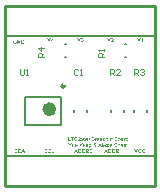
<source format=gto>
%FSLAX25Y25*%
%MOIN*%
G70*
G01*
G75*
G04 Layer_Color=65535*
%ADD10R,0.05118X0.03347*%
%ADD11R,0.05315X0.03740*%
%ADD12R,0.03347X0.05118*%
%ADD13R,0.01181X0.05118*%
%ADD14C,0.00800*%
%ADD15C,0.01000*%
%ADD16C,0.05906*%
%ADD17R,0.05906X0.05906*%
%ADD18C,0.02756*%
%ADD19C,0.00984*%
%ADD20C,0.02362*%
%ADD21C,0.00787*%
%ADD22C,0.00394*%
G36*
X166660Y148538D02*
Y148000D01*
X166491D01*
Y148538D01*
X166000Y149274D01*
X166204D01*
X166455Y148889D01*
X166457Y148887D01*
X166458Y148885D01*
X166462Y148878D01*
X166468Y148871D01*
X166473Y148861D01*
X166480Y148849D01*
X166489Y148836D01*
X166498Y148821D01*
X166517Y148789D01*
X166540Y148753D01*
X166563Y148715D01*
X166585Y148675D01*
X166586Y148676D01*
X166588Y148679D01*
X166591Y148685D01*
X166596Y148693D01*
X166602Y148701D01*
X166607Y148712D01*
X166615Y148726D01*
X166624Y148740D01*
X166633Y148755D01*
X166645Y148773D01*
X166668Y148810D01*
X166695Y148853D01*
X166725Y148898D01*
X166972Y149274D01*
X167167D01*
X166660Y148538D01*
D02*
G37*
G36*
X180290Y148942D02*
X180301D01*
X180327Y148940D01*
X180356Y148936D01*
X180389Y148930D01*
X180421Y148923D01*
X180453Y148912D01*
X180454D01*
X180457Y148911D01*
X180461Y148909D01*
X180466Y148907D01*
X180480Y148900D01*
X180500Y148890D01*
X180519Y148878D01*
X180538Y148863D01*
X180558Y148846D01*
X180574Y148827D01*
X180576Y148824D01*
X180581Y148817D01*
X180588Y148804D01*
X180596Y148789D01*
X180606Y148769D01*
X180614Y148744D01*
X180622Y148716D01*
X180629Y148685D01*
X180476Y148664D01*
Y148665D01*
Y148667D01*
X180473Y148675D01*
X180471Y148689D01*
X180465Y148704D01*
X180457Y148722D01*
X180446Y148740D01*
X180432Y148758D01*
X180415Y148774D01*
X180413Y148776D01*
X180406Y148781D01*
X180395Y148788D01*
X180380Y148795D01*
X180359Y148803D01*
X180334Y148809D01*
X180306Y148814D01*
X180273Y148816D01*
X180255D01*
X180247Y148814D01*
X180237D01*
X180214Y148811D01*
X180189Y148807D01*
X180163Y148800D01*
X180140Y148792D01*
X180130Y148787D01*
X180120Y148780D01*
X180119Y148778D01*
X180113Y148773D01*
X180106Y148766D01*
X180098Y148756D01*
X180088Y148744D01*
X180081Y148729D01*
X180076Y148714D01*
X180075Y148696D01*
Y148694D01*
Y148690D01*
X180076Y148685D01*
X180077Y148678D01*
X180083Y148660D01*
X180087Y148650D01*
X180093Y148640D01*
X180094Y148639D01*
X180097Y148636D01*
X180101Y148632D01*
X180108Y148626D01*
X180116Y148620D01*
X180127Y148613D01*
X180140Y148606D01*
X180153Y148599D01*
X180155D01*
X180159Y148598D01*
X180167Y148595D01*
X180180Y148591D01*
X180188Y148588D01*
X180197Y148585D01*
X180209Y148582D01*
X180221Y148578D01*
X180236Y148574D01*
X180253Y148570D01*
X180271Y148564D01*
X180291Y148559D01*
X180293D01*
X180298Y148557D01*
X180306Y148555D01*
X180319Y148552D01*
X180331Y148548D01*
X180347Y148544D01*
X180364Y148538D01*
X180382Y148533D01*
X180421Y148522D01*
X180458Y148509D01*
X180476Y148504D01*
X180493Y148497D01*
X180508Y148491D01*
X180522Y148486D01*
X180523D01*
X180525Y148484D01*
X180533Y148480D01*
X180545Y148475D01*
X180559Y148465D01*
X180576Y148454D01*
X180594Y148440D01*
X180610Y148424D01*
X180625Y148404D01*
X180627Y148402D01*
X180631Y148395D01*
X180638Y148384D01*
X180645Y148367D01*
X180651Y148348D01*
X180658Y148326D01*
X180663Y148300D01*
X180664Y148270D01*
Y148269D01*
Y148266D01*
Y148262D01*
Y148257D01*
X180661Y148241D01*
X180658Y148222D01*
X180653Y148200D01*
X180645Y148175D01*
X180632Y148149D01*
X180617Y148123D01*
Y148121D01*
X180614Y148120D01*
X180609Y148112D01*
X180598Y148099D01*
X180584Y148084D01*
X180564Y148066D01*
X180542Y148048D01*
X180516Y148032D01*
X180486Y148017D01*
X180484D01*
X180482Y148015D01*
X180478Y148014D01*
X180471Y148011D01*
X180462Y148008D01*
X180453Y148004D01*
X180442Y148001D01*
X180429Y147999D01*
X180400Y147992D01*
X180367Y147985D01*
X180331Y147981D01*
X180291Y147979D01*
X180273D01*
X180261Y147981D01*
X180247Y147982D01*
X180229Y147983D01*
X180210Y147985D01*
X180189Y147989D01*
X180145Y147997D01*
X180098Y148010D01*
X180076Y148018D01*
X180054Y148029D01*
X180035Y148040D01*
X180015Y148052D01*
X180014Y148054D01*
X180011Y148057D01*
X180007Y148061D01*
X180000Y148066D01*
X179993Y148074D01*
X179985Y148084D01*
X179975Y148095D01*
X179966Y148108D01*
X179955Y148123D01*
X179945Y148139D01*
X179935Y148157D01*
X179926Y148178D01*
X179917Y148199D01*
X179909Y148222D01*
X179902Y148248D01*
X179897Y148275D01*
X180051Y148300D01*
Y148298D01*
X180052Y148295D01*
Y148291D01*
X180054Y148284D01*
X180055Y148276D01*
X180058Y148268D01*
X180065Y148247D01*
X180075Y148224D01*
X180087Y148199D01*
X180102Y148177D01*
X180123Y148156D01*
X180124D01*
X180126Y148155D01*
X180134Y148149D01*
X180148Y148141D01*
X180167Y148133D01*
X180191Y148123D01*
X180219Y148116D01*
X180253Y148110D01*
X180290Y148108D01*
X180301D01*
X180308Y148109D01*
X180317D01*
X180327Y148110D01*
X180351Y148113D01*
X180377Y148119D01*
X180404Y148126D01*
X180429Y148137D01*
X180451Y148150D01*
X180454Y148152D01*
X180460Y148159D01*
X180468Y148167D01*
X180478Y148179D01*
X180487Y148195D01*
X180496Y148213D01*
X180501Y148232D01*
X180504Y148254D01*
Y148257D01*
Y148262D01*
X180501Y148273D01*
X180498Y148284D01*
X180493Y148298D01*
X180484Y148312D01*
X180472Y148326D01*
X180457Y148338D01*
X180456Y148339D01*
X180450Y148342D01*
X180440Y148346D01*
X180433Y148349D01*
X180425Y148352D01*
X180414Y148356D01*
X180403Y148360D01*
X180391Y148364D01*
X180376Y148369D01*
X180359Y148374D01*
X180340Y148380D01*
X180319Y148385D01*
X180297Y148390D01*
X180295D01*
X180290Y148392D01*
X180280Y148395D01*
X180269Y148397D01*
X180255Y148402D01*
X180239Y148406D01*
X180221Y148411D01*
X180202Y148417D01*
X180163Y148429D01*
X180123Y148442D01*
X180104Y148447D01*
X180087Y148454D01*
X180070Y148461D01*
X180057Y148466D01*
X180055D01*
X180054Y148468D01*
X180046Y148472D01*
X180035Y148479D01*
X180019Y148490D01*
X180003Y148502D01*
X179986Y148516D01*
X179970Y148534D01*
X179956Y148553D01*
X179955Y148556D01*
X179950Y148563D01*
X179945Y148575D01*
X179939Y148591D01*
X179934Y148609D01*
X179928Y148629D01*
X179924Y148653D01*
X179923Y148678D01*
Y148679D01*
Y148680D01*
Y148689D01*
X179924Y148700D01*
X179927Y148715D01*
X179930Y148733D01*
X179934Y148752D01*
X179941Y148773D01*
X179950Y148792D01*
X179952Y148795D01*
X179956Y148800D01*
X179962Y148810D01*
X179971Y148822D01*
X179981Y148836D01*
X179995Y148852D01*
X180010Y148865D01*
X180028Y148879D01*
X180029Y148880D01*
X180035Y148883D01*
X180043Y148889D01*
X180054Y148894D01*
X180068Y148901D01*
X180084Y148909D01*
X180105Y148918D01*
X180127Y148925D01*
X180128D01*
X180130Y148926D01*
X180138Y148927D01*
X180150Y148930D01*
X180168Y148934D01*
X180188Y148938D01*
X180211Y148941D01*
X180236Y148942D01*
X180262Y148944D01*
X180280D01*
X180290Y148942D01*
D02*
G37*
G36*
X181838Y149294D02*
X181853Y149293D01*
X181869Y149292D01*
X181887Y149290D01*
X181925Y149285D01*
X181968Y149276D01*
X182011Y149264D01*
X182052Y149249D01*
X182053D01*
X182056Y149246D01*
X182063Y149245D01*
X182070Y149241D01*
X182078Y149235D01*
X182089Y149230D01*
X182113Y149216D01*
X182141Y149197D01*
X182168Y149173D01*
X182194Y149147D01*
X182218Y149115D01*
X182219Y149114D01*
X182220Y149111D01*
X182223Y149107D01*
X182227Y149100D01*
X182232Y149092D01*
X182237Y149082D01*
X182241Y149069D01*
X182248Y149057D01*
X182259Y149028D01*
X182269Y148994D01*
X182277Y148956D01*
X182281Y148915D01*
X182120Y148902D01*
Y148904D01*
X182118Y148908D01*
Y148914D01*
X182117Y148922D01*
X182114Y148933D01*
X182112Y148944D01*
X182103Y148970D01*
X182092Y148999D01*
X182076Y149030D01*
X182056Y149058D01*
X182044Y149071D01*
X182030Y149083D01*
X182029Y149085D01*
X182027Y149086D01*
X182022Y149089D01*
X182016Y149093D01*
X182008Y149097D01*
X181998Y149103D01*
X181987Y149108D01*
X181975Y149115D01*
X181960Y149121D01*
X181943Y149126D01*
X181925Y149132D01*
X181906Y149136D01*
X181884Y149140D01*
X181860Y149143D01*
X181835Y149145D01*
X181796D01*
X181784Y149144D01*
X181772D01*
X181758Y149143D01*
X181742Y149141D01*
X181725Y149138D01*
X181688Y149132D01*
X181652Y149122D01*
X181617Y149108D01*
X181601Y149099D01*
X181587Y149089D01*
X181586D01*
X181584Y149086D01*
X181576Y149079D01*
X181565Y149067D01*
X181553Y149050D01*
X181540Y149031D01*
X181529Y149007D01*
X181521Y148983D01*
X181519Y148969D01*
X181518Y148954D01*
Y148952D01*
Y148951D01*
X181519Y148942D01*
X181521Y148930D01*
X181524Y148915D01*
X181530Y148897D01*
X181539Y148878D01*
X181550Y148860D01*
X181566Y148842D01*
X181569Y148840D01*
X181572Y148838D01*
X181577Y148834D01*
X181584Y148829D01*
X181593Y148825D01*
X181604Y148820D01*
X181616Y148813D01*
X181631Y148806D01*
X181649Y148799D01*
X181670Y148792D01*
X181693Y148784D01*
X181721Y148776D01*
X181750Y148767D01*
X181783Y148758D01*
X181820Y148749D01*
X181823D01*
X181830Y148748D01*
X181840Y148745D01*
X181853Y148741D01*
X181870Y148738D01*
X181889Y148733D01*
X181910Y148729D01*
X181932Y148722D01*
X181979Y148709D01*
X182026Y148697D01*
X182048Y148690D01*
X182067Y148683D01*
X182087Y148676D01*
X182102Y148669D01*
X182103D01*
X182107Y148667D01*
X182113Y148664D01*
X182120Y148660D01*
X182129Y148655D01*
X182141Y148649D01*
X182164Y148633D01*
X182192Y148616D01*
X182218Y148593D01*
X182244Y148567D01*
X182255Y148553D01*
X182266Y148540D01*
Y148538D01*
X182269Y148535D01*
X182272Y148531D01*
X182274Y148526D01*
X182279Y148519D01*
X182283Y148509D01*
X182294Y148487D01*
X182303Y148461D01*
X182312Y148431D01*
X182317Y148396D01*
X182320Y148359D01*
Y148357D01*
Y148355D01*
Y148349D01*
X182318Y148342D01*
Y148333D01*
X182317Y148323D01*
X182313Y148297D01*
X182306Y148268D01*
X182295Y148236D01*
X182280Y148203D01*
X182272Y148185D01*
X182261Y148168D01*
Y148167D01*
X182258Y148164D01*
X182255Y148160D01*
X182249Y148153D01*
X182237Y148138D01*
X182218Y148117D01*
X182194Y148095D01*
X182165Y148072D01*
X182132Y148050D01*
X182094Y148029D01*
X182092D01*
X182088Y148026D01*
X182082Y148025D01*
X182074Y148021D01*
X182065Y148018D01*
X182052Y148014D01*
X182038Y148008D01*
X182022Y148004D01*
X182005Y148000D01*
X181986Y147994D01*
X181945Y147988D01*
X181899Y147982D01*
X181849Y147979D01*
X181833D01*
X181820Y147981D01*
X181805D01*
X181789Y147982D01*
X181769Y147983D01*
X181747Y147986D01*
X181702Y147992D01*
X181653Y148000D01*
X181605Y148012D01*
X181558Y148029D01*
X181557D01*
X181553Y148032D01*
X181547Y148035D01*
X181539Y148039D01*
X181529Y148044D01*
X181518Y148050D01*
X181492Y148066D01*
X181463Y148087D01*
X181432Y148113D01*
X181402Y148143D01*
X181376Y148179D01*
X181375Y148181D01*
X181373Y148184D01*
X181370Y148189D01*
X181366Y148197D01*
X181361Y148207D01*
X181355Y148218D01*
X181348Y148232D01*
X181343Y148247D01*
X181336Y148262D01*
X181330Y148280D01*
X181319Y148320D01*
X181311Y148363D01*
X181308Y148386D01*
X181307Y148410D01*
X181466Y148424D01*
Y148422D01*
Y148419D01*
X181467Y148414D01*
X181468Y148407D01*
X181470Y148399D01*
X181471Y148390D01*
X181477Y148367D01*
X181484Y148342D01*
X181492Y148316D01*
X181503Y148290D01*
X181517Y148265D01*
X181518Y148262D01*
X181525Y148255D01*
X181535Y148244D01*
X181549Y148231D01*
X181566Y148214D01*
X181588Y148199D01*
X181615Y148182D01*
X181645Y148167D01*
X181646D01*
X181649Y148166D01*
X181653Y148164D01*
X181660Y148161D01*
X181668Y148159D01*
X181678Y148155D01*
X181689Y148152D01*
X181702Y148149D01*
X181731Y148142D01*
X181765Y148135D01*
X181801Y148131D01*
X181841Y148130D01*
X181858D01*
X181866Y148131D01*
X181876D01*
X181898Y148134D01*
X181924Y148137D01*
X181953Y148141D01*
X181982Y148148D01*
X182009Y148157D01*
X182011D01*
X182012Y148159D01*
X182016Y148160D01*
X182022Y148163D01*
X182034Y148170D01*
X182051Y148178D01*
X182069Y148189D01*
X182088Y148203D01*
X182105Y148218D01*
X182120Y148236D01*
X182121Y148239D01*
X182125Y148244D01*
X182132Y148255D01*
X182139Y148269D01*
X182145Y148286D01*
X182151Y148304D01*
X182156Y148324D01*
X182157Y148345D01*
Y148346D01*
Y148348D01*
Y148355D01*
X182156Y148367D01*
X182153Y148381D01*
X182149Y148397D01*
X182142Y148415D01*
X182134Y148433D01*
X182121Y148450D01*
X182120Y148451D01*
X182114Y148457D01*
X182106Y148465D01*
X182094Y148476D01*
X182078Y148487D01*
X182058Y148500D01*
X182034Y148512D01*
X182007Y148524D01*
X182004Y148526D01*
X182001Y148527D01*
X181996Y148529D01*
X181990Y148530D01*
X181982Y148533D01*
X181971Y148537D01*
X181960Y148540D01*
X181945Y148544D01*
X181929Y148549D01*
X181910Y148553D01*
X181889Y148559D01*
X181866Y148566D01*
X181841Y148571D01*
X181812Y148580D01*
X181780Y148586D01*
X181779D01*
X181773Y148588D01*
X181764Y148591D01*
X181753Y148593D01*
X181737Y148598D01*
X181721Y148602D01*
X181704Y148607D01*
X181685Y148613D01*
X181644Y148625D01*
X181604Y148639D01*
X181584Y148646D01*
X181566Y148653D01*
X181550Y148660D01*
X181536Y148667D01*
X181535D01*
X181532Y148669D01*
X181528Y148672D01*
X181521Y148675D01*
X181504Y148685D01*
X181485Y148698D01*
X181462Y148716D01*
X181439Y148735D01*
X181417Y148759D01*
X181399Y148784D01*
Y148785D01*
X181398Y148787D01*
X181395Y148791D01*
X181393Y148796D01*
X181386Y148811D01*
X181377Y148831D01*
X181369Y148854D01*
X181362Y148882D01*
X181357Y148912D01*
X181355Y148944D01*
Y148945D01*
Y148948D01*
Y148954D01*
X181357Y148960D01*
Y148969D01*
X181358Y148978D01*
X181362Y149003D01*
X181369Y149031D01*
X181377Y149060D01*
X181391Y149092D01*
X181409Y149123D01*
Y149125D01*
X181412Y149127D01*
X181415Y149132D01*
X181419Y149137D01*
X181432Y149152D01*
X181450Y149172D01*
X181473Y149192D01*
X181500Y149213D01*
X181532Y149234D01*
X181569Y149252D01*
X181570D01*
X181573Y149253D01*
X181580Y149256D01*
X181587Y149259D01*
X181597Y149261D01*
X181609Y149266D01*
X181623Y149270D01*
X181638Y149274D01*
X181655Y149278D01*
X181673Y149282D01*
X181711Y149289D01*
X181755Y149294D01*
X181802Y149296D01*
X181826D01*
X181838Y149294D01*
D02*
G37*
G36*
X172405Y148942D02*
X172413D01*
X172434Y148940D01*
X172457Y148937D01*
X172483Y148932D01*
X172510Y148923D01*
X172536Y148914D01*
X172537D01*
X172538Y148912D01*
X172547Y148908D01*
X172559Y148901D01*
X172576Y148893D01*
X172592Y148880D01*
X172610Y148868D01*
X172627Y148853D01*
X172641Y148835D01*
X172642Y148832D01*
X172646Y148827D01*
X172652Y148816D01*
X172660Y148802D01*
X172668Y148785D01*
X172675Y148766D01*
X172683Y148744D01*
X172689Y148719D01*
Y148718D01*
X172690Y148711D01*
X172692Y148700D01*
X172694Y148685D01*
X172696Y148664D01*
Y148651D01*
X172697Y148638D01*
Y148622D01*
X172698Y148604D01*
Y148586D01*
Y148567D01*
Y148000D01*
X172543D01*
Y148562D01*
Y148563D01*
Y148566D01*
Y148571D01*
Y148577D01*
Y148585D01*
X172541Y148595D01*
X172540Y148616D01*
X172538Y148639D01*
X172534Y148662D01*
X172530Y148685D01*
X172523Y148704D01*
X172522Y148707D01*
X172519Y148712D01*
X172515Y148720D01*
X172508Y148731D01*
X172500Y148744D01*
X172489Y148756D01*
X172475Y148769D01*
X172458Y148780D01*
X172457Y148781D01*
X172450Y148784D01*
X172441Y148789D01*
X172428Y148795D01*
X172412Y148799D01*
X172394Y148804D01*
X172373Y148807D01*
X172349Y148809D01*
X172340D01*
X172333Y148807D01*
X172325D01*
X172313Y148806D01*
X172290Y148800D01*
X172264Y148793D01*
X172235Y148783D01*
X172206Y148766D01*
X172191Y148756D01*
X172177Y148745D01*
X172176Y148744D01*
X172174Y148742D01*
X172170Y148738D01*
X172166Y148733D01*
X172160Y148724D01*
X172155Y148716D01*
X172148Y148705D01*
X172141Y148691D01*
X172134Y148676D01*
X172127Y148658D01*
X172122Y148639D01*
X172116Y148617D01*
X172112Y148592D01*
X172108Y148566D01*
X172107Y148535D01*
X172105Y148504D01*
Y148000D01*
X171949D01*
Y148923D01*
X172090D01*
Y148791D01*
X172091Y148792D01*
X172094Y148798D01*
X172101Y148804D01*
X172109Y148814D01*
X172119Y148827D01*
X172131Y148839D01*
X172146Y148853D01*
X172164Y148868D01*
X172184Y148882D01*
X172206Y148896D01*
X172229Y148908D01*
X172256Y148921D01*
X172284Y148930D01*
X172315Y148937D01*
X172348Y148942D01*
X172382Y148944D01*
X172396D01*
X172405Y148942D01*
D02*
G37*
G36*
X170714Y151277D02*
X170725D01*
X170738Y151274D01*
X170753Y151272D01*
X170768Y151270D01*
X170804Y151261D01*
X170841Y151249D01*
X170860Y151242D01*
X170881Y151232D01*
X170900Y151223D01*
X170920Y151210D01*
X170921Y151209D01*
X170924Y151207D01*
X170929Y151203D01*
X170936Y151198D01*
X170946Y151191D01*
X170956Y151183D01*
X170967Y151173D01*
X170978Y151162D01*
X170990Y151149D01*
X171004Y151134D01*
X171016Y151119D01*
X171030Y151103D01*
X171043Y151083D01*
X171055Y151064D01*
X171066Y151042D01*
X171077Y151020D01*
Y151018D01*
X171080Y151014D01*
X171082Y151007D01*
X171085Y150996D01*
X171089Y150984D01*
X171094Y150969D01*
X171099Y150951D01*
X171105Y150929D01*
X171109Y150905D01*
X171114Y150879D01*
X171118Y150849D01*
X171123Y150817D01*
X171125Y150783D01*
X171128Y150745D01*
X171131Y150705D01*
Y150662D01*
Y150660D01*
Y150651D01*
Y150639D01*
X171130Y150622D01*
Y150602D01*
X171128Y150577D01*
X171127Y150551D01*
X171124Y150522D01*
X171121Y150491D01*
X171118Y150460D01*
X171109Y150395D01*
X171095Y150331D01*
X171087Y150302D01*
X171077Y150273D01*
Y150272D01*
X171074Y150266D01*
X171072Y150259D01*
X171067Y150250D01*
X171062Y150237D01*
X171055Y150224D01*
X171047Y150208D01*
X171038Y150192D01*
X171016Y150157D01*
X170989Y150120D01*
X170957Y150086D01*
X170939Y150069D01*
X170920Y150054D01*
X170918Y150052D01*
X170916Y150051D01*
X170909Y150047D01*
X170902Y150043D01*
X170891Y150037D01*
X170880Y150030D01*
X170866Y150023D01*
X170849Y150017D01*
X170833Y150010D01*
X170813Y150003D01*
X170794Y149997D01*
X170772Y149990D01*
X170725Y149982D01*
X170700Y149981D01*
X170674Y149979D01*
X170660D01*
X170649Y149981D01*
X170637Y149982D01*
X170622Y149983D01*
X170605Y149986D01*
X170587Y149990D01*
X170548Y150000D01*
X170529Y150007D01*
X170509Y150014D01*
X170488Y150023D01*
X170467Y150034D01*
X170448Y150047D01*
X170430Y150062D01*
X170428Y150064D01*
X170426Y150066D01*
X170422Y150070D01*
X170415Y150077D01*
X170408Y150086D01*
X170399Y150097D01*
X170390Y150109D01*
X170380Y150123D01*
X170370Y150138D01*
X170361Y150156D01*
X170352Y150175D01*
X170343Y150196D01*
X170335Y150218D01*
X170328Y150241D01*
X170322Y150268D01*
X170318Y150295D01*
X170468Y150308D01*
Y150306D01*
X170470Y150304D01*
Y150298D01*
X170473Y150290D01*
X170474Y150282D01*
X170477Y150272D01*
X170484Y150248D01*
X170493Y150224D01*
X170506Y150199D01*
X170522Y150175D01*
X170530Y150164D01*
X170540Y150155D01*
X170543Y150153D01*
X170550Y150148D01*
X170562Y150139D01*
X170578Y150131D01*
X170598Y150123D01*
X170622Y150115D01*
X170648Y150109D01*
X170678Y150108D01*
X170691D01*
X170704Y150109D01*
X170721Y150112D01*
X170740Y150116D01*
X170761Y150121D01*
X170783Y150128D01*
X170804Y150139D01*
X170807Y150141D01*
X170813Y150145D01*
X170823Y150153D01*
X170835Y150163D01*
X170849Y150175D01*
X170864Y150190D01*
X170880Y150208D01*
X170894Y150228D01*
X170895Y150231D01*
X170899Y150237D01*
X170906Y150250D01*
X170914Y150268D01*
X170923Y150288D01*
X170932Y150313D01*
X170942Y150344D01*
X170951Y150377D01*
Y150378D01*
X170953Y150381D01*
X170954Y150386D01*
X170956Y150393D01*
X170957Y150402D01*
X170958Y150411D01*
X170961Y150424D01*
X170964Y150436D01*
X170968Y150465D01*
X170971Y150497D01*
X170974Y150531D01*
X170975Y150567D01*
Y150570D01*
Y150575D01*
Y150585D01*
Y150598D01*
X170972Y150596D01*
X170971Y150592D01*
X170967Y150586D01*
X170956Y150573D01*
X170942Y150556D01*
X170923Y150537D01*
X170900Y150516D01*
X170876Y150497D01*
X170847Y150478D01*
X170845D01*
X170842Y150476D01*
X170838Y150473D01*
X170833Y150471D01*
X170825Y150466D01*
X170816Y150464D01*
X170794Y150455D01*
X170768Y150446D01*
X170738Y150439D01*
X170704Y150433D01*
X170670Y150432D01*
X170663D01*
X170655Y150433D01*
X170644D01*
X170630Y150436D01*
X170615Y150437D01*
X170597Y150442D01*
X170578Y150446D01*
X170557Y150453D01*
X170536Y150460D01*
X170514Y150469D01*
X170492Y150480D01*
X170468Y150493D01*
X170446Y150508D01*
X170424Y150526D01*
X170404Y150545D01*
X170402Y150547D01*
X170399Y150551D01*
X170394Y150557D01*
X170387Y150566D01*
X170379Y150577D01*
X170369Y150591D01*
X170359Y150607D01*
X170350Y150627D01*
X170339Y150646D01*
X170329Y150669D01*
X170319Y150694D01*
X170311Y150720D01*
X170304Y150749D01*
X170299Y150781D01*
X170296Y150813D01*
X170295Y150847D01*
Y150850D01*
Y150856D01*
X170296Y150867D01*
Y150879D01*
X170299Y150896D01*
X170300Y150915D01*
X170304Y150936D01*
X170308Y150959D01*
X170315Y150983D01*
X170322Y151009D01*
X170332Y151035D01*
X170343Y151060D01*
X170355Y151086D01*
X170370Y151112D01*
X170388Y151136D01*
X170408Y151159D01*
X170409Y151161D01*
X170413Y151165D01*
X170420Y151170D01*
X170428Y151177D01*
X170440Y151187D01*
X170453Y151197D01*
X170468Y151207D01*
X170486Y151218D01*
X170506Y151230D01*
X170528Y151241D01*
X170551Y151250D01*
X170576Y151260D01*
X170604Y151267D01*
X170633Y151272D01*
X170662Y151277D01*
X170693Y151278D01*
X170706D01*
X170714Y151277D01*
D02*
G37*
G36*
X171704D02*
X171715D01*
X171727Y151274D01*
X171742Y151272D01*
X171757Y151270D01*
X171793Y151261D01*
X171830Y151249D01*
X171850Y151242D01*
X171871Y151232D01*
X171890Y151223D01*
X171909Y151210D01*
X171911Y151209D01*
X171913Y151207D01*
X171919Y151203D01*
X171926Y151198D01*
X171935Y151191D01*
X171945Y151183D01*
X171956Y151173D01*
X171967Y151162D01*
X171979Y151149D01*
X171993Y151134D01*
X172006Y151119D01*
X172020Y151103D01*
X172032Y151083D01*
X172044Y151064D01*
X172055Y151042D01*
X172066Y151020D01*
Y151018D01*
X172069Y151014D01*
X172072Y151007D01*
X172075Y150996D01*
X172079Y150984D01*
X172083Y150969D01*
X172089Y150951D01*
X172094Y150929D01*
X172098Y150905D01*
X172104Y150879D01*
X172108Y150849D01*
X172112Y150817D01*
X172115Y150783D01*
X172117Y150745D01*
X172120Y150705D01*
Y150662D01*
Y150660D01*
Y150651D01*
Y150639D01*
X172119Y150622D01*
Y150602D01*
X172117Y150577D01*
X172116Y150551D01*
X172113Y150522D01*
X172111Y150491D01*
X172108Y150460D01*
X172098Y150395D01*
X172084Y150331D01*
X172076Y150302D01*
X172066Y150273D01*
Y150272D01*
X172064Y150266D01*
X172061Y150259D01*
X172057Y150250D01*
X172051Y150237D01*
X172044Y150224D01*
X172036Y150208D01*
X172028Y150192D01*
X172006Y150157D01*
X171978Y150120D01*
X171946Y150086D01*
X171929Y150069D01*
X171909Y150054D01*
X171908Y150052D01*
X171905Y150051D01*
X171898Y150047D01*
X171891Y150043D01*
X171880Y150037D01*
X171869Y150030D01*
X171855Y150023D01*
X171839Y150017D01*
X171822Y150010D01*
X171803Y150003D01*
X171784Y149997D01*
X171762Y149990D01*
X171715Y149982D01*
X171690Y149981D01*
X171663Y149979D01*
X171650D01*
X171639Y149981D01*
X171626Y149982D01*
X171611Y149983D01*
X171595Y149986D01*
X171577Y149990D01*
X171538Y150000D01*
X171519Y150007D01*
X171498Y150014D01*
X171477Y150023D01*
X171457Y150034D01*
X171437Y150047D01*
X171419Y150062D01*
X171418Y150064D01*
X171415Y150066D01*
X171411Y150070D01*
X171404Y150077D01*
X171397Y150086D01*
X171389Y150097D01*
X171379Y150109D01*
X171370Y150123D01*
X171360Y150138D01*
X171350Y150156D01*
X171342Y150175D01*
X171332Y150196D01*
X171324Y150218D01*
X171317Y150241D01*
X171312Y150268D01*
X171308Y150295D01*
X171458Y150308D01*
Y150306D01*
X171459Y150304D01*
Y150298D01*
X171462Y150290D01*
X171463Y150282D01*
X171466Y150272D01*
X171473Y150248D01*
X171483Y150224D01*
X171495Y150199D01*
X171512Y150175D01*
X171520Y150164D01*
X171530Y150155D01*
X171532Y150153D01*
X171539Y150148D01*
X171552Y150139D01*
X171567Y150131D01*
X171588Y150123D01*
X171611Y150115D01*
X171637Y150109D01*
X171668Y150108D01*
X171680D01*
X171694Y150109D01*
X171710Y150112D01*
X171730Y150116D01*
X171750Y150121D01*
X171773Y150128D01*
X171793Y150139D01*
X171796Y150141D01*
X171803Y150145D01*
X171813Y150153D01*
X171825Y150163D01*
X171839Y150175D01*
X171854Y150190D01*
X171869Y150208D01*
X171883Y150228D01*
X171884Y150231D01*
X171888Y150237D01*
X171895Y150250D01*
X171904Y150268D01*
X171912Y150288D01*
X171922Y150313D01*
X171931Y150344D01*
X171941Y150377D01*
Y150378D01*
X171942Y150381D01*
X171944Y150386D01*
X171945Y150393D01*
X171946Y150402D01*
X171948Y150411D01*
X171951Y150424D01*
X171953Y150436D01*
X171958Y150465D01*
X171960Y150497D01*
X171963Y150531D01*
X171964Y150567D01*
Y150570D01*
Y150575D01*
Y150585D01*
Y150598D01*
X171962Y150596D01*
X171960Y150592D01*
X171956Y150586D01*
X171945Y150573D01*
X171931Y150556D01*
X171912Y150537D01*
X171890Y150516D01*
X171865Y150497D01*
X171836Y150478D01*
X171835D01*
X171832Y150476D01*
X171828Y150473D01*
X171822Y150471D01*
X171814Y150466D01*
X171806Y150464D01*
X171784Y150455D01*
X171757Y150446D01*
X171727Y150439D01*
X171694Y150433D01*
X171659Y150432D01*
X171652D01*
X171644Y150433D01*
X171633D01*
X171619Y150436D01*
X171604Y150437D01*
X171586Y150442D01*
X171567Y150446D01*
X171546Y150453D01*
X171526Y150460D01*
X171503Y150469D01*
X171481Y150480D01*
X171458Y150493D01*
X171436Y150508D01*
X171414Y150526D01*
X171393Y150545D01*
X171392Y150547D01*
X171389Y150551D01*
X171383Y150557D01*
X171377Y150566D01*
X171368Y150577D01*
X171359Y150591D01*
X171349Y150607D01*
X171339Y150627D01*
X171328Y150646D01*
X171318Y150669D01*
X171309Y150694D01*
X171301Y150720D01*
X171294Y150749D01*
X171288Y150781D01*
X171285Y150813D01*
X171284Y150847D01*
Y150850D01*
Y150856D01*
X171285Y150867D01*
Y150879D01*
X171288Y150896D01*
X171290Y150915D01*
X171294Y150936D01*
X171298Y150959D01*
X171305Y150983D01*
X171312Y151009D01*
X171321Y151035D01*
X171332Y151060D01*
X171345Y151086D01*
X171360Y151112D01*
X171378Y151136D01*
X171397Y151159D01*
X171399Y151161D01*
X171403Y151165D01*
X171410Y151170D01*
X171418Y151177D01*
X171429Y151187D01*
X171443Y151197D01*
X171458Y151207D01*
X171476Y151218D01*
X171495Y151230D01*
X171517Y151241D01*
X171541Y151250D01*
X171565Y151260D01*
X171593Y151267D01*
X171622Y151272D01*
X171651Y151277D01*
X171683Y151278D01*
X171695D01*
X171704Y151277D01*
D02*
G37*
G36*
X170281Y148758D02*
X170838Y148000D01*
X170615D01*
X170162Y148643D01*
X169954Y148442D01*
Y148000D01*
X169785D01*
Y149274D01*
X169954D01*
Y148643D01*
X170586Y149274D01*
X170815D01*
X170281Y148758D01*
D02*
G37*
G36*
X179095Y148477D02*
X179430Y148000D01*
X179240D01*
X179049Y148284D01*
X179004Y148355D01*
X178758Y148000D01*
X178568D01*
X178904Y148477D01*
X178593Y148923D01*
X178783D01*
X178929Y148704D01*
X178931Y148701D01*
X178936Y148694D01*
X178943Y148683D01*
X178953Y148668D01*
X178962Y148653D01*
X178973Y148636D01*
X178983Y148618D01*
X178993Y148603D01*
X178994Y148606D01*
X179000Y148613D01*
X179007Y148624D01*
X179016Y148638D01*
X179027Y148653D01*
X179040Y148671D01*
X179065Y148705D01*
X179219Y148923D01*
X179407D01*
X179095Y148477D01*
D02*
G37*
G36*
X179721Y149096D02*
X179565D01*
Y149274D01*
X179721D01*
Y149096D01*
D02*
G37*
G36*
X160688Y146150D02*
X161316D01*
Y146000D01*
X160520D01*
Y147274D01*
X160688D01*
Y146150D01*
D02*
G37*
G36*
X148531Y147294D02*
X148547Y147293D01*
X148562Y147292D01*
X148580Y147290D01*
X148618Y147285D01*
X148661Y147276D01*
X148704Y147264D01*
X148745Y147249D01*
X148747D01*
X148749Y147246D01*
X148756Y147245D01*
X148763Y147241D01*
X148771Y147235D01*
X148783Y147230D01*
X148806Y147216D01*
X148834Y147196D01*
X148861Y147173D01*
X148887Y147147D01*
X148911Y147115D01*
X148912Y147114D01*
X148914Y147111D01*
X148916Y147107D01*
X148921Y147100D01*
X148925Y147092D01*
X148930Y147082D01*
X148934Y147070D01*
X148941Y147057D01*
X148952Y147028D01*
X148962Y146994D01*
X148970Y146956D01*
X148974Y146915D01*
X148813Y146903D01*
Y146904D01*
X148811Y146908D01*
Y146914D01*
X148810Y146922D01*
X148807Y146933D01*
X148804Y146944D01*
X148796Y146970D01*
X148785Y146999D01*
X148769Y147029D01*
X148749Y147058D01*
X148737Y147071D01*
X148723Y147083D01*
X148722Y147085D01*
X148720Y147086D01*
X148715Y147089D01*
X148709Y147093D01*
X148701Y147097D01*
X148691Y147103D01*
X148680Y147108D01*
X148668Y147115D01*
X148653Y147121D01*
X148636Y147126D01*
X148618Y147132D01*
X148599Y147136D01*
X148577Y147140D01*
X148553Y147143D01*
X148529Y147145D01*
X148488D01*
X148477Y147144D01*
X148465D01*
X148451Y147143D01*
X148435Y147141D01*
X148418Y147139D01*
X148381Y147132D01*
X148345Y147122D01*
X148310Y147108D01*
X148294Y147099D01*
X148280Y147089D01*
X148279D01*
X148277Y147086D01*
X148269Y147079D01*
X148258Y147067D01*
X148246Y147050D01*
X148233Y147031D01*
X148222Y147007D01*
X148214Y146983D01*
X148213Y146969D01*
X148211Y146954D01*
Y146952D01*
Y146951D01*
X148213Y146942D01*
X148214Y146930D01*
X148217Y146915D01*
X148224Y146897D01*
X148232Y146878D01*
X148243Y146860D01*
X148259Y146842D01*
X148262Y146840D01*
X148265Y146838D01*
X148270Y146834D01*
X148277Y146829D01*
X148286Y146825D01*
X148297Y146820D01*
X148309Y146813D01*
X148324Y146806D01*
X148342Y146799D01*
X148363Y146792D01*
X148386Y146784D01*
X148414Y146776D01*
X148443Y146767D01*
X148476Y146758D01*
X148513Y146749D01*
X148516D01*
X148523Y146748D01*
X148533Y146745D01*
X148547Y146741D01*
X148563Y146738D01*
X148582Y146733D01*
X148603Y146729D01*
X148625Y146722D01*
X148672Y146709D01*
X148719Y146697D01*
X148741Y146690D01*
X148760Y146683D01*
X148780Y146676D01*
X148795Y146669D01*
X148796D01*
X148800Y146667D01*
X148806Y146664D01*
X148813Y146660D01*
X148822Y146655D01*
X148834Y146649D01*
X148857Y146633D01*
X148885Y146616D01*
X148911Y146593D01*
X148937Y146567D01*
X148948Y146553D01*
X148959Y146540D01*
Y146538D01*
X148962Y146535D01*
X148965Y146531D01*
X148967Y146526D01*
X148971Y146519D01*
X148976Y146509D01*
X148987Y146487D01*
X148996Y146461D01*
X149005Y146431D01*
X149010Y146396D01*
X149013Y146359D01*
Y146357D01*
Y146355D01*
Y146349D01*
X149012Y146342D01*
Y146333D01*
X149010Y146323D01*
X149006Y146297D01*
X148999Y146268D01*
X148988Y146236D01*
X148973Y146203D01*
X148965Y146185D01*
X148954Y146168D01*
Y146167D01*
X148951Y146164D01*
X148948Y146160D01*
X148942Y146153D01*
X148930Y146138D01*
X148911Y146117D01*
X148887Y146095D01*
X148858Y146072D01*
X148825Y146050D01*
X148787Y146029D01*
X148785D01*
X148781Y146026D01*
X148776Y146025D01*
X148767Y146021D01*
X148758Y146018D01*
X148745Y146014D01*
X148731Y146008D01*
X148715Y146004D01*
X148698Y146000D01*
X148679Y145994D01*
X148638Y145988D01*
X148592Y145982D01*
X148542Y145979D01*
X148526D01*
X148513Y145981D01*
X148498D01*
X148482Y145982D01*
X148462Y145983D01*
X148440Y145986D01*
X148395Y145992D01*
X148346Y146000D01*
X148298Y146012D01*
X148251Y146029D01*
X148250D01*
X148246Y146032D01*
X148240Y146035D01*
X148232Y146039D01*
X148222Y146044D01*
X148211Y146050D01*
X148185Y146066D01*
X148156Y146087D01*
X148126Y146113D01*
X148095Y146143D01*
X148069Y146179D01*
X148068Y146181D01*
X148066Y146184D01*
X148064Y146189D01*
X148059Y146197D01*
X148054Y146207D01*
X148048Y146218D01*
X148041Y146232D01*
X148036Y146247D01*
X148029Y146262D01*
X148023Y146280D01*
X148012Y146320D01*
X148004Y146363D01*
X148001Y146386D01*
X148000Y146410D01*
X148159Y146424D01*
Y146422D01*
Y146420D01*
X148160Y146414D01*
X148161Y146407D01*
X148163Y146399D01*
X148164Y146390D01*
X148170Y146367D01*
X148177Y146342D01*
X148185Y146316D01*
X148196Y146290D01*
X148210Y146265D01*
X148211Y146262D01*
X148218Y146255D01*
X148228Y146244D01*
X148241Y146230D01*
X148259Y146214D01*
X148282Y146199D01*
X148308Y146182D01*
X148338Y146167D01*
X148339D01*
X148342Y146166D01*
X148346Y146164D01*
X148353Y146161D01*
X148362Y146159D01*
X148371Y146155D01*
X148382Y146152D01*
X148395Y146149D01*
X148424Y146142D01*
X148458Y146135D01*
X148494Y146131D01*
X148534Y146130D01*
X148551D01*
X148559Y146131D01*
X148569D01*
X148591Y146134D01*
X148617Y146137D01*
X148646Y146141D01*
X148675Y146148D01*
X148702Y146157D01*
X148704D01*
X148705Y146159D01*
X148709Y146160D01*
X148715Y146163D01*
X148727Y146170D01*
X148744Y146178D01*
X148762Y146189D01*
X148781Y146203D01*
X148798Y146218D01*
X148813Y146236D01*
X148814Y146239D01*
X148818Y146244D01*
X148825Y146255D01*
X148832Y146269D01*
X148838Y146286D01*
X148845Y146304D01*
X148849Y146324D01*
X148850Y146345D01*
Y146346D01*
Y146348D01*
Y146355D01*
X148849Y146367D01*
X148846Y146381D01*
X148842Y146397D01*
X148835Y146415D01*
X148827Y146433D01*
X148814Y146450D01*
X148813Y146451D01*
X148807Y146457D01*
X148799Y146465D01*
X148787Y146476D01*
X148771Y146487D01*
X148751Y146500D01*
X148727Y146512D01*
X148700Y146524D01*
X148697Y146526D01*
X148694Y146527D01*
X148689Y146528D01*
X148683Y146530D01*
X148675Y146533D01*
X148664Y146537D01*
X148653Y146540D01*
X148638Y146544D01*
X148622Y146549D01*
X148603Y146553D01*
X148582Y146559D01*
X148559Y146566D01*
X148534Y146571D01*
X148505Y146580D01*
X148473Y146587D01*
X148472D01*
X148466Y146588D01*
X148457Y146591D01*
X148446Y146593D01*
X148431Y146598D01*
X148414Y146602D01*
X148397Y146607D01*
X148378Y146613D01*
X148337Y146625D01*
X148297Y146639D01*
X148277Y146646D01*
X148259Y146653D01*
X148243Y146660D01*
X148229Y146667D01*
X148228D01*
X148225Y146669D01*
X148221Y146672D01*
X148214Y146675D01*
X148197Y146685D01*
X148178Y146698D01*
X148155Y146716D01*
X148133Y146736D01*
X148110Y146759D01*
X148092Y146784D01*
Y146785D01*
X148091Y146787D01*
X148088Y146791D01*
X148086Y146796D01*
X148079Y146811D01*
X148070Y146831D01*
X148062Y146854D01*
X148055Y146882D01*
X148050Y146912D01*
X148048Y146944D01*
Y146945D01*
Y146948D01*
Y146954D01*
X148050Y146960D01*
Y146969D01*
X148051Y146978D01*
X148055Y147003D01*
X148062Y147031D01*
X148070Y147060D01*
X148084Y147092D01*
X148102Y147123D01*
Y147125D01*
X148105Y147127D01*
X148108Y147132D01*
X148112Y147137D01*
X148126Y147152D01*
X148143Y147172D01*
X148166Y147192D01*
X148193Y147213D01*
X148225Y147234D01*
X148262Y147252D01*
X148264D01*
X148266Y147253D01*
X148273Y147256D01*
X148280Y147259D01*
X148290Y147261D01*
X148302Y147266D01*
X148316Y147270D01*
X148331Y147274D01*
X148348Y147278D01*
X148366Y147282D01*
X148404Y147289D01*
X148449Y147294D01*
X148495Y147296D01*
X148519D01*
X148531Y147294D01*
D02*
G37*
G36*
X158531D02*
X158546Y147293D01*
X158562Y147292D01*
X158580Y147290D01*
X158618Y147285D01*
X158661Y147276D01*
X158704Y147264D01*
X158745Y147249D01*
X158747D01*
X158749Y147246D01*
X158756Y147245D01*
X158763Y147241D01*
X158771Y147235D01*
X158782Y147230D01*
X158806Y147216D01*
X158834Y147196D01*
X158861Y147173D01*
X158887Y147147D01*
X158911Y147115D01*
X158912Y147114D01*
X158914Y147111D01*
X158916Y147107D01*
X158921Y147100D01*
X158925Y147092D01*
X158930Y147082D01*
X158934Y147070D01*
X158941Y147057D01*
X158952Y147028D01*
X158962Y146994D01*
X158970Y146956D01*
X158974Y146915D01*
X158813Y146903D01*
Y146904D01*
X158811Y146908D01*
Y146914D01*
X158810Y146922D01*
X158807Y146933D01*
X158805Y146944D01*
X158796Y146970D01*
X158785Y146999D01*
X158769Y147029D01*
X158749Y147058D01*
X158737Y147071D01*
X158723Y147083D01*
X158722Y147085D01*
X158720Y147086D01*
X158715Y147089D01*
X158709Y147093D01*
X158701Y147097D01*
X158691Y147103D01*
X158680Y147108D01*
X158668Y147115D01*
X158653Y147121D01*
X158636Y147126D01*
X158618Y147132D01*
X158599Y147136D01*
X158577Y147140D01*
X158553Y147143D01*
X158528Y147145D01*
X158489D01*
X158477Y147144D01*
X158465D01*
X158451Y147143D01*
X158435Y147141D01*
X158418Y147139D01*
X158381Y147132D01*
X158345Y147122D01*
X158310Y147108D01*
X158294Y147099D01*
X158280Y147089D01*
X158279D01*
X158277Y147086D01*
X158269Y147079D01*
X158258Y147067D01*
X158246Y147050D01*
X158233Y147031D01*
X158222Y147007D01*
X158214Y146983D01*
X158212Y146969D01*
X158211Y146954D01*
Y146952D01*
Y146951D01*
X158212Y146942D01*
X158214Y146930D01*
X158217Y146915D01*
X158224Y146897D01*
X158232Y146878D01*
X158243Y146860D01*
X158259Y146842D01*
X158262Y146840D01*
X158265Y146838D01*
X158271Y146834D01*
X158277Y146829D01*
X158286Y146825D01*
X158297Y146820D01*
X158309Y146813D01*
X158324Y146806D01*
X158342Y146799D01*
X158363Y146792D01*
X158386Y146784D01*
X158414Y146776D01*
X158443Y146767D01*
X158476Y146758D01*
X158513Y146749D01*
X158516D01*
X158523Y146748D01*
X158533Y146745D01*
X158546Y146741D01*
X158563Y146738D01*
X158582Y146733D01*
X158603Y146729D01*
X158625Y146722D01*
X158672Y146709D01*
X158719Y146697D01*
X158741Y146690D01*
X158760Y146683D01*
X158780Y146676D01*
X158795Y146669D01*
X158796D01*
X158800Y146667D01*
X158806Y146664D01*
X158813Y146660D01*
X158823Y146655D01*
X158834Y146649D01*
X158857Y146633D01*
X158885Y146616D01*
X158911Y146593D01*
X158937Y146567D01*
X158948Y146553D01*
X158959Y146540D01*
Y146538D01*
X158962Y146535D01*
X158965Y146531D01*
X158967Y146526D01*
X158972Y146519D01*
X158976Y146509D01*
X158987Y146487D01*
X158996Y146461D01*
X159005Y146431D01*
X159010Y146396D01*
X159013Y146359D01*
Y146357D01*
Y146355D01*
Y146349D01*
X159011Y146342D01*
Y146333D01*
X159010Y146323D01*
X159006Y146297D01*
X158999Y146268D01*
X158988Y146236D01*
X158973Y146203D01*
X158965Y146185D01*
X158954Y146168D01*
Y146167D01*
X158951Y146164D01*
X158948Y146160D01*
X158942Y146153D01*
X158930Y146138D01*
X158911Y146117D01*
X158887Y146095D01*
X158858Y146072D01*
X158825Y146050D01*
X158787Y146029D01*
X158785D01*
X158781Y146026D01*
X158776Y146025D01*
X158767Y146021D01*
X158758Y146018D01*
X158745Y146014D01*
X158731Y146008D01*
X158715Y146004D01*
X158698Y146000D01*
X158679Y145994D01*
X158638Y145988D01*
X158592Y145982D01*
X158542Y145979D01*
X158526D01*
X158513Y145981D01*
X158498D01*
X158482Y145982D01*
X158462Y145983D01*
X158440Y145986D01*
X158395Y145992D01*
X158346Y146000D01*
X158298Y146012D01*
X158251Y146029D01*
X158250D01*
X158246Y146032D01*
X158240Y146035D01*
X158232Y146039D01*
X158222Y146044D01*
X158211Y146050D01*
X158185Y146066D01*
X158156Y146087D01*
X158126Y146113D01*
X158095Y146143D01*
X158069Y146179D01*
X158068Y146181D01*
X158066Y146184D01*
X158063Y146189D01*
X158059Y146197D01*
X158054Y146207D01*
X158048Y146218D01*
X158041Y146232D01*
X158036Y146247D01*
X158029Y146262D01*
X158024Y146280D01*
X158012Y146320D01*
X158004Y146363D01*
X158001Y146386D01*
X158000Y146410D01*
X158159Y146424D01*
Y146422D01*
Y146420D01*
X158160Y146414D01*
X158161Y146407D01*
X158163Y146399D01*
X158164Y146390D01*
X158170Y146367D01*
X158177Y146342D01*
X158185Y146316D01*
X158196Y146290D01*
X158210Y146265D01*
X158211Y146262D01*
X158218Y146255D01*
X158228Y146244D01*
X158241Y146230D01*
X158259Y146214D01*
X158282Y146199D01*
X158308Y146182D01*
X158338Y146167D01*
X158340D01*
X158342Y146166D01*
X158346Y146164D01*
X158353Y146161D01*
X158362Y146159D01*
X158371Y146155D01*
X158382Y146152D01*
X158395Y146149D01*
X158424Y146142D01*
X158458Y146135D01*
X158494Y146131D01*
X158534Y146130D01*
X158551D01*
X158559Y146131D01*
X158569D01*
X158591Y146134D01*
X158617Y146137D01*
X158646Y146141D01*
X158675Y146148D01*
X158702Y146157D01*
X158704D01*
X158705Y146159D01*
X158709Y146160D01*
X158715Y146163D01*
X158727Y146170D01*
X158744Y146178D01*
X158762Y146189D01*
X158781Y146203D01*
X158798Y146218D01*
X158813Y146236D01*
X158814Y146239D01*
X158818Y146244D01*
X158825Y146255D01*
X158832Y146269D01*
X158838Y146286D01*
X158845Y146304D01*
X158849Y146324D01*
X158850Y146345D01*
Y146346D01*
Y146348D01*
Y146355D01*
X158849Y146367D01*
X158846Y146381D01*
X158842Y146397D01*
X158835Y146415D01*
X158827Y146433D01*
X158814Y146450D01*
X158813Y146451D01*
X158807Y146457D01*
X158799Y146465D01*
X158787Y146476D01*
X158771Y146487D01*
X158751Y146500D01*
X158727Y146512D01*
X158700Y146524D01*
X158697Y146526D01*
X158694Y146527D01*
X158689Y146528D01*
X158683Y146530D01*
X158675Y146533D01*
X158664Y146537D01*
X158653Y146540D01*
X158638Y146544D01*
X158622Y146549D01*
X158603Y146553D01*
X158582Y146559D01*
X158559Y146566D01*
X158534Y146571D01*
X158505Y146580D01*
X158473Y146587D01*
X158472D01*
X158466Y146588D01*
X158457Y146591D01*
X158446Y146593D01*
X158431Y146598D01*
X158414Y146602D01*
X158397Y146607D01*
X158378Y146613D01*
X158337Y146625D01*
X158297Y146639D01*
X158277Y146646D01*
X158259Y146653D01*
X158243Y146660D01*
X158229Y146667D01*
X158228D01*
X158225Y146669D01*
X158221Y146672D01*
X158214Y146675D01*
X158197Y146685D01*
X158178Y146698D01*
X158155Y146716D01*
X158133Y146736D01*
X158110Y146759D01*
X158092Y146784D01*
Y146785D01*
X158091Y146787D01*
X158088Y146791D01*
X158086Y146796D01*
X158079Y146811D01*
X158070Y146831D01*
X158062Y146854D01*
X158055Y146882D01*
X158050Y146912D01*
X158048Y146944D01*
Y146945D01*
Y146948D01*
Y146954D01*
X158050Y146960D01*
Y146969D01*
X158051Y146978D01*
X158055Y147003D01*
X158062Y147031D01*
X158070Y147060D01*
X158084Y147092D01*
X158102Y147123D01*
Y147125D01*
X158105Y147127D01*
X158108Y147132D01*
X158112Y147137D01*
X158126Y147152D01*
X158143Y147172D01*
X158166Y147192D01*
X158193Y147213D01*
X158225Y147234D01*
X158262Y147252D01*
X158264D01*
X158266Y147253D01*
X158273Y147256D01*
X158280Y147259D01*
X158290Y147261D01*
X158302Y147266D01*
X158316Y147270D01*
X158331Y147274D01*
X158348Y147278D01*
X158366Y147282D01*
X158404Y147289D01*
X158449Y147294D01*
X158495Y147296D01*
X158519D01*
X158531Y147294D01*
D02*
G37*
G36*
X159826D02*
X159842Y147293D01*
X159862Y147290D01*
X159882Y147287D01*
X159906Y147283D01*
X159931Y147278D01*
X159957Y147272D01*
X159983Y147264D01*
X160011Y147254D01*
X160038Y147243D01*
X160064Y147230D01*
X160091Y147216D01*
X160116Y147198D01*
X160117Y147196D01*
X160121Y147194D01*
X160128Y147188D01*
X160136Y147180D01*
X160147Y147170D01*
X160160Y147158D01*
X160172Y147144D01*
X160187Y147127D01*
X160203Y147109D01*
X160218Y147089D01*
X160233Y147067D01*
X160247Y147042D01*
X160262Y147016D01*
X160274Y146987D01*
X160287Y146956D01*
X160298Y146925D01*
X160132Y146886D01*
Y146887D01*
X160129Y146891D01*
X160128Y146900D01*
X160124Y146909D01*
X160120Y146921D01*
X160113Y146933D01*
X160099Y146963D01*
X160081Y146996D01*
X160058Y147031D01*
X160033Y147063D01*
X160018Y147076D01*
X160002Y147089D01*
X160001Y147090D01*
X159998Y147092D01*
X159994Y147094D01*
X159987Y147099D01*
X159979Y147104D01*
X159969Y147109D01*
X159958Y147115D01*
X159944Y147121D01*
X159929Y147126D01*
X159914Y147132D01*
X159878Y147143D01*
X159837Y147150D01*
X159815Y147152D01*
X159777D01*
X159766Y147151D01*
X159754Y147150D01*
X159739Y147148D01*
X159722Y147147D01*
X159706Y147144D01*
X159666Y147134D01*
X159624Y147122D01*
X159604Y147114D01*
X159583Y147104D01*
X159564Y147093D01*
X159544Y147081D01*
X159543Y147079D01*
X159540Y147078D01*
X159535Y147074D01*
X159528Y147068D01*
X159521Y147061D01*
X159511Y147052D01*
X159501Y147042D01*
X159490Y147031D01*
X159479Y147017D01*
X159467Y147003D01*
X159445Y146971D01*
X159424Y146934D01*
X159406Y146891D01*
Y146890D01*
X159405Y146886D01*
X159402Y146879D01*
X159401Y146871D01*
X159398Y146860D01*
X159394Y146847D01*
X159391Y146832D01*
X159387Y146817D01*
X159383Y146799D01*
X159380Y146780D01*
X159373Y146738D01*
X159369Y146694D01*
X159368Y146647D01*
Y146646D01*
Y146640D01*
Y146632D01*
X159369Y146620D01*
Y146606D01*
X159370Y146589D01*
X159372Y146571D01*
X159373Y146551D01*
X159376Y146528D01*
X159379Y146507D01*
X159387Y146458D01*
X159399Y146410D01*
X159415Y146363D01*
Y146362D01*
X159417Y146357D01*
X159420Y146352D01*
X159423Y146344D01*
X159428Y146333D01*
X159435Y146321D01*
X159450Y146295D01*
X159471Y146265D01*
X159496Y146236D01*
X159526Y146207D01*
X159543Y146195D01*
X159561Y146182D01*
X159562D01*
X159565Y146179D01*
X159570Y146177D01*
X159579Y146172D01*
X159588Y146168D01*
X159599Y146163D01*
X159612Y146159D01*
X159626Y146153D01*
X159657Y146142D01*
X159695Y146133D01*
X159735Y146126D01*
X159755Y146124D01*
X159777Y146123D01*
X159791D01*
X159801Y146124D01*
X159813Y146126D01*
X159827Y146127D01*
X159844Y146130D01*
X159860Y146133D01*
X159899Y146142D01*
X159918Y146149D01*
X159939Y146157D01*
X159960Y146167D01*
X159979Y146178D01*
X159998Y146190D01*
X160018Y146204D01*
X160019Y146206D01*
X160022Y146208D01*
X160027Y146212D01*
X160034Y146219D01*
X160041Y146228D01*
X160051Y146239D01*
X160060Y146251D01*
X160071Y146265D01*
X160082Y146282D01*
X160093Y146300D01*
X160105Y146319D01*
X160116Y146341D01*
X160125Y146364D01*
X160135Y146390D01*
X160144Y146418D01*
X160151Y146447D01*
X160320Y146404D01*
Y146402D01*
X160317Y146395D01*
X160314Y146385D01*
X160309Y146370D01*
X160303Y146353D01*
X160295Y146333D01*
X160287Y146310D01*
X160276Y146287D01*
X160263Y146261D01*
X160249Y146236D01*
X160234Y146208D01*
X160216Y146182D01*
X160197Y146157D01*
X160176Y146133D01*
X160153Y146109D01*
X160128Y146087D01*
X160127Y146086D01*
X160121Y146083D01*
X160114Y146077D01*
X160103Y146070D01*
X160091Y146062D01*
X160074Y146052D01*
X160056Y146043D01*
X160034Y146033D01*
X160011Y146023D01*
X159986Y146014D01*
X159958Y146004D01*
X159928Y145996D01*
X159896Y145989D01*
X159863Y145983D01*
X159828Y145981D01*
X159791Y145979D01*
X159772D01*
X159757Y145981D01*
X159740Y145982D01*
X159720Y145983D01*
X159697Y145986D01*
X159673Y145990D01*
X159646Y145994D01*
X159619Y146000D01*
X159591Y146007D01*
X159564Y146014D01*
X159535Y146023D01*
X159507Y146035D01*
X159481Y146047D01*
X159456Y146062D01*
X159455Y146063D01*
X159450Y146066D01*
X159443Y146070D01*
X159435Y146077D01*
X159424Y146087D01*
X159412Y146097D01*
X159398Y146109D01*
X159383Y146124D01*
X159368Y146141D01*
X159351Y146159D01*
X159336Y146178D01*
X159319Y146200D01*
X159303Y146224D01*
X159288Y146248D01*
X159274Y146276D01*
X159260Y146305D01*
X159259Y146306D01*
X159257Y146312D01*
X159254Y146321D01*
X159250Y146333D01*
X159245Y146348D01*
X159239Y146364D01*
X159234Y146385D01*
X159227Y146407D01*
X159221Y146432D01*
X159214Y146458D01*
X159209Y146486D01*
X159205Y146516D01*
X159196Y146580D01*
X159195Y146613D01*
X159194Y146646D01*
Y146649D01*
Y146654D01*
Y146665D01*
X159195Y146679D01*
X159196Y146697D01*
X159198Y146718D01*
X159201Y146740D01*
X159203Y146765D01*
X159207Y146791D01*
X159212Y146818D01*
X159225Y146878D01*
X159235Y146907D01*
X159245Y146936D01*
X159256Y146966D01*
X159270Y146994D01*
X159271Y146995D01*
X159274Y147001D01*
X159278Y147007D01*
X159283Y147018D01*
X159292Y147031D01*
X159301Y147045D01*
X159312Y147060D01*
X159325Y147078D01*
X159340Y147094D01*
X159355Y147114D01*
X159373Y147132D01*
X159392Y147151D01*
X159413Y147169D01*
X159435Y147187D01*
X159460Y147203D01*
X159485Y147219D01*
X159486Y147220D01*
X159492Y147221D01*
X159499Y147225D01*
X159510Y147231D01*
X159522Y147237D01*
X159539Y147243D01*
X159557Y147250D01*
X159576Y147257D01*
X159598Y147264D01*
X159623Y147271D01*
X159648Y147278D01*
X159675Y147283D01*
X159732Y147293D01*
X159762Y147294D01*
X159794Y147296D01*
X159812D01*
X159826Y147294D01*
D02*
G37*
G36*
X151580Y146000D02*
X151388D01*
X151240Y146385D01*
X150705D01*
X150567Y146000D01*
X150389D01*
X150876Y147274D01*
X151058D01*
X151580Y146000D01*
D02*
G37*
G36*
X149731Y147272D02*
X149747D01*
X149764Y147271D01*
X149801Y147270D01*
X149838Y147266D01*
X149875Y147261D01*
X149892Y147257D01*
X149907Y147254D01*
X149908D01*
X149913Y147253D01*
X149918Y147252D01*
X149925Y147249D01*
X149935Y147246D01*
X149946Y147243D01*
X149972Y147234D01*
X150001Y147221D01*
X150031Y147206D01*
X150063Y147187D01*
X150093Y147163D01*
X150095Y147162D01*
X150098Y147159D01*
X150103Y147155D01*
X150110Y147148D01*
X150118Y147140D01*
X150128Y147129D01*
X150139Y147118D01*
X150150Y147104D01*
X150162Y147089D01*
X150175Y147072D01*
X150187Y147054D01*
X150200Y147035D01*
X150223Y146992D01*
X150244Y146945D01*
Y146944D01*
X150247Y146940D01*
X150248Y146932D01*
X150252Y146922D01*
X150256Y146909D01*
X150260Y146894D01*
X150265Y146878D01*
X150270Y146858D01*
X150274Y146836D01*
X150278Y146813D01*
X150283Y146788D01*
X150287Y146762D01*
X150291Y146734D01*
X150292Y146705D01*
X150295Y146643D01*
Y146642D01*
Y146636D01*
Y146629D01*
Y146618D01*
X150294Y146606D01*
Y146591D01*
X150292Y146574D01*
X150291Y146556D01*
X150287Y146516D01*
X150280Y146473D01*
X150271Y146429D01*
X150260Y146385D01*
Y146384D01*
X150259Y146379D01*
X150256Y146374D01*
X150255Y146367D01*
X150251Y146357D01*
X150247Y146346D01*
X150237Y146320D01*
X150225Y146291D01*
X150209Y146259D01*
X150193Y146229D01*
X150173Y146200D01*
Y146199D01*
X150171Y146197D01*
X150168Y146193D01*
X150164Y146188D01*
X150154Y146175D01*
X150139Y146159D01*
X150122Y146139D01*
X150103Y146120D01*
X150081Y146102D01*
X150058Y146084D01*
X150056D01*
X150055Y146083D01*
X150047Y146077D01*
X150033Y146070D01*
X150015Y146061D01*
X149993Y146051D01*
X149967Y146040D01*
X149936Y146030D01*
X149904Y146021D01*
X149903D01*
X149900Y146019D01*
X149896D01*
X149889Y146018D01*
X149881Y146017D01*
X149870Y146014D01*
X149859Y146012D01*
X149846Y146011D01*
X149816Y146007D01*
X149782Y146003D01*
X149743Y146001D01*
X149701Y146000D01*
X149242D01*
Y147274D01*
X149717D01*
X149731Y147272D01*
D02*
G37*
G36*
X181940Y151272D02*
X181956D01*
X181971Y151271D01*
X181989Y151268D01*
X182025Y151264D01*
X182065Y151257D01*
X182102Y151248D01*
X182138Y151234D01*
X182139D01*
X182142Y151232D01*
X182146Y151230D01*
X182153Y151227D01*
X182168Y151217D01*
X182189Y151205D01*
X182211Y151188D01*
X182233Y151168D01*
X182255Y151143D01*
X182276Y151115D01*
Y151114D01*
X182279Y151111D01*
X182280Y151107D01*
X182284Y151101D01*
X182288Y151094D01*
X182292Y151085D01*
X182302Y151064D01*
X182310Y151039D01*
X182318Y151010D01*
X182324Y150980D01*
X182327Y150947D01*
Y150945D01*
Y150943D01*
Y150938D01*
Y150933D01*
X182324Y150918D01*
X182321Y150897D01*
X182316Y150873D01*
X182308Y150847D01*
X182296Y150821D01*
X182281Y150794D01*
Y150792D01*
X182280Y150791D01*
X182277Y150787D01*
X182273Y150781D01*
X182263Y150769D01*
X182248Y150752D01*
X182230Y150734D01*
X182207Y150715D01*
X182181Y150696D01*
X182149Y150678D01*
X182150D01*
X182154Y150676D01*
X182160Y150673D01*
X182168Y150671D01*
X182178Y150666D01*
X182189Y150662D01*
X182214Y150650D01*
X182243Y150635D01*
X182272Y150614D01*
X182301Y150591D01*
X182325Y150562D01*
X182327Y150560D01*
X182328Y150557D01*
X182331Y150553D01*
X182335Y150548D01*
X182341Y150540D01*
X182346Y150530D01*
X182352Y150519D01*
X182357Y150506D01*
X182368Y150479D01*
X182379Y150446D01*
X182386Y150408D01*
X182389Y150389D01*
Y150368D01*
Y150367D01*
Y150364D01*
Y150360D01*
Y150353D01*
X182387Y150345D01*
Y150337D01*
X182385Y150315D01*
X182379Y150288D01*
X182372Y150261D01*
X182363Y150231D01*
X182350Y150201D01*
Y150200D01*
X182349Y150199D01*
X182346Y150195D01*
X182343Y150189D01*
X182335Y150175D01*
X182324Y150159D01*
X182312Y150139D01*
X182295Y150120D01*
X182277Y150101D01*
X182256Y150083D01*
X182254Y150081D01*
X182247Y150076D01*
X182234Y150069D01*
X182218Y150059D01*
X182198Y150050D01*
X182175Y150039D01*
X182147Y150029D01*
X182117Y150021D01*
X182116D01*
X182113Y150019D01*
X182109D01*
X182102Y150018D01*
X182094Y150017D01*
X182084Y150014D01*
X182073Y150012D01*
X182060Y150011D01*
X182047Y150008D01*
X182030Y150007D01*
X181996Y150003D01*
X181956Y150001D01*
X181911Y150000D01*
X181427D01*
Y151274D01*
X181928D01*
X181940Y151272D01*
D02*
G37*
G36*
X184010Y150943D02*
X184023D01*
X184049Y150940D01*
X184079Y150937D01*
X184111Y150932D01*
X184143Y150925D01*
X184172Y150915D01*
X184173D01*
X184175Y150914D01*
X184179Y150912D01*
X184184Y150909D01*
X184197Y150904D01*
X184213Y150896D01*
X184231Y150886D01*
X184249Y150873D01*
X184266Y150860D01*
X184281Y150845D01*
X184282Y150843D01*
X184286Y150838D01*
X184293Y150828D01*
X184300Y150816D01*
X184309Y150800D01*
X184317Y150783D01*
X184325Y150762D01*
X184330Y150738D01*
Y150737D01*
X184332Y150730D01*
X184333Y150720D01*
X184335Y150705D01*
X184336Y150686D01*
X184337Y150661D01*
Y150646D01*
X184339Y150631D01*
Y150614D01*
Y150595D01*
Y150386D01*
Y150384D01*
Y150377D01*
Y150366D01*
Y150352D01*
Y150334D01*
Y150315D01*
X184340Y150293D01*
Y150270D01*
X184342Y150224D01*
Y150200D01*
X184343Y150178D01*
X184344Y150157D01*
X184346Y150139D01*
X184347Y150123D01*
X184348Y150110D01*
Y150108D01*
X184350Y150101D01*
X184353Y150090D01*
X184357Y150075D01*
X184362Y150058D01*
X184369Y150040D01*
X184378Y150019D01*
X184387Y150000D01*
X184224D01*
X184223Y150003D01*
X184220Y150008D01*
X184216Y150019D01*
X184212Y150033D01*
X184206Y150050D01*
X184201Y150069D01*
X184197Y150091D01*
X184194Y150116D01*
X184193Y150115D01*
X184190Y150113D01*
X184186Y150109D01*
X184179Y150103D01*
X184170Y150098D01*
X184162Y150090D01*
X184140Y150075D01*
X184114Y150057D01*
X184086Y150039D01*
X184056Y150023D01*
X184026Y150010D01*
X184024D01*
X184021Y150008D01*
X184017Y150007D01*
X184012Y150005D01*
X184005Y150003D01*
X183995Y150000D01*
X183975Y149995D01*
X183948Y149989D01*
X183919Y149983D01*
X183888Y149981D01*
X183853Y149979D01*
X183838D01*
X183828Y149981D01*
X183816Y149982D01*
X183801Y149983D01*
X183784Y149985D01*
X183767Y149989D01*
X183729Y149997D01*
X183690Y150010D01*
X183672Y150018D01*
X183653Y150029D01*
X183636Y150040D01*
X183620Y150052D01*
X183618Y150054D01*
X183616Y150057D01*
X183613Y150061D01*
X183607Y150066D01*
X183600Y150073D01*
X183594Y150083D01*
X183587Y150092D01*
X183580Y150105D01*
X183565Y150131D01*
X183551Y150164D01*
X183545Y150182D01*
X183543Y150201D01*
X183540Y150222D01*
X183538Y150243D01*
Y150244D01*
Y150246D01*
Y150254D01*
X183540Y150268D01*
X183543Y150284D01*
X183545Y150304D01*
X183551Y150324D01*
X183559Y150345D01*
X183569Y150367D01*
X183570Y150370D01*
X183574Y150377D01*
X183581Y150386D01*
X183591Y150400D01*
X183602Y150414D01*
X183616Y150429D01*
X183631Y150443D01*
X183649Y150457D01*
X183652Y150458D01*
X183659Y150462D01*
X183668Y150469D01*
X183682Y150476D01*
X183698Y150484D01*
X183718Y150493D01*
X183740Y150501D01*
X183762Y150508D01*
X183765D01*
X183770Y150511D01*
X183781Y150512D01*
X183797Y150516D01*
X183816Y150519D01*
X183841Y150523D01*
X183868Y150527D01*
X183901Y150531D01*
X183904D01*
X183910Y150533D01*
X183919Y150534D01*
X183932Y150535D01*
X183948Y150538D01*
X183966Y150541D01*
X183985Y150544D01*
X184008Y150547D01*
X184053Y150555D01*
X184099Y150564D01*
X184121Y150570D01*
X184143Y150575D01*
X184162Y150581D01*
X184180Y150586D01*
Y150588D01*
Y150592D01*
Y150598D01*
X184181Y150603D01*
Y150617D01*
Y150622D01*
Y150627D01*
Y150628D01*
Y150631D01*
Y150636D01*
Y150642D01*
X184179Y150658D01*
X184176Y150679D01*
X184170Y150701D01*
X184162Y150723D01*
X184151Y150744D01*
X184136Y150760D01*
X184133Y150763D01*
X184130Y150766D01*
X184125Y150769D01*
X184118Y150773D01*
X184111Y150777D01*
X184092Y150788D01*
X184067Y150798D01*
X184037Y150806D01*
X184001Y150811D01*
X183959Y150814D01*
X183941D01*
X183932Y150813D01*
X183922D01*
X183897Y150810D01*
X183871Y150804D01*
X183845Y150798D01*
X183819Y150788D01*
X183797Y150776D01*
X183794Y150774D01*
X183788Y150769D01*
X183779Y150758D01*
X183767Y150744D01*
X183755Y150726D01*
X183741Y150701D01*
X183730Y150673D01*
X183725Y150657D01*
X183719Y150639D01*
X183566Y150660D01*
Y150661D01*
X183567Y150664D01*
X183569Y150669D01*
X183570Y150676D01*
X183573Y150684D01*
X183576Y150694D01*
X183583Y150716D01*
X183592Y150741D01*
X183603Y150767D01*
X183617Y150794D01*
X183634Y150817D01*
Y150818D01*
X183636Y150820D01*
X183643Y150827D01*
X183654Y150838D01*
X183669Y150852D01*
X183689Y150867D01*
X183712Y150882D01*
X183740Y150897D01*
X183772Y150911D01*
X183773D01*
X183776Y150912D01*
X183781Y150914D01*
X183788Y150916D01*
X183797Y150919D01*
X183806Y150922D01*
X183819Y150925D01*
X183832Y150927D01*
X183846Y150930D01*
X183863Y150933D01*
X183899Y150938D01*
X183939Y150943D01*
X183981Y150944D01*
X184001D01*
X184010Y150943D01*
D02*
G37*
G36*
X173293Y148942D02*
X173304D01*
X173318Y148940D01*
X173335Y148937D01*
X173353Y148933D01*
X173372Y148927D01*
X173393Y148921D01*
X173415Y148911D01*
X173437Y148901D01*
X173460Y148887D01*
X173482Y148872D01*
X173506Y148854D01*
X173527Y148834D01*
X173547Y148810D01*
Y148923D01*
X173691D01*
Y148126D01*
Y148123D01*
Y148116D01*
Y148105D01*
Y148091D01*
X173689Y148073D01*
X173688Y148052D01*
X173687Y148030D01*
X173685Y148007D01*
X173680Y147957D01*
X173673Y147906D01*
X173667Y147883D01*
X173662Y147859D01*
X173655Y147838D01*
X173647Y147821D01*
Y147819D01*
X173645Y147817D01*
X173642Y147812D01*
X173638Y147805D01*
X173627Y147789D01*
X173612Y147769D01*
X173593Y147746D01*
X173569Y147723D01*
X173540Y147699D01*
X173507Y147678D01*
X173506D01*
X173503Y147676D01*
X173497Y147674D01*
X173491Y147670D01*
X173481Y147666D01*
X173470Y147662D01*
X173458Y147658D01*
X173442Y147652D01*
X173426Y147647D01*
X173408Y147643D01*
X173390Y147638D01*
X173369Y147634D01*
X173324Y147629D01*
X173274Y147626D01*
X173257D01*
X173246Y147627D01*
X173233Y147629D01*
X173216Y147630D01*
X173198Y147633D01*
X173179Y147636D01*
X173136Y147644D01*
X173092Y147658D01*
X173068Y147666D01*
X173048Y147676D01*
X173026Y147688D01*
X173006Y147701D01*
X173005Y147702D01*
X173002Y147705D01*
X172997Y147709D01*
X172991Y147714D01*
X172983Y147723D01*
X172975Y147732D01*
X172966Y147743D01*
X172957Y147757D01*
X172947Y147771D01*
X172939Y147787D01*
X172930Y147807D01*
X172924Y147826D01*
X172917Y147848D01*
X172912Y147872D01*
X172910Y147897D01*
Y147924D01*
X173062Y147903D01*
Y147902D01*
Y147901D01*
X173064Y147892D01*
X173067Y147880D01*
X173071Y147865D01*
X173078Y147847D01*
X173088Y147830D01*
X173099Y147814D01*
X173114Y147800D01*
X173117Y147799D01*
X173125Y147793D01*
X173137Y147786D01*
X173155Y147778D01*
X173179Y147769D01*
X173205Y147763D01*
X173237Y147757D01*
X173273Y147756D01*
X173284D01*
X173291Y147757D01*
X173300D01*
X173310Y147758D01*
X173335Y147761D01*
X173361Y147767D01*
X173389Y147775D01*
X173416Y147785D01*
X173440Y147800D01*
X173441D01*
X173442Y147801D01*
X173449Y147808D01*
X173459Y147818D01*
X173473Y147832D01*
X173485Y147848D01*
X173499Y147869D01*
X173511Y147894D01*
X173521Y147921D01*
Y147924D01*
X173522Y147927D01*
Y147931D01*
X173524Y147936D01*
X173525Y147945D01*
Y147953D01*
X173527Y147964D01*
X173528Y147977D01*
X173529Y147990D01*
Y148007D01*
X173531Y148025D01*
Y148046D01*
X173532Y148068D01*
Y148092D01*
Y148120D01*
X173531Y148119D01*
X173528Y148115D01*
X173521Y148109D01*
X173514Y148101D01*
X173503Y148092D01*
X173492Y148083D01*
X173477Y148072D01*
X173462Y148061D01*
X173444Y148048D01*
X173424Y148039D01*
X173404Y148028D01*
X173380Y148019D01*
X173357Y148011D01*
X173332Y148005D01*
X173304Y148001D01*
X173277Y148000D01*
X173268D01*
X173259Y148001D01*
X173245Y148003D01*
X173230Y148004D01*
X173211Y148007D01*
X173191Y148011D01*
X173169Y148017D01*
X173146Y148025D01*
X173121Y148033D01*
X173096Y148044D01*
X173073Y148058D01*
X173048Y148073D01*
X173024Y148091D01*
X173002Y148113D01*
X172981Y148137D01*
X172980Y148138D01*
X172977Y148143D01*
X172972Y148150D01*
X172965Y148161D01*
X172958Y148174D01*
X172948Y148190D01*
X172940Y148208D01*
X172930Y148229D01*
X172921Y148252D01*
X172911Y148277D01*
X172901Y148305D01*
X172895Y148334D01*
X172888Y148364D01*
X172882Y148397D01*
X172879Y148431D01*
X172878Y148466D01*
Y148468D01*
Y148472D01*
Y148479D01*
X172879Y148488D01*
Y148501D01*
X172881Y148513D01*
X172882Y148529D01*
X172883Y148547D01*
X172889Y148584D01*
X172897Y148624D01*
X172910Y148667D01*
X172925Y148709D01*
Y148711D01*
X172928Y148715D01*
X172930Y148720D01*
X172934Y148727D01*
X172939Y148737D01*
X172945Y148748D01*
X172961Y148773D01*
X172980Y148800D01*
X173003Y148829D01*
X173032Y148857D01*
X173064Y148882D01*
X173066Y148883D01*
X173068Y148885D01*
X173074Y148887D01*
X173081Y148891D01*
X173089Y148896D01*
X173100Y148901D01*
X173111Y148907D01*
X173125Y148914D01*
X173140Y148919D01*
X173157Y148925D01*
X173193Y148934D01*
X173233Y148941D01*
X173255Y148944D01*
X173284D01*
X173293Y148942D01*
D02*
G37*
G36*
X168666Y151294D02*
X168683Y151293D01*
X168702Y151290D01*
X168723Y151287D01*
X168746Y151283D01*
X168771Y151278D01*
X168797Y151272D01*
X168824Y151264D01*
X168851Y151254D01*
X168879Y151243D01*
X168905Y151230D01*
X168931Y151216D01*
X168956Y151198D01*
X168957Y151197D01*
X168962Y151194D01*
X168968Y151188D01*
X168977Y151180D01*
X168988Y151170D01*
X169000Y151158D01*
X169012Y151144D01*
X169028Y151128D01*
X169043Y151110D01*
X169058Y151089D01*
X169073Y151067D01*
X169087Y151042D01*
X169102Y151016D01*
X169115Y150987D01*
X169127Y150956D01*
X169138Y150925D01*
X168973Y150886D01*
Y150887D01*
X168970Y150891D01*
X168968Y150900D01*
X168964Y150909D01*
X168960Y150920D01*
X168953Y150933D01*
X168939Y150963D01*
X168921Y150996D01*
X168898Y151031D01*
X168873Y151063D01*
X168858Y151076D01*
X168843Y151089D01*
X168841Y151090D01*
X168839Y151092D01*
X168834Y151094D01*
X168828Y151099D01*
X168819Y151104D01*
X168810Y151110D01*
X168799Y151115D01*
X168785Y151121D01*
X168770Y151126D01*
X168754Y151132D01*
X168719Y151143D01*
X168677Y151149D01*
X168655Y151152D01*
X168618D01*
X168607Y151151D01*
X168594Y151149D01*
X168579Y151148D01*
X168563Y151147D01*
X168546Y151144D01*
X168506Y151134D01*
X168465Y151122D01*
X168444Y151114D01*
X168423Y151104D01*
X168404Y151093D01*
X168385Y151081D01*
X168383Y151079D01*
X168380Y151078D01*
X168375Y151074D01*
X168368Y151068D01*
X168361Y151061D01*
X168351Y151052D01*
X168342Y151042D01*
X168331Y151031D01*
X168320Y151017D01*
X168307Y151003D01*
X168285Y150971D01*
X168265Y150934D01*
X168247Y150891D01*
Y150890D01*
X168245Y150886D01*
X168243Y150879D01*
X168241Y150871D01*
X168238Y150860D01*
X168234Y150847D01*
X168231Y150832D01*
X168227Y150817D01*
X168223Y150799D01*
X168220Y150780D01*
X168213Y150738D01*
X168209Y150694D01*
X168208Y150647D01*
Y150646D01*
Y150640D01*
Y150632D01*
X168209Y150620D01*
Y150606D01*
X168211Y150589D01*
X168212Y150571D01*
X168213Y150551D01*
X168216Y150529D01*
X168219Y150506D01*
X168227Y150458D01*
X168240Y150410D01*
X168255Y150363D01*
Y150362D01*
X168258Y150357D01*
X168260Y150352D01*
X168263Y150344D01*
X168269Y150333D01*
X168276Y150321D01*
X168291Y150295D01*
X168312Y150265D01*
X168336Y150236D01*
X168367Y150207D01*
X168383Y150195D01*
X168401Y150182D01*
X168403D01*
X168405Y150179D01*
X168411Y150177D01*
X168419Y150172D01*
X168429Y150168D01*
X168440Y150163D01*
X168452Y150159D01*
X168466Y150153D01*
X168498Y150142D01*
X168535Y150133D01*
X168575Y150126D01*
X168596Y150124D01*
X168618Y150123D01*
X168632D01*
X168641Y150124D01*
X168654Y150126D01*
X168667Y150127D01*
X168684Y150130D01*
X168701Y150133D01*
X168739Y150142D01*
X168759Y150149D01*
X168779Y150157D01*
X168800Y150167D01*
X168819Y150178D01*
X168839Y150190D01*
X168858Y150204D01*
X168859Y150206D01*
X168862Y150208D01*
X168868Y150213D01*
X168875Y150219D01*
X168881Y150228D01*
X168891Y150239D01*
X168901Y150251D01*
X168912Y150265D01*
X168923Y150282D01*
X168934Y150300D01*
X168945Y150319D01*
X168956Y150341D01*
X168966Y150364D01*
X168975Y150391D01*
X168985Y150418D01*
X168992Y150447D01*
X169160Y150404D01*
Y150402D01*
X169157Y150395D01*
X169155Y150385D01*
X169149Y150370D01*
X169144Y150353D01*
X169135Y150333D01*
X169127Y150311D01*
X169116Y150287D01*
X169104Y150261D01*
X169090Y150236D01*
X169075Y150208D01*
X169057Y150182D01*
X169037Y150157D01*
X169017Y150133D01*
X168993Y150109D01*
X168968Y150087D01*
X168967Y150086D01*
X168962Y150083D01*
X168955Y150077D01*
X168944Y150070D01*
X168931Y150062D01*
X168915Y150052D01*
X168897Y150043D01*
X168875Y150033D01*
X168851Y150023D01*
X168826Y150014D01*
X168799Y150004D01*
X168768Y149996D01*
X168737Y149989D01*
X168703Y149983D01*
X168669Y149981D01*
X168632Y149979D01*
X168612D01*
X168597Y149981D01*
X168581Y149982D01*
X168560Y149983D01*
X168538Y149986D01*
X168513Y149990D01*
X168487Y149995D01*
X168459Y150000D01*
X168432Y150007D01*
X168404Y150014D01*
X168375Y150023D01*
X168347Y150034D01*
X168321Y150047D01*
X168296Y150062D01*
X168295Y150064D01*
X168291Y150066D01*
X168284Y150070D01*
X168276Y150077D01*
X168265Y150087D01*
X168252Y150097D01*
X168238Y150109D01*
X168223Y150124D01*
X168208Y150141D01*
X168191Y150159D01*
X168176Y150178D01*
X168160Y150200D01*
X168143Y150224D01*
X168128Y150248D01*
X168114Y150276D01*
X168100Y150305D01*
X168099Y150306D01*
X168098Y150312D01*
X168095Y150321D01*
X168091Y150333D01*
X168085Y150348D01*
X168080Y150364D01*
X168074Y150385D01*
X168067Y150407D01*
X168062Y150432D01*
X168055Y150458D01*
X168049Y150486D01*
X168045Y150516D01*
X168037Y150580D01*
X168035Y150613D01*
X168034Y150646D01*
Y150649D01*
Y150654D01*
Y150665D01*
X168035Y150679D01*
X168037Y150697D01*
X168038Y150718D01*
X168041Y150740D01*
X168044Y150765D01*
X168048Y150791D01*
X168052Y150818D01*
X168066Y150878D01*
X168076Y150907D01*
X168085Y150936D01*
X168096Y150966D01*
X168110Y150994D01*
X168111Y150995D01*
X168114Y151000D01*
X168118Y151007D01*
X168124Y151018D01*
X168132Y151031D01*
X168142Y151045D01*
X168153Y151060D01*
X168165Y151078D01*
X168180Y151094D01*
X168196Y151114D01*
X168213Y151132D01*
X168233Y151151D01*
X168254Y151169D01*
X168276Y151187D01*
X168300Y151203D01*
X168325Y151218D01*
X168327Y151220D01*
X168332Y151221D01*
X168339Y151225D01*
X168350Y151231D01*
X168363Y151236D01*
X168379Y151243D01*
X168397Y151250D01*
X168416Y151257D01*
X168438Y151264D01*
X168463Y151271D01*
X168488Y151278D01*
X168516Y151283D01*
X168572Y151293D01*
X168603Y151294D01*
X168634Y151296D01*
X168652D01*
X168666Y151294D01*
D02*
G37*
G36*
X168685Y148942D02*
X168698D01*
X168714Y148940D01*
X168732Y148937D01*
X168753Y148933D01*
X168775Y148929D01*
X168799Y148922D01*
X168822Y148914D01*
X168848Y148902D01*
X168873Y148890D01*
X168898Y148876D01*
X168923Y148858D01*
X168948Y148839D01*
X168970Y148817D01*
X168971Y148816D01*
X168975Y148811D01*
X168981Y148804D01*
X168988Y148793D01*
X168997Y148781D01*
X169007Y148766D01*
X169018Y148747D01*
X169029Y148726D01*
X169039Y148702D01*
X169050Y148676D01*
X169060Y148647D01*
X169069Y148616D01*
X169076Y148581D01*
X169081Y148544D01*
X169086Y148505D01*
X169087Y148464D01*
Y148461D01*
Y148454D01*
Y148440D01*
X169086Y148422D01*
X168397D01*
Y148421D01*
Y148415D01*
X168398Y148407D01*
X168400Y148397D01*
X168401Y148384D01*
X168404Y148370D01*
X168407Y148353D01*
X168411Y148335D01*
X168422Y148298D01*
X168437Y148258D01*
X168447Y148240D01*
X168456Y148221D01*
X168469Y148204D01*
X168483Y148188D01*
X168484Y148186D01*
X168487Y148185D01*
X168491Y148181D01*
X168496Y148175D01*
X168505Y148170D01*
X168513Y148163D01*
X168524Y148155D01*
X168536Y148148D01*
X168564Y148133D01*
X168597Y148120D01*
X168615Y148115D01*
X168634Y148112D01*
X168655Y148109D01*
X168676Y148108D01*
X168684D01*
X168690Y148109D01*
X168706Y148110D01*
X168727Y148113D01*
X168749Y148119D01*
X168774Y148127D01*
X168799Y148137D01*
X168822Y148152D01*
X168824D01*
X168825Y148155D01*
X168832Y148160D01*
X168843Y148171D01*
X168857Y148188D01*
X168872Y148207D01*
X168888Y148233D01*
X168905Y148264D01*
X168919Y148298D01*
X169081Y148277D01*
Y148276D01*
X169080Y148270D01*
X169077Y148264D01*
X169073Y148254D01*
X169069Y148241D01*
X169064Y148228D01*
X169057Y148213D01*
X169050Y148196D01*
X169030Y148161D01*
X169006Y148124D01*
X168991Y148106D01*
X168975Y148088D01*
X168959Y148072D01*
X168939Y148057D01*
X168938Y148055D01*
X168935Y148054D01*
X168928Y148050D01*
X168921Y148044D01*
X168910Y148039D01*
X168898Y148032D01*
X168884Y148025D01*
X168868Y148018D01*
X168850Y148011D01*
X168829Y148004D01*
X168808Y147997D01*
X168785Y147992D01*
X168760Y147986D01*
X168734Y147982D01*
X168705Y147981D01*
X168676Y147979D01*
X168667D01*
X168657Y147981D01*
X168643D01*
X168625Y147983D01*
X168605Y147986D01*
X168583Y147990D01*
X168560Y147994D01*
X168535Y148001D01*
X168509Y148010D01*
X168481Y148019D01*
X168455Y148032D01*
X168427Y148046D01*
X168403Y148062D01*
X168378Y148081D01*
X168354Y148103D01*
X168353Y148105D01*
X168349Y148109D01*
X168343Y148116D01*
X168336Y148127D01*
X168327Y148139D01*
X168317Y148155D01*
X168306Y148172D01*
X168296Y148193D01*
X168285Y148217D01*
X168274Y148243D01*
X168265Y148272D01*
X168255Y148304D01*
X168248Y148337D01*
X168243Y148373D01*
X168238Y148411D01*
X168237Y148453D01*
Y148455D01*
Y148462D01*
X168238Y148475D01*
Y148491D01*
X168241Y148511D01*
X168244Y148533D01*
X168247Y148559D01*
X168252Y148585D01*
X168258Y148614D01*
X168266Y148643D01*
X168276Y148673D01*
X168287Y148704D01*
X168300Y148733D01*
X168317Y148762D01*
X168335Y148789D01*
X168356Y148814D01*
X168357Y148816D01*
X168361Y148820D01*
X168368Y148827D01*
X168378Y148835D01*
X168389Y148845D01*
X168404Y148856D01*
X168421Y148867D01*
X168440Y148879D01*
X168461Y148891D01*
X168484Y148902D01*
X168510Y148914D01*
X168538Y148923D01*
X168568Y148932D01*
X168598Y148938D01*
X168633Y148942D01*
X168667Y148944D01*
X168676D01*
X168685Y148942D01*
D02*
G37*
G36*
X174878Y149293D02*
X174889Y149292D01*
X174901Y149290D01*
X174916Y149287D01*
X174931Y149285D01*
X174966Y149275D01*
X174982Y149268D01*
X175002Y149261D01*
X175018Y149252D01*
X175036Y149241D01*
X175053Y149228D01*
X175069Y149214D01*
X175071Y149213D01*
X175074Y149210D01*
X175078Y149206D01*
X175083Y149201D01*
X175089Y149192D01*
X175096Y149183D01*
X175104Y149173D01*
X175112Y149161D01*
X175127Y149132D01*
X175141Y149100D01*
X175145Y149081D01*
X175149Y149063D01*
X175152Y149042D01*
X175154Y149021D01*
Y149020D01*
Y149013D01*
X175152Y149003D01*
X175149Y148991D01*
X175147Y148976D01*
X175141Y148958D01*
X175133Y148937D01*
X175123Y148915D01*
X175111Y148891D01*
X175094Y148867D01*
X175075Y148840D01*
X175051Y148814D01*
X175024Y148788D01*
X174991Y148762D01*
X174953Y148735D01*
X174933Y148723D01*
X174911Y148711D01*
X175141Y148421D01*
Y148422D01*
X175143Y148425D01*
X175145Y148429D01*
X175148Y148435D01*
X175151Y148442D01*
X175155Y148451D01*
X175163Y148472D01*
X175173Y148498D01*
X175182Y148529D01*
X175194Y148563D01*
X175202Y148599D01*
X175365Y148564D01*
Y148563D01*
X175363Y148557D01*
X175361Y148548D01*
X175356Y148537D01*
X175352Y148523D01*
X175347Y148506D01*
X175341Y148487D01*
X175334Y148468D01*
X175318Y148425D01*
X175298Y148378D01*
X175276Y148334D01*
X175264Y148312D01*
X175250Y148291D01*
X175251Y148290D01*
X175254Y148286D01*
X175258Y148280D01*
X175265Y148272D01*
X175274Y148262D01*
X175285Y148250D01*
X175296Y148237D01*
X175308Y148222D01*
X175338Y148192D01*
X175372Y148159D01*
X175410Y148126D01*
X175450Y148095D01*
X175345Y147971D01*
X175344Y147972D01*
X175341Y147974D01*
X175336Y147978D01*
X175329Y147982D01*
X175320Y147989D01*
X175310Y147996D01*
X175298Y148005D01*
X175285Y148015D01*
X175271Y148028D01*
X175256Y148040D01*
X175239Y148055D01*
X175223Y148072D01*
X175205Y148088D01*
X175187Y148108D01*
X175169Y148127D01*
X175149Y148149D01*
X175148Y148148D01*
X175145Y148145D01*
X175141Y148141D01*
X175136Y148135D01*
X175129Y148128D01*
X175120Y148120D01*
X175100Y148101D01*
X175075Y148080D01*
X175046Y148059D01*
X175014Y148039D01*
X174981Y148021D01*
X174980D01*
X174977Y148019D01*
X174971Y148017D01*
X174966Y148014D01*
X174956Y148011D01*
X174946Y148008D01*
X174935Y148004D01*
X174922Y148000D01*
X174893Y147993D01*
X174860Y147986D01*
X174822Y147981D01*
X174784Y147979D01*
X174775D01*
X174764Y147981D01*
X174752Y147982D01*
X174735Y147983D01*
X174716Y147986D01*
X174694Y147990D01*
X174672Y147996D01*
X174647Y148003D01*
X174622Y148011D01*
X174596Y148022D01*
X174570Y148035D01*
X174545Y148050D01*
X174520Y148068D01*
X174495Y148087D01*
X174473Y148110D01*
X174472Y148112D01*
X174469Y148116D01*
X174465Y148121D01*
X174459Y148130D01*
X174451Y148139D01*
X174444Y148152D01*
X174436Y148166D01*
X174428Y148181D01*
X174418Y148197D01*
X174410Y148217D01*
X174396Y148257D01*
X174389Y148279D01*
X174385Y148302D01*
X174382Y148326D01*
X174381Y148351D01*
Y148352D01*
Y148356D01*
Y148362D01*
X174382Y148371D01*
X174383Y148381D01*
X174385Y148393D01*
X174388Y148407D01*
X174390Y148422D01*
X174399Y148454D01*
X174413Y148490D01*
X174422Y148509D01*
X174432Y148527D01*
X174443Y148545D01*
X174457Y148563D01*
X174458Y148564D01*
X174461Y148567D01*
X174465Y148573D01*
X174470Y148580D01*
X174479Y148588D01*
X174488Y148598D01*
X174501Y148607D01*
X174513Y148620D01*
X174528Y148632D01*
X174545Y148646D01*
X174564Y148660D01*
X174585Y148673D01*
X174607Y148689D01*
X174630Y148702D01*
X174657Y148716D01*
X174684Y148730D01*
X174683Y148731D01*
X174680Y148734D01*
X174676Y148740D01*
X174671Y148747D01*
X174664Y148755D01*
X174655Y148765D01*
X174637Y148788D01*
X174618Y148813D01*
X174599Y148839D01*
X174582Y148865D01*
X174568Y148890D01*
Y148891D01*
X174567Y148893D01*
X174564Y148901D01*
X174559Y148912D01*
X174555Y148929D01*
X174549Y148947D01*
X174544Y148967D01*
X174541Y148988D01*
X174539Y149010D01*
Y149012D01*
Y149016D01*
Y149021D01*
X174541Y149030D01*
X174542Y149039D01*
X174544Y149052D01*
X174546Y149064D01*
X174550Y149078D01*
X174562Y149109D01*
X174568Y149126D01*
X174577Y149143D01*
X174588Y149159D01*
X174600Y149176D01*
X174614Y149192D01*
X174629Y149209D01*
X174630Y149210D01*
X174633Y149213D01*
X174639Y149217D01*
X174646Y149223D01*
X174654Y149228D01*
X174665Y149237D01*
X174677Y149243D01*
X174691Y149252D01*
X174706Y149260D01*
X174724Y149267D01*
X174742Y149275D01*
X174763Y149281D01*
X174784Y149286D01*
X174807Y149290D01*
X174831Y149293D01*
X174855Y149294D01*
X174868D01*
X174878Y149293D01*
D02*
G37*
G36*
X175338Y150943D02*
X175345D01*
X175354Y150941D01*
X175374Y150937D01*
X175399Y150932D01*
X175425Y150922D01*
X175456Y150909D01*
X175486Y150893D01*
X175431Y150748D01*
X175428Y150749D01*
X175421Y150753D01*
X175410Y150759D01*
X175395Y150766D01*
X175379Y150771D01*
X175359Y150777D01*
X175338Y150781D01*
X175316Y150783D01*
X175308D01*
X175298Y150781D01*
X175286Y150778D01*
X175271Y150774D01*
X175256Y150769D01*
X175241Y150762D01*
X175224Y150751D01*
X175223Y150749D01*
X175217Y150745D01*
X175210Y150738D01*
X175202Y150729D01*
X175192Y150716D01*
X175182Y150702D01*
X175174Y150684D01*
X175166Y150665D01*
Y150664D01*
X175165Y150661D01*
X175163Y150657D01*
X175162Y150651D01*
X175160Y150643D01*
X175158Y150633D01*
X175154Y150611D01*
X175149Y150584D01*
X175145Y150553D01*
X175143Y150519D01*
X175141Y150483D01*
Y150000D01*
X174985D01*
Y150923D01*
X175126D01*
Y150784D01*
X175129Y150787D01*
X175131Y150792D01*
X175136Y150798D01*
X175145Y150816D01*
X175159Y150835D01*
X175174Y150857D01*
X175191Y150879D01*
X175207Y150897D01*
X175217Y150905D01*
X175225Y150912D01*
X175228Y150914D01*
X175234Y150918D01*
X175243Y150922D01*
X175254Y150929D01*
X175269Y150934D01*
X175286Y150938D01*
X175305Y150943D01*
X175325Y150944D01*
X175333D01*
X175338Y150943D01*
D02*
G37*
G36*
X180181Y150000D02*
X180042D01*
Y150135D01*
X180040Y150134D01*
X180036Y150128D01*
X180031Y150121D01*
X180022Y150110D01*
X180011Y150099D01*
X179997Y150086D01*
X179982Y150072D01*
X179964Y150058D01*
X179944Y150043D01*
X179921Y150029D01*
X179898Y150015D01*
X179872Y150004D01*
X179843Y149993D01*
X179814Y149986D01*
X179782Y149981D01*
X179748Y149979D01*
X179734D01*
X179719Y149981D01*
X179698Y149983D01*
X179674Y149986D01*
X179648Y149992D01*
X179622Y150000D01*
X179594Y150010D01*
X179593D01*
X179592Y150011D01*
X179583Y150015D01*
X179571Y150022D01*
X179554Y150032D01*
X179538Y150043D01*
X179520Y150057D01*
X179503Y150072D01*
X179490Y150088D01*
X179488Y150091D01*
X179484Y150097D01*
X179479Y150108D01*
X179472Y150121D01*
X179463Y150138D01*
X179455Y150157D01*
X179448Y150179D01*
X179441Y150204D01*
Y150207D01*
X179440Y150213D01*
X179438Y150225D01*
X179437Y150240D01*
X179436Y150261D01*
X179434Y150286D01*
X179433Y150316D01*
Y150350D01*
Y150923D01*
X179589D01*
Y150411D01*
Y150410D01*
Y150406D01*
Y150400D01*
Y150392D01*
Y150381D01*
Y150370D01*
X179590Y150345D01*
Y150317D01*
X179593Y150290D01*
X179594Y150265D01*
X179596Y150254D01*
X179597Y150246D01*
X179598Y150243D01*
X179600Y150236D01*
X179604Y150224D01*
X179611Y150210D01*
X179619Y150195D01*
X179630Y150179D01*
X179644Y150163D01*
X179661Y150149D01*
X179663Y150148D01*
X179669Y150144D01*
X179680Y150138D01*
X179694Y150133D01*
X179710Y150126D01*
X179731Y150120D01*
X179754Y150116D01*
X179779Y150115D01*
X179792D01*
X179804Y150116D01*
X179822Y150119D01*
X179843Y150123D01*
X179865Y150130D01*
X179887Y150138D01*
X179910Y150150D01*
X179912D01*
X179913Y150152D01*
X179920Y150157D01*
X179931Y150166D01*
X179945Y150177D01*
X179959Y150190D01*
X179974Y150207D01*
X179988Y150226D01*
X179999Y150248D01*
Y150250D01*
X180000Y150251D01*
X180001Y150255D01*
X180003Y150259D01*
X180004Y150266D01*
X180007Y150275D01*
X180010Y150283D01*
X180013Y150294D01*
X180017Y150320D01*
X180021Y150350D01*
X180024Y150386D01*
X180025Y150428D01*
Y150923D01*
X180181D01*
Y150000D01*
D02*
G37*
G36*
X185915D02*
X185770D01*
Y150116D01*
X185768Y150115D01*
X185766Y150110D01*
X185760Y150103D01*
X185753Y150095D01*
X185744Y150084D01*
X185733Y150073D01*
X185720Y150061D01*
X185705Y150048D01*
X185687Y150034D01*
X185668Y150022D01*
X185647Y150011D01*
X185624Y150001D01*
X185597Y149992D01*
X185571Y149985D01*
X185542Y149981D01*
X185510Y149979D01*
X185499D01*
X185491Y149981D01*
X185482D01*
X185470Y149982D01*
X185458Y149985D01*
X185444Y149988D01*
X185413Y149995D01*
X185378Y150005D01*
X185344Y150021D01*
X185326Y150029D01*
X185308Y150040D01*
X185306Y150041D01*
X185303Y150043D01*
X185299Y150047D01*
X185292Y150051D01*
X185284Y150058D01*
X185276Y150065D01*
X185255Y150084D01*
X185232Y150108D01*
X185208Y150137D01*
X185185Y150171D01*
X185164Y150210D01*
Y150211D01*
X185161Y150215D01*
X185160Y150221D01*
X185156Y150229D01*
X185153Y150239D01*
X185149Y150251D01*
X185143Y150266D01*
X185139Y150282D01*
X185135Y150300D01*
X185130Y150319D01*
X185125Y150339D01*
X185123Y150362D01*
X185117Y150408D01*
X185114Y150460D01*
Y150461D01*
Y150466D01*
Y150473D01*
X185116Y150483D01*
Y150495D01*
X185117Y150509D01*
X185118Y150526D01*
X185120Y150544D01*
X185125Y150582D01*
X185134Y150624D01*
X185145Y150668D01*
X185160Y150711D01*
Y150712D01*
X185163Y150716D01*
X185165Y150722D01*
X185168Y150730D01*
X185174Y150738D01*
X185179Y150749D01*
X185194Y150774D01*
X185214Y150803D01*
X185237Y150831D01*
X185265Y150858D01*
X185298Y150883D01*
X185299Y150885D01*
X185302Y150886D01*
X185308Y150889D01*
X185315Y150893D01*
X185323Y150897D01*
X185334Y150902D01*
X185345Y150908D01*
X185359Y150914D01*
X185389Y150925D01*
X185424Y150934D01*
X185462Y150941D01*
X185483Y150944D01*
X185517D01*
X185534Y150943D01*
X185553Y150940D01*
X185577Y150936D01*
X185601Y150929D01*
X185628Y150920D01*
X185653Y150908D01*
X185654D01*
X185655Y150907D01*
X185664Y150901D01*
X185675Y150894D01*
X185690Y150883D01*
X185706Y150869D01*
X185724Y150854D01*
X185742Y150836D01*
X185759Y150816D01*
Y151274D01*
X185915D01*
Y150000D01*
D02*
G37*
G36*
X184932Y150943D02*
X184939D01*
X184947Y150941D01*
X184968Y150937D01*
X184993Y150932D01*
X185019Y150922D01*
X185049Y150909D01*
X185080Y150893D01*
X185025Y150748D01*
X185022Y150749D01*
X185015Y150753D01*
X185004Y150759D01*
X184989Y150766D01*
X184972Y150771D01*
X184953Y150777D01*
X184932Y150781D01*
X184910Y150783D01*
X184902D01*
X184892Y150781D01*
X184880Y150778D01*
X184865Y150774D01*
X184849Y150769D01*
X184834Y150762D01*
X184818Y150751D01*
X184816Y150749D01*
X184811Y150745D01*
X184804Y150738D01*
X184796Y150729D01*
X184786Y150716D01*
X184776Y150702D01*
X184768Y150684D01*
X184760Y150665D01*
Y150664D01*
X184758Y150661D01*
X184757Y150657D01*
X184756Y150651D01*
X184754Y150643D01*
X184751Y150633D01*
X184747Y150611D01*
X184743Y150584D01*
X184739Y150553D01*
X184736Y150519D01*
X184735Y150483D01*
Y150000D01*
X184579D01*
Y150923D01*
X184720D01*
Y150784D01*
X184722Y150787D01*
X184725Y150792D01*
X184729Y150798D01*
X184739Y150816D01*
X184753Y150835D01*
X184768Y150857D01*
X184785Y150879D01*
X184801Y150897D01*
X184811Y150905D01*
X184819Y150912D01*
X184822Y150914D01*
X184827Y150918D01*
X184837Y150922D01*
X184848Y150929D01*
X184863Y150934D01*
X184880Y150938D01*
X184899Y150943D01*
X184918Y150944D01*
X184927D01*
X184932Y150943D01*
D02*
G37*
G36*
X178080Y148942D02*
X178093D01*
X178110Y148940D01*
X178127Y148937D01*
X178148Y148933D01*
X178170Y148929D01*
X178194Y148922D01*
X178217Y148914D01*
X178243Y148902D01*
X178268Y148890D01*
X178293Y148876D01*
X178318Y148858D01*
X178343Y148839D01*
X178365Y148817D01*
X178366Y148816D01*
X178370Y148811D01*
X178376Y148804D01*
X178383Y148793D01*
X178392Y148781D01*
X178402Y148766D01*
X178413Y148747D01*
X178424Y148726D01*
X178434Y148702D01*
X178445Y148676D01*
X178454Y148647D01*
X178464Y148616D01*
X178471Y148581D01*
X178477Y148544D01*
X178481Y148505D01*
X178482Y148464D01*
Y148461D01*
Y148454D01*
Y148440D01*
X178481Y148422D01*
X177792D01*
Y148421D01*
Y148415D01*
X177794Y148407D01*
X177795Y148397D01*
X177796Y148384D01*
X177799Y148370D01*
X177802Y148353D01*
X177806Y148335D01*
X177817Y148298D01*
X177832Y148258D01*
X177842Y148240D01*
X177851Y148221D01*
X177864Y148204D01*
X177878Y148188D01*
X177879Y148186D01*
X177882Y148185D01*
X177886Y148181D01*
X177892Y148175D01*
X177900Y148170D01*
X177908Y148163D01*
X177919Y148155D01*
X177931Y148148D01*
X177959Y148133D01*
X177992Y148120D01*
X178010Y148115D01*
X178030Y148112D01*
X178050Y148109D01*
X178071Y148108D01*
X178079D01*
X178085Y148109D01*
X178101Y148110D01*
X178122Y148113D01*
X178144Y148119D01*
X178169Y148127D01*
X178194Y148137D01*
X178217Y148152D01*
X178218D01*
X178220Y148155D01*
X178227Y148160D01*
X178238Y148171D01*
X178252Y148188D01*
X178267Y148207D01*
X178283Y148233D01*
X178300Y148264D01*
X178314Y148298D01*
X178477Y148277D01*
Y148276D01*
X178475Y148270D01*
X178472Y148264D01*
X178468Y148254D01*
X178464Y148241D01*
X178459Y148228D01*
X178452Y148213D01*
X178445Y148196D01*
X178426Y148161D01*
X178401Y148124D01*
X178385Y148106D01*
X178370Y148088D01*
X178354Y148072D01*
X178334Y148057D01*
X178333Y148055D01*
X178330Y148054D01*
X178323Y148050D01*
X178316Y148044D01*
X178305Y148039D01*
X178293Y148032D01*
X178279Y148025D01*
X178263Y148018D01*
X178245Y148011D01*
X178224Y148004D01*
X178203Y147997D01*
X178180Y147992D01*
X178155Y147986D01*
X178129Y147982D01*
X178100Y147981D01*
X178071Y147979D01*
X178063D01*
X178051Y147981D01*
X178038D01*
X178020Y147983D01*
X178000Y147986D01*
X177978Y147990D01*
X177955Y147994D01*
X177930Y148001D01*
X177904Y148010D01*
X177876Y148019D01*
X177850Y148032D01*
X177822Y148046D01*
X177798Y148062D01*
X177773Y148081D01*
X177749Y148103D01*
X177748Y148105D01*
X177744Y148109D01*
X177738Y148116D01*
X177731Y148127D01*
X177722Y148139D01*
X177712Y148155D01*
X177701Y148172D01*
X177691Y148193D01*
X177680Y148217D01*
X177669Y148243D01*
X177660Y148272D01*
X177650Y148304D01*
X177643Y148337D01*
X177638Y148373D01*
X177633Y148411D01*
X177632Y148453D01*
Y148455D01*
Y148462D01*
X177633Y148475D01*
Y148491D01*
X177636Y148511D01*
X177639Y148533D01*
X177642Y148559D01*
X177647Y148585D01*
X177653Y148614D01*
X177661Y148643D01*
X177671Y148673D01*
X177682Y148704D01*
X177696Y148733D01*
X177712Y148762D01*
X177730Y148789D01*
X177751Y148814D01*
X177752Y148816D01*
X177756Y148820D01*
X177763Y148827D01*
X177773Y148835D01*
X177784Y148845D01*
X177799Y148856D01*
X177816Y148867D01*
X177835Y148879D01*
X177856Y148891D01*
X177879Y148902D01*
X177905Y148914D01*
X177933Y148923D01*
X177963Y148932D01*
X177994Y148938D01*
X178028Y148942D01*
X178063Y148944D01*
X178071D01*
X178080Y148942D01*
D02*
G37*
G36*
X183939D02*
X183951D01*
X183977Y148940D01*
X184008Y148937D01*
X184039Y148932D01*
X184071Y148925D01*
X184100Y148915D01*
X184101D01*
X184103Y148914D01*
X184107Y148912D01*
X184113Y148909D01*
X184125Y148904D01*
X184142Y148896D01*
X184159Y148886D01*
X184177Y148873D01*
X184194Y148860D01*
X184209Y148845D01*
X184211Y148843D01*
X184215Y148838D01*
X184221Y148828D01*
X184228Y148816D01*
X184237Y148800D01*
X184245Y148783D01*
X184253Y148762D01*
X184259Y148738D01*
Y148737D01*
X184260Y148730D01*
X184262Y148720D01*
X184263Y148705D01*
X184264Y148686D01*
X184266Y148661D01*
Y148646D01*
X184267Y148631D01*
Y148614D01*
Y148595D01*
Y148386D01*
Y148384D01*
Y148377D01*
Y148366D01*
Y148352D01*
Y148334D01*
Y148315D01*
X184268Y148293D01*
Y148270D01*
X184270Y148224D01*
Y148200D01*
X184271Y148178D01*
X184273Y148157D01*
X184274Y148139D01*
X184275Y148123D01*
X184277Y148110D01*
Y148108D01*
X184278Y148101D01*
X184281Y148090D01*
X184285Y148074D01*
X184291Y148058D01*
X184297Y148040D01*
X184306Y148019D01*
X184315Y148000D01*
X184152D01*
X184151Y148003D01*
X184148Y148008D01*
X184144Y148019D01*
X184140Y148033D01*
X184135Y148050D01*
X184129Y148069D01*
X184125Y148091D01*
X184122Y148116D01*
X184121Y148115D01*
X184118Y148113D01*
X184114Y148109D01*
X184107Y148103D01*
X184099Y148098D01*
X184090Y148090D01*
X184068Y148074D01*
X184042Y148057D01*
X184014Y148039D01*
X183984Y148023D01*
X183954Y148010D01*
X183952D01*
X183950Y148008D01*
X183946Y148007D01*
X183940Y148005D01*
X183933Y148003D01*
X183923Y148000D01*
X183903Y147994D01*
X183877Y147989D01*
X183847Y147983D01*
X183816Y147981D01*
X183781Y147979D01*
X183766D01*
X183756Y147981D01*
X183744Y147982D01*
X183729Y147983D01*
X183712Y147985D01*
X183696Y147989D01*
X183657Y147997D01*
X183618Y148010D01*
X183600Y148018D01*
X183581Y148029D01*
X183565Y148040D01*
X183548Y148052D01*
X183547Y148054D01*
X183544Y148057D01*
X183541Y148061D01*
X183536Y148066D01*
X183529Y148073D01*
X183522Y148083D01*
X183515Y148092D01*
X183508Y148105D01*
X183493Y148131D01*
X183479Y148164D01*
X183474Y148182D01*
X183471Y148202D01*
X183468Y148222D01*
X183467Y148243D01*
Y148244D01*
Y148246D01*
Y148254D01*
X183468Y148268D01*
X183471Y148284D01*
X183474Y148304D01*
X183479Y148324D01*
X183487Y148345D01*
X183497Y148367D01*
X183498Y148370D01*
X183502Y148377D01*
X183509Y148386D01*
X183519Y148400D01*
X183530Y148414D01*
X183544Y148429D01*
X183559Y148443D01*
X183577Y148457D01*
X183580Y148458D01*
X183587Y148462D01*
X183596Y148469D01*
X183610Y148476D01*
X183627Y148484D01*
X183646Y148493D01*
X183668Y148501D01*
X183690Y148508D01*
X183693D01*
X183698Y148511D01*
X183710Y148512D01*
X183725Y148516D01*
X183744Y148519D01*
X183769Y148523D01*
X183797Y148527D01*
X183830Y148531D01*
X183832D01*
X183838Y148533D01*
X183847Y148534D01*
X183860Y148535D01*
X183877Y148538D01*
X183895Y148541D01*
X183914Y148544D01*
X183936Y148547D01*
X183981Y148555D01*
X184027Y148564D01*
X184049Y148570D01*
X184071Y148575D01*
X184090Y148581D01*
X184108Y148586D01*
Y148588D01*
Y148592D01*
Y148598D01*
X184110Y148603D01*
Y148617D01*
Y148622D01*
Y148626D01*
Y148628D01*
Y148631D01*
Y148636D01*
Y148642D01*
X184107Y148658D01*
X184104Y148679D01*
X184099Y148701D01*
X184090Y148723D01*
X184079Y148744D01*
X184064Y148760D01*
X184061Y148763D01*
X184059Y148766D01*
X184053Y148769D01*
X184046Y148773D01*
X184039Y148777D01*
X184020Y148788D01*
X183995Y148798D01*
X183965Y148806D01*
X183929Y148811D01*
X183888Y148814D01*
X183870D01*
X183860Y148813D01*
X183850D01*
X183826Y148810D01*
X183799Y148804D01*
X183773Y148798D01*
X183747Y148788D01*
X183725Y148776D01*
X183722Y148774D01*
X183716Y148769D01*
X183707Y148758D01*
X183696Y148744D01*
X183683Y148726D01*
X183669Y148701D01*
X183659Y148673D01*
X183653Y148657D01*
X183647Y148639D01*
X183494Y148660D01*
Y148661D01*
X183496Y148664D01*
X183497Y148669D01*
X183498Y148676D01*
X183501Y148685D01*
X183504Y148694D01*
X183511Y148716D01*
X183520Y148741D01*
X183531Y148767D01*
X183545Y148793D01*
X183562Y148817D01*
Y148818D01*
X183565Y148820D01*
X183572Y148827D01*
X183583Y148838D01*
X183598Y148852D01*
X183617Y148867D01*
X183641Y148882D01*
X183668Y148897D01*
X183700Y148911D01*
X183701D01*
X183704Y148912D01*
X183710Y148914D01*
X183716Y148916D01*
X183725Y148919D01*
X183734Y148922D01*
X183747Y148925D01*
X183761Y148927D01*
X183774Y148930D01*
X183791Y148933D01*
X183827Y148938D01*
X183867Y148942D01*
X183910Y148944D01*
X183929D01*
X183939Y148942D01*
D02*
G37*
G36*
X182686Y148816D02*
X182687Y148817D01*
X182691Y148821D01*
X182697Y148828D01*
X182705Y148836D01*
X182716Y148846D01*
X182728Y148856D01*
X182744Y148868D01*
X182762Y148880D01*
X182779Y148891D01*
X182800Y148904D01*
X182824Y148914D01*
X182847Y148925D01*
X182873Y148932D01*
X182901Y148938D01*
X182930Y148942D01*
X182960Y148944D01*
X182977D01*
X182986Y148942D01*
X182996Y148941D01*
X183021Y148938D01*
X183048Y148934D01*
X183078Y148926D01*
X183108Y148916D01*
X183137Y148902D01*
X183138D01*
X183140Y148901D01*
X183144Y148898D01*
X183149Y148896D01*
X183163Y148886D01*
X183180Y148873D01*
X183196Y148858D01*
X183215Y148839D01*
X183232Y148816D01*
X183246Y148791D01*
Y148789D01*
X183247Y148788D01*
X183249Y148784D01*
X183251Y148778D01*
X183254Y148770D01*
X183257Y148762D01*
X183260Y148751D01*
X183262Y148738D01*
X183265Y148724D01*
X183268Y148709D01*
X183271Y148693D01*
X183273Y148673D01*
X183276Y148654D01*
X183278Y148632D01*
X183279Y148609D01*
Y148584D01*
Y148000D01*
X183123D01*
Y148584D01*
Y148585D01*
Y148589D01*
Y148595D01*
X183122Y148603D01*
Y148613D01*
X183120Y148624D01*
X183116Y148649D01*
X183111Y148678D01*
X183101Y148705D01*
X183089Y148733D01*
X183082Y148744D01*
X183072Y148755D01*
X183069Y148758D01*
X183062Y148763D01*
X183051Y148771D01*
X183035Y148783D01*
X183014Y148792D01*
X182991Y148800D01*
X182962Y148806D01*
X182929Y148809D01*
X182917D01*
X182904Y148807D01*
X182886Y148804D01*
X182866Y148799D01*
X182844Y148793D01*
X182821Y148784D01*
X182797Y148771D01*
X182795Y148770D01*
X182788Y148765D01*
X182777Y148756D01*
X182764Y148745D01*
X182749Y148731D01*
X182735Y148715D01*
X182721Y148696D01*
X182710Y148673D01*
X182709Y148671D01*
X182708Y148667D01*
X182706Y148662D01*
X182702Y148649D01*
X182698Y148629D01*
X182694Y148606D01*
X182690Y148577D01*
X182687Y148542D01*
X182686Y148504D01*
Y148000D01*
X182530D01*
Y149274D01*
X182686D01*
Y148816D01*
D02*
G37*
G36*
X185371Y148000D02*
X185211D01*
X185063Y148552D01*
X185027Y148709D01*
X184838Y148000D01*
X184674D01*
X184395Y148923D01*
X184558D01*
X184704Y148389D01*
X184758Y148192D01*
Y148193D01*
X184760Y148197D01*
X184761Y148200D01*
Y148206D01*
X184764Y148213D01*
X184765Y148221D01*
X184768Y148232D01*
X184771Y148244D01*
X184775Y148259D01*
X184780Y148277D01*
X184786Y148298D01*
X184792Y148323D01*
X184798Y148351D01*
X184807Y148381D01*
X184954Y148923D01*
X185113D01*
X185252Y148386D01*
X185298Y148211D01*
X185350Y148389D01*
X185510Y148923D01*
X185662D01*
X185371Y148000D01*
D02*
G37*
G36*
X168044D02*
X167904D01*
Y148135D01*
X167903Y148134D01*
X167899Y148128D01*
X167893Y148121D01*
X167885Y148110D01*
X167874Y148099D01*
X167860Y148086D01*
X167845Y148072D01*
X167827Y148058D01*
X167806Y148043D01*
X167784Y148029D01*
X167761Y148015D01*
X167735Y148004D01*
X167706Y147993D01*
X167677Y147986D01*
X167645Y147981D01*
X167611Y147979D01*
X167597D01*
X167581Y147981D01*
X167561Y147983D01*
X167537Y147986D01*
X167511Y147992D01*
X167485Y148000D01*
X167457Y148010D01*
X167456D01*
X167455Y148011D01*
X167446Y148015D01*
X167434Y148022D01*
X167417Y148032D01*
X167401Y148043D01*
X167383Y148057D01*
X167366Y148072D01*
X167352Y148088D01*
X167351Y148091D01*
X167347Y148097D01*
X167341Y148108D01*
X167334Y148121D01*
X167326Y148138D01*
X167318Y148157D01*
X167311Y148179D01*
X167304Y148204D01*
Y148207D01*
X167303Y148213D01*
X167301Y148225D01*
X167300Y148240D01*
X167299Y148261D01*
X167297Y148286D01*
X167296Y148316D01*
Y148351D01*
Y148923D01*
X167452D01*
Y148411D01*
Y148410D01*
Y148406D01*
Y148400D01*
Y148392D01*
Y148381D01*
Y148370D01*
X167453Y148345D01*
Y148317D01*
X167456Y148290D01*
X167457Y148265D01*
X167459Y148254D01*
X167460Y148246D01*
X167461Y148243D01*
X167463Y148236D01*
X167467Y148224D01*
X167474Y148210D01*
X167482Y148195D01*
X167493Y148179D01*
X167507Y148163D01*
X167524Y148149D01*
X167526Y148148D01*
X167532Y148143D01*
X167543Y148138D01*
X167557Y148133D01*
X167573Y148126D01*
X167594Y148120D01*
X167617Y148116D01*
X167642Y148115D01*
X167655D01*
X167667Y148116D01*
X167685Y148119D01*
X167706Y148123D01*
X167728Y148130D01*
X167750Y148138D01*
X167773Y148150D01*
X167775D01*
X167776Y148152D01*
X167783Y148157D01*
X167794Y148166D01*
X167808Y148177D01*
X167822Y148190D01*
X167837Y148207D01*
X167851Y148226D01*
X167862Y148248D01*
Y148250D01*
X167863Y148251D01*
X167864Y148255D01*
X167866Y148259D01*
X167867Y148266D01*
X167870Y148275D01*
X167873Y148283D01*
X167875Y148294D01*
X167880Y148320D01*
X167884Y148351D01*
X167886Y148386D01*
X167888Y148428D01*
Y148923D01*
X168044D01*
Y148000D01*
D02*
G37*
G36*
X177175D02*
X176983D01*
X176836Y148385D01*
X176300D01*
X176162Y148000D01*
X175984D01*
X176471Y149274D01*
X176654D01*
X177175Y148000D01*
D02*
G37*
G36*
X171379Y148942D02*
X171392D01*
X171418Y148940D01*
X171448Y148937D01*
X171480Y148932D01*
X171512Y148925D01*
X171541Y148915D01*
X171542D01*
X171544Y148914D01*
X171548Y148912D01*
X171553Y148909D01*
X171565Y148904D01*
X171582Y148896D01*
X171600Y148886D01*
X171618Y148873D01*
X171634Y148860D01*
X171650Y148845D01*
X171651Y148843D01*
X171655Y148838D01*
X171662Y148828D01*
X171669Y148816D01*
X171677Y148800D01*
X171686Y148783D01*
X171694Y148762D01*
X171699Y148738D01*
Y148737D01*
X171701Y148730D01*
X171702Y148720D01*
X171704Y148705D01*
X171705Y148686D01*
X171706Y148661D01*
Y148646D01*
X171708Y148631D01*
Y148614D01*
Y148595D01*
Y148386D01*
Y148384D01*
Y148377D01*
Y148366D01*
Y148352D01*
Y148334D01*
Y148315D01*
X171709Y148293D01*
Y148270D01*
X171710Y148224D01*
Y148200D01*
X171712Y148178D01*
X171713Y148157D01*
X171715Y148139D01*
X171716Y148123D01*
X171717Y148110D01*
Y148108D01*
X171719Y148101D01*
X171721Y148090D01*
X171726Y148074D01*
X171731Y148058D01*
X171738Y148040D01*
X171746Y148019D01*
X171756Y148000D01*
X171593D01*
X171592Y148003D01*
X171589Y148008D01*
X171585Y148019D01*
X171581Y148033D01*
X171575Y148050D01*
X171570Y148069D01*
X171565Y148091D01*
X171563Y148116D01*
X171561Y148115D01*
X171559Y148113D01*
X171555Y148109D01*
X171548Y148103D01*
X171539Y148098D01*
X171531Y148090D01*
X171509Y148074D01*
X171483Y148057D01*
X171455Y148039D01*
X171425Y148023D01*
X171394Y148010D01*
X171393D01*
X171390Y148008D01*
X171386Y148007D01*
X171381Y148005D01*
X171374Y148003D01*
X171364Y148000D01*
X171343Y147994D01*
X171317Y147989D01*
X171288Y147983D01*
X171256Y147981D01*
X171222Y147979D01*
X171207D01*
X171197Y147981D01*
X171185Y147982D01*
X171169Y147983D01*
X171153Y147985D01*
X171136Y147989D01*
X171098Y147997D01*
X171059Y148010D01*
X171041Y148018D01*
X171022Y148029D01*
X171005Y148040D01*
X170989Y148052D01*
X170987Y148054D01*
X170985Y148057D01*
X170982Y148061D01*
X170976Y148066D01*
X170969Y148073D01*
X170963Y148083D01*
X170956Y148092D01*
X170949Y148105D01*
X170933Y148131D01*
X170920Y148164D01*
X170914Y148182D01*
X170911Y148202D01*
X170909Y148222D01*
X170907Y148243D01*
Y148244D01*
Y148246D01*
Y148254D01*
X170909Y148268D01*
X170911Y148284D01*
X170914Y148304D01*
X170920Y148324D01*
X170928Y148345D01*
X170938Y148367D01*
X170939Y148370D01*
X170943Y148377D01*
X170950Y148386D01*
X170960Y148400D01*
X170971Y148414D01*
X170985Y148429D01*
X171000Y148443D01*
X171018Y148457D01*
X171020Y148458D01*
X171027Y148462D01*
X171037Y148469D01*
X171051Y148476D01*
X171067Y148484D01*
X171087Y148493D01*
X171109Y148501D01*
X171131Y148508D01*
X171134D01*
X171139Y148511D01*
X171150Y148512D01*
X171165Y148516D01*
X171185Y148519D01*
X171210Y148523D01*
X171237Y148527D01*
X171270Y148531D01*
X171273D01*
X171279Y148533D01*
X171288Y148534D01*
X171301Y148535D01*
X171317Y148538D01*
X171335Y148541D01*
X171354Y148544D01*
X171377Y148547D01*
X171422Y148555D01*
X171468Y148564D01*
X171490Y148570D01*
X171512Y148575D01*
X171531Y148581D01*
X171549Y148586D01*
Y148588D01*
Y148592D01*
Y148598D01*
X171550Y148603D01*
Y148617D01*
Y148622D01*
Y148626D01*
Y148628D01*
Y148631D01*
Y148636D01*
Y148642D01*
X171548Y148658D01*
X171545Y148679D01*
X171539Y148701D01*
X171531Y148723D01*
X171520Y148744D01*
X171505Y148760D01*
X171502Y148763D01*
X171499Y148766D01*
X171494Y148769D01*
X171487Y148773D01*
X171480Y148777D01*
X171461Y148788D01*
X171436Y148798D01*
X171405Y148806D01*
X171370Y148811D01*
X171328Y148814D01*
X171310D01*
X171301Y148813D01*
X171291D01*
X171266Y148810D01*
X171240Y148804D01*
X171214Y148798D01*
X171187Y148788D01*
X171165Y148776D01*
X171163Y148774D01*
X171157Y148769D01*
X171147Y148758D01*
X171136Y148744D01*
X171124Y148726D01*
X171110Y148701D01*
X171099Y148673D01*
X171094Y148657D01*
X171088Y148639D01*
X170935Y148660D01*
Y148661D01*
X170936Y148664D01*
X170938Y148669D01*
X170939Y148676D01*
X170942Y148685D01*
X170944Y148694D01*
X170951Y148716D01*
X170961Y148741D01*
X170972Y148767D01*
X170986Y148793D01*
X171002Y148817D01*
Y148818D01*
X171005Y148820D01*
X171012Y148827D01*
X171023Y148838D01*
X171038Y148852D01*
X171058Y148867D01*
X171081Y148882D01*
X171109Y148897D01*
X171141Y148911D01*
X171142D01*
X171145Y148912D01*
X171150Y148914D01*
X171157Y148916D01*
X171165Y148919D01*
X171175Y148922D01*
X171187Y148925D01*
X171201Y148927D01*
X171215Y148930D01*
X171232Y148933D01*
X171267Y148938D01*
X171308Y148942D01*
X171350Y148944D01*
X171370D01*
X171379Y148942D01*
D02*
G37*
G36*
X179721Y148000D02*
X179565D01*
Y148923D01*
X179721D01*
Y148000D01*
D02*
G37*
G36*
X177442D02*
X177286D01*
Y149274D01*
X177442D01*
Y148000D01*
D02*
G37*
G36*
X173557Y147276D02*
X173567Y147275D01*
X173592Y147272D01*
X173619Y147268D01*
X173650Y147260D01*
X173680Y147250D01*
X173710Y147237D01*
X173712D01*
X173715Y147235D01*
X173719Y147232D01*
X173724Y147228D01*
X173738Y147220D01*
X173756Y147206D01*
X173777Y147190D01*
X173797Y147169D01*
X173819Y147144D01*
X173839Y147116D01*
Y147115D01*
X173842Y147112D01*
X173843Y147108D01*
X173847Y147103D01*
X173851Y147096D01*
X173857Y147086D01*
X173861Y147075D01*
X173868Y147064D01*
X173880Y147036D01*
X173893Y147005D01*
X173906Y146967D01*
X173917Y146927D01*
Y146926D01*
X173919Y146922D01*
X173920Y146916D01*
X173922Y146907D01*
X173924Y146896D01*
X173927Y146882D01*
X173930Y146867D01*
X173933Y146849D01*
X173934Y146828D01*
X173937Y146806D01*
X173940Y146781D01*
X173942Y146755D01*
X173944Y146726D01*
X173945Y146695D01*
X173946Y146662D01*
Y146628D01*
Y146625D01*
Y146618D01*
Y146606D01*
Y146591D01*
X173945Y146571D01*
X173944Y146551D01*
X173942Y146526D01*
X173941Y146500D01*
X173938Y146471D01*
X173935Y146442D01*
X173927Y146381D01*
X173915Y146321D01*
X173908Y146293D01*
X173899Y146266D01*
Y146265D01*
X173897Y146261D01*
X173895Y146253D01*
X173891Y146244D01*
X173886Y146232D01*
X173880Y146219D01*
X173873Y146204D01*
X173865Y146188D01*
X173846Y146153D01*
X173822Y146119D01*
X173795Y146084D01*
X173778Y146069D01*
X173761Y146054D01*
X173760Y146052D01*
X173757Y146051D01*
X173752Y146047D01*
X173745Y146043D01*
X173737Y146037D01*
X173726Y146030D01*
X173713Y146023D01*
X173698Y146017D01*
X173683Y146010D01*
X173665Y146003D01*
X173647Y145997D01*
X173626Y145990D01*
X173604Y145986D01*
X173581Y145982D01*
X173557Y145981D01*
X173531Y145979D01*
X173523D01*
X173513Y145981D01*
X173501Y145982D01*
X173486Y145983D01*
X173468Y145986D01*
X173448Y145990D01*
X173426Y145996D01*
X173404Y146003D01*
X173381Y146011D01*
X173356Y146022D01*
X173332Y146035D01*
X173309Y146050D01*
X173285Y146068D01*
X173263Y146087D01*
X173243Y146110D01*
X173241Y146112D01*
X173237Y146117D01*
X173232Y146127D01*
X173223Y146141D01*
X173214Y146159D01*
X173203Y146179D01*
X173192Y146206D01*
X173180Y146235D01*
X173168Y146269D01*
X173157Y146306D01*
X173146Y146349D01*
X173136Y146396D01*
X173128Y146447D01*
X173123Y146502D01*
X173118Y146563D01*
X173117Y146628D01*
Y146631D01*
Y146638D01*
Y146650D01*
X173118Y146665D01*
Y146685D01*
X173120Y146707D01*
X173121Y146731D01*
X173123Y146758D01*
X173125Y146787D01*
X173128Y146816D01*
X173136Y146876D01*
X173147Y146936D01*
X173154Y146965D01*
X173163Y146991D01*
Y146992D01*
X173165Y146996D01*
X173168Y147005D01*
X173171Y147014D01*
X173176Y147025D01*
X173182Y147039D01*
X173189Y147053D01*
X173197Y147070D01*
X173216Y147104D01*
X173241Y147139D01*
X173269Y147173D01*
X173284Y147188D01*
X173301Y147203D01*
X173302Y147205D01*
X173305Y147206D01*
X173310Y147210D01*
X173317Y147214D01*
X173325Y147221D01*
X173337Y147227D01*
X173349Y147234D01*
X173364Y147241D01*
X173379Y147248D01*
X173397Y147254D01*
X173416Y147261D01*
X173436Y147267D01*
X173458Y147271D01*
X173481Y147275D01*
X173506Y147276D01*
X173531Y147278D01*
X173548D01*
X173557Y147276D01*
D02*
G37*
G36*
X189899Y147294D02*
X189915Y147293D01*
X189935Y147290D01*
X189955Y147287D01*
X189979Y147283D01*
X190004Y147278D01*
X190030Y147272D01*
X190056Y147264D01*
X190084Y147254D01*
X190111Y147243D01*
X190138Y147230D01*
X190164Y147216D01*
X190189Y147198D01*
X190190Y147196D01*
X190194Y147194D01*
X190201Y147188D01*
X190209Y147180D01*
X190220Y147170D01*
X190233Y147158D01*
X190245Y147144D01*
X190260Y147127D01*
X190276Y147109D01*
X190291Y147089D01*
X190306Y147067D01*
X190320Y147042D01*
X190335Y147016D01*
X190347Y146987D01*
X190360Y146956D01*
X190371Y146925D01*
X190205Y146886D01*
Y146887D01*
X190202Y146891D01*
X190201Y146900D01*
X190197Y146909D01*
X190193Y146921D01*
X190186Y146933D01*
X190172Y146963D01*
X190154Y146996D01*
X190131Y147031D01*
X190106Y147063D01*
X190091Y147076D01*
X190076Y147089D01*
X190074Y147090D01*
X190071Y147092D01*
X190067Y147094D01*
X190060Y147099D01*
X190052Y147104D01*
X190042Y147109D01*
X190031Y147115D01*
X190018Y147121D01*
X190002Y147126D01*
X189987Y147132D01*
X189951Y147143D01*
X189910Y147150D01*
X189888Y147152D01*
X189851D01*
X189839Y147151D01*
X189827Y147150D01*
X189812Y147148D01*
X189795Y147147D01*
X189779Y147144D01*
X189739Y147134D01*
X189697Y147122D01*
X189677Y147114D01*
X189656Y147104D01*
X189637Y147093D01*
X189617Y147081D01*
X189616Y147079D01*
X189613Y147078D01*
X189608Y147074D01*
X189601Y147068D01*
X189594Y147061D01*
X189584Y147052D01*
X189575Y147042D01*
X189564Y147031D01*
X189552Y147017D01*
X189540Y147003D01*
X189518Y146971D01*
X189497Y146934D01*
X189479Y146891D01*
Y146890D01*
X189478Y146886D01*
X189475Y146879D01*
X189474Y146871D01*
X189471Y146860D01*
X189467Y146847D01*
X189464Y146832D01*
X189460Y146817D01*
X189456Y146799D01*
X189453Y146780D01*
X189446Y146738D01*
X189442Y146694D01*
X189441Y146647D01*
Y146646D01*
Y146640D01*
Y146632D01*
X189442Y146620D01*
Y146606D01*
X189444Y146589D01*
X189445Y146571D01*
X189446Y146551D01*
X189449Y146528D01*
X189452Y146507D01*
X189460Y146458D01*
X189472Y146410D01*
X189488Y146363D01*
Y146362D01*
X189490Y146357D01*
X189493Y146352D01*
X189496Y146344D01*
X189501Y146333D01*
X189508Y146321D01*
X189523Y146295D01*
X189544Y146265D01*
X189569Y146236D01*
X189599Y146207D01*
X189616Y146195D01*
X189634Y146182D01*
X189635D01*
X189638Y146179D01*
X189644Y146177D01*
X189652Y146172D01*
X189662Y146168D01*
X189673Y146163D01*
X189685Y146159D01*
X189699Y146153D01*
X189731Y146142D01*
X189768Y146133D01*
X189808Y146126D01*
X189829Y146124D01*
X189851Y146123D01*
X189864D01*
X189874Y146124D01*
X189886Y146126D01*
X189900Y146127D01*
X189917Y146130D01*
X189933Y146133D01*
X189972Y146142D01*
X189991Y146149D01*
X190012Y146157D01*
X190033Y146167D01*
X190052Y146178D01*
X190071Y146190D01*
X190091Y146204D01*
X190092Y146206D01*
X190095Y146208D01*
X190100Y146212D01*
X190107Y146219D01*
X190114Y146228D01*
X190124Y146239D01*
X190134Y146251D01*
X190145Y146265D01*
X190156Y146282D01*
X190167Y146300D01*
X190178Y146319D01*
X190189Y146341D01*
X190198Y146364D01*
X190208Y146390D01*
X190218Y146418D01*
X190225Y146447D01*
X190393Y146404D01*
Y146402D01*
X190390Y146395D01*
X190387Y146385D01*
X190382Y146370D01*
X190376Y146353D01*
X190368Y146333D01*
X190360Y146310D01*
X190349Y146287D01*
X190336Y146261D01*
X190322Y146236D01*
X190307Y146208D01*
X190289Y146182D01*
X190270Y146157D01*
X190249Y146133D01*
X190226Y146109D01*
X190201Y146087D01*
X190200Y146086D01*
X190194Y146083D01*
X190187Y146077D01*
X190176Y146070D01*
X190164Y146062D01*
X190147Y146052D01*
X190129Y146043D01*
X190107Y146033D01*
X190084Y146023D01*
X190059Y146014D01*
X190031Y146004D01*
X190001Y145996D01*
X189969Y145989D01*
X189936Y145983D01*
X189902Y145981D01*
X189864Y145979D01*
X189845D01*
X189830Y145981D01*
X189813Y145982D01*
X189793Y145983D01*
X189770Y145986D01*
X189746Y145990D01*
X189719Y145994D01*
X189692Y146000D01*
X189664Y146007D01*
X189637Y146014D01*
X189608Y146023D01*
X189580Y146035D01*
X189554Y146047D01*
X189529Y146062D01*
X189528Y146063D01*
X189523Y146066D01*
X189517Y146070D01*
X189508Y146077D01*
X189497Y146087D01*
X189485Y146097D01*
X189471Y146109D01*
X189456Y146124D01*
X189441Y146141D01*
X189424Y146159D01*
X189409Y146178D01*
X189392Y146200D01*
X189376Y146224D01*
X189361Y146248D01*
X189347Y146276D01*
X189333Y146305D01*
X189332Y146306D01*
X189330Y146312D01*
X189328Y146321D01*
X189323Y146333D01*
X189318Y146348D01*
X189312Y146364D01*
X189307Y146385D01*
X189300Y146407D01*
X189294Y146432D01*
X189287Y146458D01*
X189282Y146486D01*
X189278Y146516D01*
X189270Y146580D01*
X189268Y146613D01*
X189267Y146646D01*
Y146649D01*
Y146654D01*
Y146665D01*
X189268Y146679D01*
X189270Y146697D01*
X189271Y146718D01*
X189274Y146740D01*
X189277Y146765D01*
X189281Y146791D01*
X189285Y146818D01*
X189299Y146878D01*
X189308Y146907D01*
X189318Y146936D01*
X189329Y146966D01*
X189343Y146994D01*
X189344Y146995D01*
X189347Y147001D01*
X189351Y147007D01*
X189357Y147018D01*
X189365Y147031D01*
X189374Y147045D01*
X189385Y147060D01*
X189398Y147078D01*
X189413Y147094D01*
X189428Y147114D01*
X189446Y147132D01*
X189466Y147151D01*
X189486Y147169D01*
X189508Y147187D01*
X189533Y147203D01*
X189558Y147219D01*
X189559Y147220D01*
X189565Y147221D01*
X189572Y147225D01*
X189583Y147231D01*
X189595Y147237D01*
X189612Y147243D01*
X189630Y147250D01*
X189649Y147257D01*
X189671Y147264D01*
X189696Y147271D01*
X189721Y147278D01*
X189749Y147283D01*
X189805Y147293D01*
X189835Y147294D01*
X189867Y147296D01*
X189885D01*
X189899Y147294D01*
D02*
G37*
G36*
X160910Y183449D02*
X161082D01*
Y183305D01*
X160910D01*
Y183000D01*
X160754D01*
Y183305D01*
X160199D01*
Y183449D01*
X160782Y184274D01*
X160910D01*
Y183449D01*
D02*
G37*
G36*
X150805Y183634D02*
X150822D01*
X150838Y183633D01*
X150875Y183631D01*
X150913Y183627D01*
X150950Y183623D01*
X150967Y183619D01*
X150982Y183616D01*
X150983D01*
X150987Y183615D01*
X150993Y183613D01*
X151000Y183610D01*
X151009Y183608D01*
X151020Y183605D01*
X151047Y183595D01*
X151076Y183583D01*
X151106Y183568D01*
X151138Y183548D01*
X151168Y183525D01*
X151170Y183523D01*
X151172Y183521D01*
X151178Y183517D01*
X151185Y183510D01*
X151193Y183501D01*
X151203Y183490D01*
X151214Y183479D01*
X151225Y183466D01*
X151237Y183450D01*
X151250Y183434D01*
X151262Y183416D01*
X151274Y183397D01*
X151298Y183354D01*
X151319Y183307D01*
Y183306D01*
X151321Y183301D01*
X151323Y183293D01*
X151327Y183283D01*
X151331Y183271D01*
X151335Y183256D01*
X151339Y183239D01*
X151345Y183220D01*
X151349Y183198D01*
X151353Y183174D01*
X151357Y183150D01*
X151361Y183123D01*
X151365Y183096D01*
X151367Y183067D01*
X151370Y183005D01*
Y183003D01*
Y182998D01*
Y182991D01*
Y182980D01*
X151368Y182967D01*
Y182952D01*
X151367Y182936D01*
X151365Y182918D01*
X151361Y182878D01*
X151354Y182835D01*
X151346Y182791D01*
X151335Y182747D01*
Y182745D01*
X151334Y182741D01*
X151331Y182736D01*
X151330Y182729D01*
X151325Y182719D01*
X151321Y182708D01*
X151312Y182682D01*
X151299Y182653D01*
X151284Y182621D01*
X151267Y182591D01*
X151248Y182562D01*
Y182560D01*
X151245Y182559D01*
X151243Y182555D01*
X151239Y182549D01*
X151229Y182537D01*
X151214Y182520D01*
X151197Y182501D01*
X151178Y182482D01*
X151156Y182464D01*
X151132Y182446D01*
X151131D01*
X151129Y182444D01*
X151121Y182439D01*
X151107Y182432D01*
X151089Y182422D01*
X151067Y182413D01*
X151041Y182402D01*
X151011Y182392D01*
X150979Y182382D01*
X150978D01*
X150975Y182381D01*
X150971D01*
X150964Y182379D01*
X150956Y182378D01*
X150944Y182375D01*
X150934Y182374D01*
X150921Y182373D01*
X150891Y182369D01*
X150856Y182364D01*
X150818Y182363D01*
X150776Y182362D01*
X150317D01*
Y183635D01*
X150791D01*
X150805Y183634D01*
D02*
G37*
G36*
X191184Y147294D02*
X191200Y147293D01*
X191219Y147290D01*
X191240Y147287D01*
X191264Y147283D01*
X191288Y147278D01*
X191315Y147272D01*
X191341Y147264D01*
X191369Y147254D01*
X191396Y147243D01*
X191422Y147230D01*
X191449Y147216D01*
X191473Y147198D01*
X191475Y147196D01*
X191479Y147194D01*
X191486Y147188D01*
X191494Y147180D01*
X191505Y147170D01*
X191518Y147158D01*
X191530Y147144D01*
X191545Y147127D01*
X191560Y147109D01*
X191576Y147089D01*
X191591Y147067D01*
X191605Y147042D01*
X191620Y147016D01*
X191632Y146987D01*
X191645Y146956D01*
X191656Y146925D01*
X191490Y146886D01*
Y146887D01*
X191487Y146891D01*
X191486Y146900D01*
X191482Y146909D01*
X191478Y146921D01*
X191471Y146933D01*
X191457Y146963D01*
X191439Y146996D01*
X191416Y147031D01*
X191391Y147063D01*
X191376Y147076D01*
X191360Y147089D01*
X191359Y147090D01*
X191356Y147092D01*
X191352Y147094D01*
X191345Y147099D01*
X191337Y147104D01*
X191327Y147109D01*
X191316Y147115D01*
X191302Y147121D01*
X191287Y147126D01*
X191272Y147132D01*
X191236Y147143D01*
X191195Y147150D01*
X191173Y147152D01*
X191135D01*
X191124Y147151D01*
X191112Y147150D01*
X191097Y147148D01*
X191080Y147147D01*
X191064Y147144D01*
X191024Y147134D01*
X190982Y147122D01*
X190962Y147114D01*
X190941Y147104D01*
X190921Y147093D01*
X190902Y147081D01*
X190901Y147079D01*
X190898Y147078D01*
X190893Y147074D01*
X190886Y147068D01*
X190879Y147061D01*
X190869Y147052D01*
X190859Y147042D01*
X190848Y147031D01*
X190837Y147017D01*
X190825Y147003D01*
X190803Y146971D01*
X190782Y146934D01*
X190764Y146891D01*
Y146890D01*
X190763Y146886D01*
X190760Y146879D01*
X190759Y146871D01*
X190756Y146860D01*
X190752Y146847D01*
X190749Y146832D01*
X190745Y146817D01*
X190741Y146799D01*
X190738Y146780D01*
X190731Y146738D01*
X190727Y146694D01*
X190726Y146647D01*
Y146646D01*
Y146640D01*
Y146632D01*
X190727Y146620D01*
Y146606D01*
X190728Y146589D01*
X190730Y146571D01*
X190731Y146551D01*
X190734Y146528D01*
X190736Y146507D01*
X190745Y146458D01*
X190757Y146410D01*
X190772Y146363D01*
Y146362D01*
X190775Y146357D01*
X190778Y146352D01*
X190781Y146344D01*
X190786Y146333D01*
X190793Y146321D01*
X190808Y146295D01*
X190829Y146265D01*
X190854Y146236D01*
X190884Y146207D01*
X190901Y146195D01*
X190919Y146182D01*
X190920D01*
X190923Y146179D01*
X190928Y146177D01*
X190937Y146172D01*
X190946Y146168D01*
X190957Y146163D01*
X190970Y146159D01*
X190984Y146153D01*
X191015Y146142D01*
X191053Y146133D01*
X191093Y146126D01*
X191113Y146124D01*
X191135Y146123D01*
X191149D01*
X191159Y146124D01*
X191171Y146126D01*
X191185Y146127D01*
X191202Y146130D01*
X191218Y146133D01*
X191257Y146142D01*
X191276Y146149D01*
X191297Y146157D01*
X191317Y146167D01*
X191337Y146178D01*
X191356Y146190D01*
X191376Y146204D01*
X191377Y146206D01*
X191380Y146208D01*
X191385Y146212D01*
X191392Y146219D01*
X191399Y146228D01*
X191409Y146239D01*
X191418Y146251D01*
X191429Y146265D01*
X191440Y146282D01*
X191451Y146300D01*
X191462Y146319D01*
X191473Y146341D01*
X191483Y146364D01*
X191493Y146390D01*
X191502Y146418D01*
X191509Y146447D01*
X191678Y146404D01*
Y146402D01*
X191675Y146395D01*
X191672Y146385D01*
X191667Y146370D01*
X191661Y146353D01*
X191653Y146333D01*
X191645Y146310D01*
X191633Y146287D01*
X191621Y146261D01*
X191607Y146236D01*
X191592Y146208D01*
X191574Y146182D01*
X191555Y146157D01*
X191534Y146133D01*
X191511Y146109D01*
X191486Y146087D01*
X191484Y146086D01*
X191479Y146083D01*
X191472Y146077D01*
X191461Y146070D01*
X191449Y146062D01*
X191432Y146052D01*
X191414Y146043D01*
X191392Y146033D01*
X191369Y146023D01*
X191344Y146014D01*
X191316Y146004D01*
X191286Y145996D01*
X191254Y145989D01*
X191221Y145983D01*
X191186Y145981D01*
X191149Y145979D01*
X191130D01*
X191115Y145981D01*
X191098Y145982D01*
X191077Y145983D01*
X191055Y145986D01*
X191031Y145990D01*
X191004Y145994D01*
X190977Y146000D01*
X190949Y146007D01*
X190921Y146014D01*
X190893Y146023D01*
X190865Y146035D01*
X190839Y146047D01*
X190814Y146062D01*
X190812Y146063D01*
X190808Y146066D01*
X190801Y146070D01*
X190793Y146077D01*
X190782Y146087D01*
X190770Y146097D01*
X190756Y146109D01*
X190741Y146124D01*
X190726Y146141D01*
X190709Y146159D01*
X190694Y146178D01*
X190677Y146200D01*
X190661Y146224D01*
X190646Y146248D01*
X190632Y146276D01*
X190618Y146305D01*
X190617Y146306D01*
X190615Y146312D01*
X190612Y146321D01*
X190608Y146333D01*
X190603Y146348D01*
X190597Y146364D01*
X190592Y146385D01*
X190585Y146407D01*
X190579Y146432D01*
X190572Y146458D01*
X190567Y146486D01*
X190563Y146516D01*
X190554Y146580D01*
X190553Y146613D01*
X190552Y146646D01*
Y146649D01*
Y146654D01*
Y146665D01*
X190553Y146679D01*
X190554Y146697D01*
X190556Y146718D01*
X190559Y146740D01*
X190561Y146765D01*
X190565Y146791D01*
X190570Y146818D01*
X190583Y146878D01*
X190593Y146907D01*
X190603Y146936D01*
X190614Y146966D01*
X190628Y146994D01*
X190629Y146995D01*
X190632Y147001D01*
X190636Y147007D01*
X190641Y147018D01*
X190650Y147031D01*
X190659Y147045D01*
X190670Y147060D01*
X190683Y147078D01*
X190698Y147094D01*
X190713Y147114D01*
X190731Y147132D01*
X190750Y147151D01*
X190771Y147169D01*
X190793Y147187D01*
X190818Y147203D01*
X190843Y147219D01*
X190844Y147220D01*
X190850Y147221D01*
X190857Y147225D01*
X190868Y147231D01*
X190880Y147237D01*
X190897Y147243D01*
X190915Y147250D01*
X190934Y147257D01*
X190956Y147264D01*
X190981Y147271D01*
X191006Y147278D01*
X191033Y147283D01*
X191090Y147293D01*
X191120Y147294D01*
X191152Y147296D01*
X191170D01*
X191184Y147294D01*
D02*
G37*
G36*
X159667Y183000D02*
X159493D01*
X158999Y184274D01*
X159182D01*
X159513Y183348D01*
Y183346D01*
X159515Y183342D01*
X159518Y183337D01*
X159520Y183328D01*
X159523Y183319D01*
X159527Y183308D01*
X159531Y183295D01*
X159537Y183280D01*
X159546Y183248D01*
X159557Y183214D01*
X159569Y183177D01*
X159580Y183139D01*
Y183141D01*
X159581Y183143D01*
X159582Y183150D01*
X159585Y183157D01*
X159588Y183167D01*
X159591Y183178D01*
X159595Y183190D01*
X159599Y183204D01*
X159609Y183236D01*
X159621Y183272D01*
X159635Y183309D01*
X159649Y183348D01*
X159992Y184274D01*
X160163D01*
X159667Y183000D01*
D02*
G37*
G36*
X178840Y150943D02*
X178853D01*
X178870Y150940D01*
X178888Y150937D01*
X178909Y150933D01*
X178932Y150929D01*
X178955Y150922D01*
X178982Y150914D01*
X179007Y150902D01*
X179033Y150891D01*
X179059Y150876D01*
X179084Y150860D01*
X179109Y150840D01*
X179132Y150818D01*
X179133Y150817D01*
X179138Y150813D01*
X179143Y150806D01*
X179151Y150795D01*
X179160Y150783D01*
X179171Y150767D01*
X179182Y150749D01*
X179193Y150729D01*
X179204Y150705D01*
X179215Y150679D01*
X179226Y150651D01*
X179234Y150621D01*
X179243Y150588D01*
X179248Y150552D01*
X179252Y150513D01*
X179253Y150473D01*
Y150472D01*
Y150465D01*
Y150457D01*
X179252Y150444D01*
Y150429D01*
X179251Y150411D01*
X179249Y150392D01*
X179247Y150371D01*
X179241Y150327D01*
X179231Y150280D01*
X179218Y150235D01*
X179209Y150214D01*
X179200Y150193D01*
Y150192D01*
X179197Y150189D01*
X179194Y150183D01*
X179190Y150177D01*
X179184Y150168D01*
X179178Y150157D01*
X179160Y150135D01*
X179138Y150109D01*
X179111Y150083D01*
X179080Y150058D01*
X179044Y150034D01*
X179042D01*
X179040Y150032D01*
X179034Y150029D01*
X179026Y150026D01*
X179016Y150022D01*
X179005Y150017D01*
X178993Y150012D01*
X178978Y150007D01*
X178962Y150001D01*
X178944Y149997D01*
X178907Y149988D01*
X178866Y149982D01*
X178822Y149979D01*
X178813D01*
X178804Y149981D01*
X178790D01*
X178773Y149983D01*
X178754Y149986D01*
X178733Y149990D01*
X178710Y149995D01*
X178685Y150001D01*
X178660Y150010D01*
X178634Y150019D01*
X178608Y150032D01*
X178582Y150046D01*
X178557Y150062D01*
X178532Y150081D01*
X178508Y150103D01*
X178507Y150105D01*
X178503Y150109D01*
X178497Y150116D01*
X178490Y150127D01*
X178481Y150139D01*
X178471Y150155D01*
X178460Y150174D01*
X178449Y150195D01*
X178438Y150219D01*
X178427Y150246D01*
X178417Y150275D01*
X178408Y150306D01*
X178401Y150341D01*
X178395Y150378D01*
X178391Y150418D01*
X178390Y150461D01*
Y150462D01*
Y150464D01*
Y150472D01*
X178391Y150486D01*
X178392Y150502D01*
X178394Y150524D01*
X178396Y150549D01*
X178402Y150575D01*
X178408Y150604D01*
X178414Y150635D01*
X178424Y150666D01*
X178437Y150698D01*
X178449Y150730D01*
X178465Y150760D01*
X178485Y150789D01*
X178507Y150816D01*
X178532Y150840D01*
X178533Y150842D01*
X178537Y150845D01*
X178544Y150850D01*
X178552Y150857D01*
X178565Y150864D01*
X178579Y150873D01*
X178594Y150883D01*
X178613Y150893D01*
X178632Y150902D01*
X178655Y150911D01*
X178678Y150920D01*
X178704Y150927D01*
X178732Y150934D01*
X178760Y150940D01*
X178790Y150943D01*
X178822Y150944D01*
X178830D01*
X178840Y150943D01*
D02*
G37*
G36*
X182993D02*
X183007D01*
X183024Y150940D01*
X183042Y150937D01*
X183062Y150933D01*
X183086Y150929D01*
X183109Y150922D01*
X183135Y150914D01*
X183160Y150902D01*
X183186Y150891D01*
X183213Y150876D01*
X183238Y150860D01*
X183262Y150840D01*
X183286Y150818D01*
X183287Y150817D01*
X183291Y150813D01*
X183297Y150806D01*
X183305Y150795D01*
X183314Y150783D01*
X183325Y150767D01*
X183336Y150749D01*
X183347Y150729D01*
X183358Y150705D01*
X183369Y150679D01*
X183380Y150651D01*
X183388Y150621D01*
X183396Y150588D01*
X183402Y150552D01*
X183406Y150513D01*
X183407Y150473D01*
Y150472D01*
Y150465D01*
Y150457D01*
X183406Y150444D01*
Y150429D01*
X183405Y150411D01*
X183403Y150392D01*
X183400Y150371D01*
X183395Y150327D01*
X183385Y150280D01*
X183371Y150235D01*
X183363Y150214D01*
X183353Y150193D01*
Y150192D01*
X183351Y150189D01*
X183348Y150183D01*
X183344Y150177D01*
X183338Y150168D01*
X183331Y150157D01*
X183314Y150135D01*
X183291Y150109D01*
X183265Y150083D01*
X183233Y150058D01*
X183198Y150034D01*
X183196D01*
X183193Y150032D01*
X183188Y150029D01*
X183180Y150026D01*
X183170Y150022D01*
X183159Y150017D01*
X183147Y150012D01*
X183131Y150007D01*
X183116Y150001D01*
X183098Y149997D01*
X183061Y149988D01*
X183019Y149982D01*
X182975Y149979D01*
X182967D01*
X182957Y149981D01*
X182944D01*
X182927Y149983D01*
X182908Y149986D01*
X182887Y149990D01*
X182864Y149995D01*
X182839Y150001D01*
X182814Y150010D01*
X182788Y150019D01*
X182762Y150032D01*
X182735Y150046D01*
X182710Y150062D01*
X182686Y150081D01*
X182662Y150103D01*
X182661Y150105D01*
X182657Y150109D01*
X182651Y150116D01*
X182644Y150127D01*
X182634Y150139D01*
X182625Y150155D01*
X182614Y150174D01*
X182603Y150195D01*
X182592Y150219D01*
X182581Y150246D01*
X182571Y150275D01*
X182561Y150306D01*
X182554Y150341D01*
X182549Y150378D01*
X182545Y150418D01*
X182543Y150461D01*
Y150462D01*
Y150464D01*
Y150472D01*
X182545Y150486D01*
X182546Y150502D01*
X182548Y150524D01*
X182550Y150549D01*
X182556Y150575D01*
X182561Y150604D01*
X182568Y150635D01*
X182578Y150666D01*
X182590Y150698D01*
X182603Y150730D01*
X182619Y150760D01*
X182639Y150789D01*
X182661Y150816D01*
X182686Y150840D01*
X182687Y150842D01*
X182691Y150845D01*
X182698Y150850D01*
X182706Y150857D01*
X182719Y150864D01*
X182732Y150873D01*
X182748Y150883D01*
X182767Y150893D01*
X182786Y150902D01*
X182808Y150911D01*
X182832Y150920D01*
X182858Y150927D01*
X182886Y150934D01*
X182913Y150940D01*
X182944Y150943D01*
X182975Y150944D01*
X182984D01*
X182993Y150943D01*
D02*
G37*
G36*
X188666Y146000D02*
X188493D01*
X187999Y147274D01*
X188182D01*
X188513Y146348D01*
Y146346D01*
X188515Y146342D01*
X188517Y146337D01*
X188520Y146328D01*
X188523Y146319D01*
X188527Y146308D01*
X188531Y146295D01*
X188537Y146280D01*
X188547Y146248D01*
X188558Y146214D01*
X188569Y146177D01*
X188580Y146139D01*
Y146141D01*
X188581Y146143D01*
X188582Y146150D01*
X188585Y146157D01*
X188588Y146167D01*
X188591Y146178D01*
X188595Y146190D01*
X188599Y146204D01*
X188609Y146236D01*
X188621Y146272D01*
X188635Y146309D01*
X188649Y146348D01*
X188992Y147274D01*
X189163D01*
X188666Y146000D01*
D02*
G37*
G36*
X172714Y151277D02*
X172723Y151275D01*
X172748Y151272D01*
X172776Y151268D01*
X172806Y151260D01*
X172836Y151250D01*
X172867Y151236D01*
X172868D01*
X172871Y151235D01*
X172875Y151232D01*
X172881Y151228D01*
X172895Y151220D01*
X172912Y151206D01*
X172933Y151190D01*
X172954Y151169D01*
X172976Y151144D01*
X172995Y151116D01*
Y151115D01*
X172998Y151112D01*
X172999Y151108D01*
X173003Y151103D01*
X173008Y151096D01*
X173013Y151086D01*
X173017Y151075D01*
X173024Y151064D01*
X173037Y151036D01*
X173049Y151005D01*
X173063Y150967D01*
X173074Y150927D01*
Y150926D01*
X173075Y150922D01*
X173077Y150916D01*
X173078Y150907D01*
X173081Y150896D01*
X173083Y150882D01*
X173086Y150867D01*
X173089Y150849D01*
X173090Y150828D01*
X173093Y150806D01*
X173096Y150781D01*
X173099Y150755D01*
X173100Y150726D01*
X173101Y150696D01*
X173103Y150662D01*
Y150628D01*
Y150625D01*
Y150618D01*
Y150606D01*
Y150591D01*
X173101Y150571D01*
X173100Y150551D01*
X173099Y150526D01*
X173097Y150500D01*
X173095Y150471D01*
X173092Y150442D01*
X173083Y150381D01*
X173071Y150321D01*
X173064Y150293D01*
X173056Y150266D01*
Y150265D01*
X173053Y150261D01*
X173052Y150252D01*
X173048Y150244D01*
X173042Y150232D01*
X173037Y150219D01*
X173030Y150204D01*
X173021Y150188D01*
X173002Y150153D01*
X172979Y150119D01*
X172951Y150084D01*
X172934Y150069D01*
X172918Y150054D01*
X172917Y150052D01*
X172914Y150051D01*
X172908Y150047D01*
X172901Y150043D01*
X172893Y150037D01*
X172882Y150030D01*
X172870Y150023D01*
X172854Y150017D01*
X172839Y150010D01*
X172821Y150003D01*
X172803Y149997D01*
X172783Y149990D01*
X172761Y149986D01*
X172737Y149982D01*
X172714Y149981D01*
X172687Y149979D01*
X172679D01*
X172669Y149981D01*
X172657Y149982D01*
X172642Y149983D01*
X172624Y149986D01*
X172605Y149990D01*
X172583Y149996D01*
X172561Y150003D01*
X172537Y150011D01*
X172512Y150022D01*
X172489Y150034D01*
X172465Y150050D01*
X172442Y150068D01*
X172420Y150087D01*
X172399Y150110D01*
X172398Y150112D01*
X172394Y150117D01*
X172388Y150127D01*
X172380Y150141D01*
X172370Y150159D01*
X172359Y150179D01*
X172348Y150206D01*
X172337Y150235D01*
X172325Y150269D01*
X172313Y150306D01*
X172302Y150349D01*
X172293Y150396D01*
X172284Y150447D01*
X172279Y150502D01*
X172275Y150563D01*
X172274Y150628D01*
Y150631D01*
Y150638D01*
Y150650D01*
X172275Y150665D01*
Y150684D01*
X172276Y150707D01*
X172278Y150731D01*
X172279Y150758D01*
X172282Y150787D01*
X172284Y150816D01*
X172293Y150876D01*
X172304Y150936D01*
X172311Y150965D01*
X172319Y150991D01*
Y150992D01*
X172322Y150996D01*
X172325Y151005D01*
X172327Y151014D01*
X172333Y151025D01*
X172338Y151039D01*
X172345Y151053D01*
X172353Y151069D01*
X172373Y151104D01*
X172398Y151138D01*
X172425Y151173D01*
X172441Y151188D01*
X172457Y151203D01*
X172458Y151205D01*
X172461Y151206D01*
X172467Y151210D01*
X172474Y151214D01*
X172482Y151221D01*
X172493Y151227D01*
X172505Y151234D01*
X172520Y151241D01*
X172536Y151248D01*
X172554Y151254D01*
X172573Y151261D01*
X172592Y151267D01*
X172614Y151271D01*
X172638Y151275D01*
X172663Y151277D01*
X172687Y151278D01*
X172704D01*
X172714Y151277D01*
D02*
G37*
G36*
X179666Y183000D02*
X179493D01*
X178999Y184274D01*
X179182D01*
X179513Y183348D01*
Y183346D01*
X179515Y183342D01*
X179517Y183337D01*
X179520Y183328D01*
X179523Y183319D01*
X179527Y183308D01*
X179531Y183295D01*
X179537Y183280D01*
X179546Y183248D01*
X179558Y183214D01*
X179569Y183177D01*
X179580Y183139D01*
Y183141D01*
X179581Y183143D01*
X179582Y183150D01*
X179585Y183157D01*
X179588Y183167D01*
X179591Y183178D01*
X179595Y183190D01*
X179599Y183204D01*
X179609Y183236D01*
X179621Y183272D01*
X179635Y183309D01*
X179649Y183348D01*
X179992Y184274D01*
X180163D01*
X179666Y183000D01*
D02*
G37*
G36*
X180704Y184276D02*
X180719Y184275D01*
X180737Y184272D01*
X180758Y184270D01*
X180779Y184265D01*
X180802Y184260D01*
X180826Y184253D01*
X180851Y184245D01*
X180874Y184235D01*
X180899Y184223D01*
X180922Y184209D01*
X180944Y184194D01*
X180965Y184176D01*
X180966Y184174D01*
X180969Y184172D01*
X180975Y184165D01*
X180982Y184158D01*
X180990Y184148D01*
X181000Y184136D01*
X181009Y184122D01*
X181019Y184105D01*
X181029Y184089D01*
X181038Y184070D01*
X181048Y184049D01*
X181056Y184027D01*
X181063Y184002D01*
X181069Y183977D01*
X181071Y183951D01*
X181073Y183923D01*
Y183922D01*
Y183921D01*
Y183916D01*
Y183911D01*
X181071Y183896D01*
X181069Y183876D01*
X181064Y183853D01*
X181059Y183828D01*
X181052Y183800D01*
X181041Y183773D01*
Y183771D01*
X181040Y183770D01*
X181038Y183766D01*
X181035Y183760D01*
X181027Y183745D01*
X181016Y183726D01*
X181001Y183702D01*
X180983Y183676D01*
X180962Y183649D01*
X180936Y183618D01*
X180935Y183617D01*
X180933Y183614D01*
X180928Y183610D01*
X180922Y183603D01*
X180914Y183595D01*
X180904Y183585D01*
X180893Y183573D01*
X180880Y183560D01*
X180863Y183545D01*
X180845Y183528D01*
X180826Y183509D01*
X180804Y183490D01*
X180780Y183468D01*
X180754Y183446D01*
X180725Y183421D01*
X180695Y183395D01*
X180693Y183393D01*
X180689Y183389D01*
X180681Y183384D01*
X180673Y183375D01*
X180660Y183366D01*
X180648Y183355D01*
X180619Y183330D01*
X180588Y183304D01*
X180559Y183276D01*
X180546Y183264D01*
X180533Y183253D01*
X180522Y183241D01*
X180514Y183233D01*
X180512Y183232D01*
X180507Y183226D01*
X180500Y183218D01*
X180490Y183207D01*
X180479Y183195D01*
X180468Y183181D01*
X180446Y183150D01*
X181074D01*
Y183000D01*
X180231D01*
Y183003D01*
Y183010D01*
Y183021D01*
X180232Y183035D01*
X180234Y183051D01*
X180238Y183069D01*
X180242Y183088D01*
X180249Y183108D01*
Y183109D01*
X180250Y183112D01*
X180252Y183116D01*
X180254Y183123D01*
X180259Y183130D01*
X180263Y183139D01*
X180274Y183161D01*
X180288Y183188D01*
X180306Y183217D01*
X180326Y183247D01*
X180351Y183277D01*
X180352Y183279D01*
X180354Y183282D01*
X180358Y183286D01*
X180365Y183293D01*
X180372Y183300D01*
X180381Y183309D01*
X180391Y183320D01*
X180403Y183333D01*
X180417Y183346D01*
X180432Y183360D01*
X180449Y183377D01*
X180468Y183393D01*
X180488Y183411D01*
X180510Y183429D01*
X180532Y183449D01*
X180557Y183469D01*
X180559Y183471D01*
X180566Y183477D01*
X180576Y183486D01*
X180590Y183498D01*
X180606Y183512D01*
X180626Y183528D01*
X180648Y183546D01*
X180670Y183567D01*
X180717Y183610D01*
X180762Y183656D01*
X180784Y183678D01*
X180805Y183700D01*
X180823Y183720D01*
X180838Y183740D01*
X180840Y183741D01*
X180841Y183744D01*
X180845Y183749D01*
X180849Y183756D01*
X180856Y183766D01*
X180862Y183776D01*
X180875Y183800D01*
X180889Y183829D01*
X180902Y183861D01*
X180910Y183894D01*
X180911Y183911D01*
X180913Y183927D01*
Y183929D01*
Y183932D01*
Y183937D01*
X180911Y183942D01*
Y183951D01*
X180909Y183960D01*
X180904Y183981D01*
X180896Y184006D01*
X180884Y184032D01*
X180877Y184046D01*
X180867Y184058D01*
X180858Y184071D01*
X180845Y184083D01*
X180844Y184085D01*
X180842Y184086D01*
X180838Y184089D01*
X180833Y184093D01*
X180826Y184098D01*
X180817Y184104D01*
X180798Y184116D01*
X180772Y184127D01*
X180743Y184139D01*
X180708Y184145D01*
X180689Y184148D01*
X180659D01*
X180650Y184147D01*
X180641D01*
X180630Y184144D01*
X180605Y184140D01*
X180576Y184132D01*
X180546Y184119D01*
X180530Y184111D01*
X180515Y184103D01*
X180501Y184092D01*
X180488Y184079D01*
X180486Y184078D01*
X180485Y184076D01*
X180482Y184072D01*
X180477Y184067D01*
X180473Y184060D01*
X180467Y184052D01*
X180460Y184042D01*
X180455Y184031D01*
X180448Y184018D01*
X180442Y184005D01*
X180431Y183972D01*
X180423Y183936D01*
X180421Y183915D01*
X180420Y183893D01*
X180260Y183909D01*
Y183912D01*
X180261Y183918D01*
X180263Y183926D01*
X180264Y183938D01*
X180267Y183954D01*
X180271Y183972D01*
X180275Y183991D01*
X180282Y184011D01*
X180289Y184032D01*
X180297Y184056D01*
X180308Y184078D01*
X180319Y184100D01*
X180333Y184123D01*
X180348Y184144D01*
X180365Y184165D01*
X180384Y184183D01*
X180385Y184184D01*
X180390Y184187D01*
X180395Y184191D01*
X180403Y184198D01*
X180414Y184205D01*
X180428Y184213D01*
X180444Y184221D01*
X180461Y184231D01*
X180481Y184239D01*
X180503Y184248D01*
X180526Y184256D01*
X180552Y184263D01*
X180580Y184270D01*
X180609Y184274D01*
X180641Y184276D01*
X180674Y184278D01*
X180692D01*
X180704Y184276D01*
D02*
G37*
G36*
X170678D02*
X170688Y184275D01*
X170714Y184272D01*
X170743Y184267D01*
X170776Y184259D01*
X170809Y184248D01*
X170842Y184232D01*
X170844D01*
X170846Y184231D01*
X170851Y184228D01*
X170858Y184224D01*
X170873Y184214D01*
X170892Y184201D01*
X170914Y184183D01*
X170936Y184162D01*
X170958Y184139D01*
X170977Y184111D01*
Y184109D01*
X170979Y184108D01*
X170982Y184103D01*
X170984Y184097D01*
X170989Y184090D01*
X170993Y184082D01*
X171001Y184061D01*
X171009Y184036D01*
X171018Y184009D01*
X171023Y183978D01*
X171025Y183947D01*
Y183945D01*
Y183942D01*
Y183938D01*
Y183933D01*
X171022Y183916D01*
X171019Y183897D01*
X171013Y183873D01*
X171005Y183849D01*
X170994Y183823D01*
X170979Y183796D01*
Y183795D01*
X170977Y183793D01*
X170971Y183785D01*
X170961Y183773D01*
X170946Y183758D01*
X170928Y183740D01*
X170904Y183722D01*
X170878Y183705D01*
X170848Y183689D01*
X170849D01*
X170853Y183687D01*
X170859Y183686D01*
X170867Y183683D01*
X170875Y183680D01*
X170887Y183676D01*
X170913Y183665D01*
X170940Y183650D01*
X170969Y183632D01*
X170998Y183609D01*
X171023Y183580D01*
X171025Y183578D01*
X171026Y183575D01*
X171029Y183571D01*
X171033Y183564D01*
X171038Y183557D01*
X171044Y183548D01*
X171049Y183537D01*
X171055Y183523D01*
X171060Y183509D01*
X171066Y183494D01*
X171077Y183459D01*
X171084Y183420D01*
X171087Y183397D01*
Y183375D01*
Y183374D01*
Y183369D01*
X171085Y183359D01*
Y183348D01*
X171082Y183333D01*
X171080Y183316D01*
X171077Y183298D01*
X171071Y183277D01*
X171064Y183255D01*
X171056Y183233D01*
X171046Y183210D01*
X171034Y183186D01*
X171020Y183161D01*
X171004Y183138D01*
X170986Y183115D01*
X170964Y183092D01*
X170962Y183091D01*
X170958Y183087D01*
X170951Y183081D01*
X170942Y183074D01*
X170931Y183066D01*
X170915Y183057D01*
X170899Y183045D01*
X170880Y183036D01*
X170859Y183025D01*
X170835Y183014D01*
X170811Y183004D01*
X170783Y182996D01*
X170754Y182989D01*
X170724Y182983D01*
X170692Y182979D01*
X170657Y182978D01*
X170650D01*
X170641Y182979D01*
X170630D01*
X170615Y182981D01*
X170598Y182983D01*
X170580Y182986D01*
X170559Y182990D01*
X170537Y182996D01*
X170515Y183003D01*
X170492Y183010D01*
X170468Y183019D01*
X170445Y183032D01*
X170423Y183044D01*
X170399Y183059D01*
X170379Y183077D01*
X170377Y183079D01*
X170375Y183081D01*
X170369Y183087D01*
X170361Y183095D01*
X170352Y183105D01*
X170343Y183117D01*
X170333Y183131D01*
X170322Y183148D01*
X170311Y183164D01*
X170300Y183185D01*
X170289Y183206D01*
X170279Y183229D01*
X170271Y183254D01*
X170263Y183280D01*
X170257Y183308D01*
X170253Y183337D01*
X170409Y183357D01*
Y183356D01*
X170410Y183352D01*
X170412Y183345D01*
X170414Y183335D01*
X170417Y183324D01*
X170420Y183312D01*
X170430Y183283D01*
X170442Y183251D01*
X170457Y183219D01*
X170477Y183190D01*
X170488Y183178D01*
X170499Y183166D01*
X170500D01*
X170501Y183163D01*
X170506Y183160D01*
X170510Y183156D01*
X170524Y183148D01*
X170543Y183137D01*
X170566Y183126D01*
X170592Y183117D01*
X170624Y183110D01*
X170657Y183108D01*
X170668D01*
X170677Y183109D01*
X170685Y183110D01*
X170697Y183112D01*
X170722Y183117D01*
X170753Y183126D01*
X170784Y183139D01*
X170800Y183149D01*
X170815Y183159D01*
X170830Y183170D01*
X170845Y183184D01*
X170846Y183185D01*
X170848Y183188D01*
X170852Y183192D01*
X170858Y183197D01*
X170863Y183204D01*
X170869Y183214D01*
X170875Y183224D01*
X170884Y183236D01*
X170897Y183264D01*
X170908Y183295D01*
X170918Y183333D01*
X170920Y183352D01*
X170921Y183373D01*
Y183374D01*
Y183377D01*
Y183384D01*
X170920Y183390D01*
X170918Y183400D01*
X170917Y183410D01*
X170913Y183435D01*
X170903Y183464D01*
X170891Y183493D01*
X170882Y183508D01*
X170873Y183522D01*
X170862Y183535D01*
X170849Y183549D01*
X170848Y183551D01*
X170846Y183552D01*
X170842Y183556D01*
X170837Y183560D01*
X170830Y183566D01*
X170822Y183571D01*
X170801Y183585D01*
X170775Y183598D01*
X170744Y183609D01*
X170710Y183617D01*
X170691Y183618D01*
X170671Y183620D01*
X170663D01*
X170653Y183618D01*
X170641D01*
X170624Y183616D01*
X170606Y183613D01*
X170584Y183609D01*
X170561Y183603D01*
X170577Y183740D01*
X170580D01*
X170587Y183738D01*
X170595Y183737D01*
X170613D01*
X170620Y183738D01*
X170630D01*
X170639Y183740D01*
X170663Y183744D01*
X170691Y183749D01*
X170721Y183759D01*
X170753Y183771D01*
X170783Y183789D01*
X170784D01*
X170787Y183792D01*
X170790Y183795D01*
X170795Y183799D01*
X170809Y183811D01*
X170824Y183829D01*
X170838Y183852D01*
X170852Y183879D01*
X170858Y183894D01*
X170860Y183912D01*
X170863Y183930D01*
X170864Y183949D01*
Y183951D01*
Y183954D01*
Y183958D01*
X170863Y183965D01*
X170862Y183980D01*
X170858Y184001D01*
X170851Y184023D01*
X170840Y184046D01*
X170824Y184071D01*
X170816Y184082D01*
X170805Y184093D01*
X170802Y184096D01*
X170794Y184101D01*
X170782Y184111D01*
X170765Y184122D01*
X170743Y184132D01*
X170717Y184141D01*
X170688Y184147D01*
X170655Y184150D01*
X170646D01*
X170639Y184148D01*
X170631D01*
X170623Y184147D01*
X170601Y184143D01*
X170577Y184136D01*
X170551Y184125D01*
X170526Y184111D01*
X170501Y184092D01*
X170499Y184089D01*
X170492Y184081D01*
X170481Y184068D01*
X170470Y184049D01*
X170456Y184025D01*
X170443Y183995D01*
X170432Y183960D01*
X170424Y183921D01*
X170268Y183948D01*
Y183949D01*
X170270Y183955D01*
X170271Y183963D01*
X170274Y183974D01*
X170278Y183987D01*
X170282Y184002D01*
X170288Y184018D01*
X170294Y184036D01*
X170312Y184076D01*
X170322Y184096D01*
X170334Y184116D01*
X170348Y184136D01*
X170363Y184155D01*
X170380Y184174D01*
X170398Y184191D01*
X170399Y184192D01*
X170402Y184195D01*
X170409Y184199D01*
X170416Y184205D01*
X170427Y184212D01*
X170438Y184219D01*
X170452Y184227D01*
X170468Y184235D01*
X170485Y184242D01*
X170504Y184250D01*
X170525Y184257D01*
X170547Y184264D01*
X170572Y184270D01*
X170597Y184274D01*
X170623Y184276D01*
X170650Y184278D01*
X170668D01*
X170678Y184276D01*
D02*
G37*
G36*
X169667Y183000D02*
X169493D01*
X168999Y184274D01*
X169182D01*
X169513Y183348D01*
Y183346D01*
X169515Y183342D01*
X169518Y183337D01*
X169520Y183328D01*
X169523Y183319D01*
X169527Y183308D01*
X169531Y183295D01*
X169537Y183280D01*
X169546Y183248D01*
X169557Y183214D01*
X169569Y183177D01*
X169580Y183139D01*
Y183141D01*
X169581Y183143D01*
X169582Y183150D01*
X169585Y183157D01*
X169588Y183167D01*
X169591Y183178D01*
X169595Y183190D01*
X169599Y183204D01*
X169609Y183236D01*
X169621Y183272D01*
X169635Y183309D01*
X169649Y183348D01*
X169992Y184274D01*
X170163D01*
X169667Y183000D01*
D02*
G37*
G36*
X189666D02*
X189493D01*
X188999Y184274D01*
X189182D01*
X189513Y183348D01*
Y183346D01*
X189515Y183342D01*
X189517Y183337D01*
X189520Y183328D01*
X189523Y183319D01*
X189527Y183308D01*
X189531Y183295D01*
X189537Y183280D01*
X189547Y183248D01*
X189558Y183214D01*
X189569Y183177D01*
X189580Y183139D01*
Y183141D01*
X189581Y183143D01*
X189582Y183150D01*
X189585Y183157D01*
X189588Y183167D01*
X189591Y183178D01*
X189595Y183190D01*
X189599Y183204D01*
X189609Y183236D01*
X189621Y183272D01*
X189635Y183309D01*
X189649Y183348D01*
X189992Y184274D01*
X190163D01*
X189666Y183000D01*
D02*
G37*
G36*
X150034Y182362D02*
X149860D01*
X149192Y183361D01*
Y182362D01*
X149030D01*
Y183635D01*
X149203D01*
X149872Y182635D01*
Y183635D01*
X150034D01*
Y182362D01*
D02*
G37*
G36*
X175975Y150943D02*
X175987D01*
X176004Y150940D01*
X176022Y150937D01*
X176042Y150933D01*
X176064Y150929D01*
X176088Y150922D01*
X176111Y150914D01*
X176137Y150902D01*
X176162Y150890D01*
X176187Y150876D01*
X176212Y150858D01*
X176237Y150839D01*
X176259Y150817D01*
X176260Y150816D01*
X176264Y150811D01*
X176270Y150804D01*
X176277Y150794D01*
X176286Y150781D01*
X176296Y150766D01*
X176307Y150747D01*
X176318Y150726D01*
X176328Y150702D01*
X176339Y150676D01*
X176349Y150647D01*
X176358Y150616D01*
X176365Y150581D01*
X176371Y150544D01*
X176375Y150505D01*
X176376Y150464D01*
Y150461D01*
Y150454D01*
Y150440D01*
X176375Y150422D01*
X175686D01*
Y150421D01*
Y150415D01*
X175688Y150407D01*
X175689Y150397D01*
X175690Y150384D01*
X175693Y150370D01*
X175696Y150353D01*
X175700Y150335D01*
X175711Y150298D01*
X175726Y150258D01*
X175736Y150240D01*
X175746Y150221D01*
X175758Y150204D01*
X175772Y150188D01*
X175773Y150186D01*
X175776Y150185D01*
X175780Y150181D01*
X175786Y150175D01*
X175794Y150170D01*
X175802Y150163D01*
X175813Y150155D01*
X175826Y150148D01*
X175853Y150133D01*
X175886Y150120D01*
X175904Y150115D01*
X175924Y150112D01*
X175944Y150109D01*
X175965Y150108D01*
X175973D01*
X175979Y150109D01*
X175995Y150110D01*
X176016Y150113D01*
X176038Y150119D01*
X176063Y150127D01*
X176088Y150137D01*
X176111Y150152D01*
X176113D01*
X176114Y150155D01*
X176121Y150160D01*
X176132Y150171D01*
X176146Y150188D01*
X176161Y150207D01*
X176178Y150233D01*
X176194Y150264D01*
X176208Y150298D01*
X176371Y150277D01*
Y150276D01*
X176369Y150270D01*
X176367Y150264D01*
X176362Y150254D01*
X176358Y150241D01*
X176353Y150228D01*
X176346Y150213D01*
X176339Y150196D01*
X176320Y150162D01*
X176295Y150124D01*
X176280Y150106D01*
X176264Y150088D01*
X176248Y150072D01*
X176229Y150057D01*
X176227Y150055D01*
X176224Y150054D01*
X176217Y150050D01*
X176211Y150044D01*
X176200Y150039D01*
X176187Y150032D01*
X176173Y150025D01*
X176157Y150018D01*
X176139Y150011D01*
X176118Y150004D01*
X176098Y149997D01*
X176074Y149992D01*
X176049Y149986D01*
X176023Y149982D01*
X175994Y149981D01*
X175965Y149979D01*
X175957D01*
X175946Y149981D01*
X175932D01*
X175914Y149983D01*
X175895Y149986D01*
X175873Y149990D01*
X175849Y149995D01*
X175824Y150001D01*
X175798Y150010D01*
X175770Y150019D01*
X175744Y150032D01*
X175717Y150046D01*
X175692Y150062D01*
X175667Y150081D01*
X175643Y150103D01*
X175642Y150105D01*
X175638Y150109D01*
X175632Y150116D01*
X175626Y150127D01*
X175616Y150139D01*
X175606Y150155D01*
X175595Y150172D01*
X175585Y150193D01*
X175574Y150217D01*
X175563Y150243D01*
X175554Y150272D01*
X175544Y150304D01*
X175537Y150337D01*
X175532Y150373D01*
X175528Y150411D01*
X175526Y150453D01*
Y150455D01*
Y150462D01*
X175528Y150475D01*
Y150491D01*
X175530Y150511D01*
X175533Y150533D01*
X175536Y150559D01*
X175541Y150585D01*
X175547Y150614D01*
X175555Y150643D01*
X175565Y150673D01*
X175576Y150704D01*
X175590Y150733D01*
X175606Y150762D01*
X175624Y150789D01*
X175645Y150814D01*
X175646Y150816D01*
X175650Y150820D01*
X175657Y150827D01*
X175667Y150835D01*
X175678Y150845D01*
X175693Y150856D01*
X175710Y150867D01*
X175729Y150879D01*
X175750Y150891D01*
X175773Y150902D01*
X175799Y150914D01*
X175827Y150923D01*
X175857Y150932D01*
X175888Y150938D01*
X175922Y150943D01*
X175957Y150944D01*
X175965D01*
X175975Y150943D01*
D02*
G37*
G36*
X190841Y183000D02*
X190685D01*
Y183995D01*
X190682Y183992D01*
X190675Y183985D01*
X190663Y183976D01*
X190645Y183962D01*
X190624Y183945D01*
X190598Y183927D01*
X190569Y183908D01*
X190536Y183887D01*
X190535D01*
X190532Y183885D01*
X190528Y183882D01*
X190521Y183879D01*
X190513Y183873D01*
X190503Y183869D01*
X190481Y183857D01*
X190456Y183845D01*
X190428Y183831D01*
X190399Y183818D01*
X190372Y183807D01*
Y183958D01*
X190373Y183959D01*
X190377Y183960D01*
X190384Y183965D01*
X190394Y183969D01*
X190405Y183974D01*
X190419Y183983D01*
X190434Y183991D01*
X190449Y183999D01*
X190485Y184021D01*
X190524Y184047D01*
X190563Y184075D01*
X190601Y184107D01*
X190602Y184108D01*
X190605Y184111D01*
X190611Y184115D01*
X190617Y184122D01*
X190624Y184130D01*
X190634Y184139D01*
X190655Y184162D01*
X190678Y184187D01*
X190701Y184216D01*
X190722Y184246D01*
X190740Y184278D01*
X190841D01*
Y183000D01*
D02*
G37*
G36*
X148278Y183656D02*
X148292Y183655D01*
X148307Y183653D01*
X148325Y183652D01*
X148364Y183646D01*
X148407Y183638D01*
X148450Y183627D01*
X148492Y183612D01*
X148494D01*
X148498Y183610D01*
X148503Y183608D01*
X148510Y183604D01*
X148520Y183599D01*
X148531Y183594D01*
X148556Y183580D01*
X148585Y183562D01*
X148614Y183542D01*
X148641Y183517D01*
X148668Y183488D01*
X148669Y183486D01*
X148670Y183484D01*
X148673Y183479D01*
X148679Y183474D01*
X148683Y183466D01*
X148690Y183456D01*
X148696Y183445D01*
X148703Y183431D01*
X148712Y183417D01*
X148719Y183402D01*
X148727Y183384D01*
X148735Y183366D01*
X148750Y183325D01*
X148764Y183279D01*
X148611Y183238D01*
Y183239D01*
X148610Y183242D01*
X148608Y183247D01*
X148605Y183254D01*
X148603Y183261D01*
X148600Y183271D01*
X148592Y183293D01*
X148581Y183318D01*
X148568Y183343D01*
X148554Y183368D01*
X148539Y183390D01*
X148538Y183392D01*
X148531Y183399D01*
X148521Y183409D01*
X148509Y183423D01*
X148491Y183437D01*
X148470Y183452D01*
X148445Y183466D01*
X148418Y183479D01*
X148416D01*
X148414Y183481D01*
X148409Y183482D01*
X148404Y183485D01*
X148397Y183488D01*
X148387Y183490D01*
X148367Y183497D01*
X148340Y183503D01*
X148311Y183508D01*
X148278Y183512D01*
X148244Y183514D01*
X148224D01*
X148215Y183512D01*
X148203D01*
X148190Y183511D01*
X148175Y183510D01*
X148144Y183506D01*
X148110Y183499D01*
X148077Y183490D01*
X148044Y183478D01*
X148042D01*
X148040Y183477D01*
X148036Y183474D01*
X148030Y183471D01*
X148015Y183464D01*
X147995Y183453D01*
X147973Y183439D01*
X147951Y183423D01*
X147928Y183405D01*
X147907Y183384D01*
X147904Y183381D01*
X147899Y183375D01*
X147889Y183362D01*
X147878Y183347D01*
X147866Y183329D01*
X147852Y183307D01*
X147839Y183283D01*
X147828Y183259D01*
Y183257D01*
X147827Y183253D01*
X147824Y183247D01*
X147822Y183238D01*
X147817Y183227D01*
X147813Y183214D01*
X147809Y183199D01*
X147805Y183183D01*
X147800Y183165D01*
X147795Y183144D01*
X147789Y183101D01*
X147783Y183053D01*
X147780Y183002D01*
Y183001D01*
Y182995D01*
Y182985D01*
X147782Y182974D01*
Y182959D01*
X147783Y182942D01*
X147786Y182923D01*
X147787Y182903D01*
X147794Y182857D01*
X147805Y182810D01*
X147819Y182762D01*
X147838Y182716D01*
X147839Y182715D01*
X147841Y182711D01*
X147844Y182705D01*
X147849Y182697D01*
X147855Y182689D01*
X147863Y182678D01*
X147881Y182653D01*
X147906Y182625D01*
X147935Y182596D01*
X147968Y182570D01*
X147987Y182557D01*
X148008Y182546D01*
X148009D01*
X148013Y182544D01*
X148019Y182541D01*
X148027Y182538D01*
X148038Y182534D01*
X148051Y182528D01*
X148064Y182524D01*
X148080Y182519D01*
X148096Y182513D01*
X148116Y182509D01*
X148155Y182500D01*
X148200Y182494D01*
X148247Y182491D01*
X148258D01*
X148266Y182493D01*
X148276D01*
X148287Y182494D01*
X148299Y182495D01*
X148314Y182497D01*
X148346Y182501D01*
X148382Y182509D01*
X148421Y182519D01*
X148459Y182533D01*
X148460D01*
X148463Y182534D01*
X148469Y182537D01*
X148477Y182540D01*
X148485Y182544D01*
X148495Y182549D01*
X148519Y182560D01*
X148545Y182574D01*
X148571Y182589D01*
X148596Y182604D01*
X148618Y182622D01*
Y182861D01*
X148244D01*
Y183011D01*
X148783D01*
Y182538D01*
X148782Y182537D01*
X148778Y182534D01*
X148771Y182528D01*
X148761Y182522D01*
X148750Y182513D01*
X148737Y182505D01*
X148721Y182494D01*
X148705Y182483D01*
X148687Y182472D01*
X148666Y182459D01*
X148623Y182435D01*
X148576Y182411D01*
X148527Y182390D01*
X148525D01*
X148521Y182388D01*
X148514Y182386D01*
X148503Y182382D01*
X148492Y182379D01*
X148477Y182375D01*
X148462Y182370D01*
X148444Y182366D01*
X148423Y182362D01*
X148403Y182356D01*
X148357Y182349D01*
X148307Y182344D01*
X148256Y182341D01*
X148238D01*
X148224Y182342D01*
X148208Y182344D01*
X148189Y182345D01*
X148167Y182348D01*
X148143Y182351D01*
X148118Y182355D01*
X148091Y182360D01*
X148063Y182367D01*
X148033Y182375D01*
X148004Y182384D01*
X147975Y182395D01*
X147944Y182407D01*
X147915Y182421D01*
X147914Y182422D01*
X147908Y182425D01*
X147900Y182429D01*
X147891Y182436D01*
X147878Y182444D01*
X147863Y182454D01*
X147846Y182466D01*
X147828Y182480D01*
X147810Y182495D01*
X147791Y182513D01*
X147772Y182531D01*
X147753Y182552D01*
X147735Y182576D01*
X147717Y182599D01*
X147699Y182625D01*
X147684Y182653D01*
X147682Y182654D01*
X147681Y182660D01*
X147677Y182668D01*
X147671Y182679D01*
X147666Y182694D01*
X147659Y182711D01*
X147652Y182730D01*
X147645Y182752D01*
X147638Y182776D01*
X147631Y182802D01*
X147624Y182831D01*
X147619Y182860D01*
X147613Y182891D01*
X147609Y182923D01*
X147608Y182958D01*
X147606Y182992D01*
Y182995D01*
Y183001D01*
Y183010D01*
X147608Y183024D01*
X147609Y183040D01*
X147610Y183060D01*
X147613Y183082D01*
X147616Y183105D01*
X147620Y183132D01*
X147626Y183159D01*
X147639Y183217D01*
X147648Y183247D01*
X147659Y183278D01*
X147670Y183308D01*
X147684Y183339D01*
X147685Y183340D01*
X147688Y183345D01*
X147692Y183354D01*
X147697Y183365D01*
X147706Y183379D01*
X147715Y183394D01*
X147728Y183410D01*
X147740Y183430D01*
X147755Y183449D01*
X147772Y183468D01*
X147790Y183488D01*
X147810Y183508D01*
X147831Y183528D01*
X147855Y183546D01*
X147880Y183563D01*
X147906Y183579D01*
X147907Y183580D01*
X147913Y183581D01*
X147921Y183586D01*
X147932Y183591D01*
X147946Y183597D01*
X147962Y183604D01*
X147982Y183610D01*
X148002Y183619D01*
X148026Y183626D01*
X148052Y183633D01*
X148080Y183639D01*
X148110Y183645D01*
X148140Y183651D01*
X148173Y183655D01*
X148208Y183656D01*
X148242Y183657D01*
X148266D01*
X148278Y183656D01*
D02*
G37*
G36*
X174326Y151272D02*
X174341D01*
X174356Y151271D01*
X174374Y151268D01*
X174410Y151264D01*
X174450Y151257D01*
X174487Y151248D01*
X174523Y151234D01*
X174524D01*
X174527Y151232D01*
X174531Y151230D01*
X174538Y151227D01*
X174553Y151217D01*
X174574Y151205D01*
X174596Y151188D01*
X174618Y151168D01*
X174640Y151143D01*
X174661Y151115D01*
Y151114D01*
X174664Y151111D01*
X174665Y151107D01*
X174669Y151101D01*
X174673Y151094D01*
X174677Y151085D01*
X174687Y151064D01*
X174695Y151039D01*
X174704Y151010D01*
X174709Y150980D01*
X174712Y150947D01*
Y150945D01*
Y150943D01*
Y150938D01*
Y150933D01*
X174709Y150918D01*
X174706Y150897D01*
X174701Y150873D01*
X174693Y150847D01*
X174682Y150821D01*
X174666Y150794D01*
Y150792D01*
X174665Y150791D01*
X174662Y150787D01*
X174658Y150781D01*
X174648Y150769D01*
X174633Y150752D01*
X174615Y150734D01*
X174592Y150715D01*
X174566Y150696D01*
X174534Y150678D01*
X174535D01*
X174539Y150676D01*
X174545Y150673D01*
X174553Y150671D01*
X174563Y150666D01*
X174574Y150662D01*
X174599Y150650D01*
X174628Y150635D01*
X174657Y150614D01*
X174686Y150591D01*
X174711Y150562D01*
X174712Y150560D01*
X174713Y150557D01*
X174716Y150553D01*
X174720Y150548D01*
X174726Y150540D01*
X174731Y150530D01*
X174737Y150519D01*
X174742Y150506D01*
X174753Y150479D01*
X174764Y150446D01*
X174771Y150408D01*
X174774Y150389D01*
Y150368D01*
Y150367D01*
Y150364D01*
Y150360D01*
Y150353D01*
X174773Y150345D01*
Y150337D01*
X174770Y150315D01*
X174764Y150288D01*
X174758Y150261D01*
X174748Y150231D01*
X174735Y150201D01*
Y150200D01*
X174734Y150199D01*
X174731Y150195D01*
X174729Y150189D01*
X174720Y150175D01*
X174709Y150159D01*
X174697Y150139D01*
X174680Y150120D01*
X174662Y150101D01*
X174642Y150083D01*
X174639Y150081D01*
X174632Y150076D01*
X174619Y150069D01*
X174603Y150059D01*
X174584Y150050D01*
X174560Y150039D01*
X174532Y150029D01*
X174502Y150021D01*
X174501D01*
X174498Y150019D01*
X174494D01*
X174487Y150018D01*
X174479Y150017D01*
X174469Y150014D01*
X174458Y150012D01*
X174446Y150011D01*
X174432Y150008D01*
X174415Y150007D01*
X174381Y150003D01*
X174341Y150001D01*
X174297Y150000D01*
X173812D01*
Y151274D01*
X174313D01*
X174326Y151272D01*
D02*
G37*
G36*
X176988Y150943D02*
X177000D01*
X177026Y150940D01*
X177057Y150937D01*
X177088Y150932D01*
X177120Y150925D01*
X177149Y150915D01*
X177150D01*
X177152Y150914D01*
X177156Y150912D01*
X177161Y150909D01*
X177174Y150904D01*
X177190Y150896D01*
X177208Y150886D01*
X177226Y150873D01*
X177243Y150860D01*
X177258Y150845D01*
X177259Y150843D01*
X177264Y150838D01*
X177270Y150828D01*
X177277Y150816D01*
X177286Y150800D01*
X177294Y150783D01*
X177302Y150762D01*
X177308Y150738D01*
Y150737D01*
X177309Y150730D01*
X177311Y150720D01*
X177312Y150705D01*
X177313Y150686D01*
X177315Y150661D01*
Y150646D01*
X177316Y150631D01*
Y150614D01*
Y150595D01*
Y150386D01*
Y150384D01*
Y150377D01*
Y150366D01*
Y150352D01*
Y150334D01*
Y150315D01*
X177317Y150293D01*
Y150270D01*
X177319Y150224D01*
Y150200D01*
X177320Y150178D01*
X177322Y150157D01*
X177323Y150139D01*
X177324Y150123D01*
X177326Y150110D01*
Y150108D01*
X177327Y150101D01*
X177330Y150090D01*
X177334Y150075D01*
X177339Y150058D01*
X177346Y150040D01*
X177355Y150019D01*
X177364Y150000D01*
X177201D01*
X177200Y150003D01*
X177197Y150008D01*
X177193Y150019D01*
X177189Y150033D01*
X177183Y150050D01*
X177178Y150069D01*
X177174Y150091D01*
X177171Y150116D01*
X177170Y150115D01*
X177167Y150113D01*
X177163Y150109D01*
X177156Y150103D01*
X177148Y150098D01*
X177139Y150090D01*
X177117Y150075D01*
X177091Y150057D01*
X177064Y150039D01*
X177033Y150023D01*
X177003Y150010D01*
X177001D01*
X176999Y150008D01*
X176995Y150007D01*
X176989Y150005D01*
X176982Y150003D01*
X176972Y150000D01*
X176952Y149995D01*
X176926Y149989D01*
X176897Y149983D01*
X176865Y149981D01*
X176830Y149979D01*
X176815D01*
X176805Y149981D01*
X176793Y149982D01*
X176778Y149983D01*
X176761Y149985D01*
X176745Y149989D01*
X176706Y149997D01*
X176667Y150010D01*
X176649Y150018D01*
X176630Y150029D01*
X176614Y150040D01*
X176597Y150052D01*
X176596Y150054D01*
X176593Y150057D01*
X176590Y150061D01*
X176585Y150066D01*
X176578Y150073D01*
X176571Y150083D01*
X176564Y150092D01*
X176557Y150105D01*
X176542Y150131D01*
X176528Y150164D01*
X176523Y150182D01*
X176520Y150201D01*
X176517Y150222D01*
X176516Y150243D01*
Y150244D01*
Y150246D01*
Y150254D01*
X176517Y150268D01*
X176520Y150284D01*
X176523Y150304D01*
X176528Y150324D01*
X176536Y150345D01*
X176546Y150367D01*
X176547Y150370D01*
X176551Y150377D01*
X176558Y150386D01*
X176568Y150400D01*
X176579Y150414D01*
X176593Y150429D01*
X176608Y150443D01*
X176626Y150457D01*
X176629Y150458D01*
X176636Y150462D01*
X176645Y150469D01*
X176659Y150476D01*
X176676Y150484D01*
X176695Y150493D01*
X176717Y150501D01*
X176739Y150508D01*
X176742D01*
X176747Y150511D01*
X176759Y150512D01*
X176774Y150516D01*
X176793Y150519D01*
X176818Y150523D01*
X176845Y150527D01*
X176878Y150531D01*
X176881D01*
X176887Y150533D01*
X176897Y150534D01*
X176909Y150535D01*
X176926Y150538D01*
X176943Y150541D01*
X176963Y150544D01*
X176985Y150547D01*
X177030Y150555D01*
X177076Y150564D01*
X177098Y150570D01*
X177120Y150575D01*
X177139Y150581D01*
X177157Y150586D01*
Y150588D01*
Y150592D01*
Y150598D01*
X177159Y150603D01*
Y150617D01*
Y150622D01*
Y150627D01*
Y150628D01*
Y150631D01*
Y150636D01*
Y150642D01*
X177156Y150658D01*
X177153Y150679D01*
X177148Y150701D01*
X177139Y150723D01*
X177128Y150744D01*
X177113Y150760D01*
X177110Y150763D01*
X177108Y150766D01*
X177102Y150769D01*
X177095Y150773D01*
X177088Y150777D01*
X177069Y150788D01*
X177044Y150798D01*
X177014Y150806D01*
X176978Y150811D01*
X176936Y150814D01*
X176919D01*
X176909Y150813D01*
X176899D01*
X176874Y150810D01*
X176848Y150804D01*
X176822Y150798D01*
X176796Y150788D01*
X176774Y150776D01*
X176771Y150774D01*
X176765Y150769D01*
X176756Y150758D01*
X176745Y150744D01*
X176732Y150726D01*
X176718Y150701D01*
X176707Y150673D01*
X176702Y150657D01*
X176696Y150639D01*
X176543Y150660D01*
Y150661D01*
X176545Y150664D01*
X176546Y150669D01*
X176547Y150676D01*
X176550Y150684D01*
X176553Y150694D01*
X176560Y150716D01*
X176569Y150741D01*
X176581Y150767D01*
X176594Y150794D01*
X176611Y150817D01*
Y150818D01*
X176614Y150820D01*
X176620Y150827D01*
X176631Y150838D01*
X176647Y150852D01*
X176666Y150867D01*
X176690Y150882D01*
X176717Y150897D01*
X176749Y150911D01*
X176750D01*
X176753Y150912D01*
X176759Y150914D01*
X176765Y150916D01*
X176774Y150919D01*
X176783Y150922D01*
X176796Y150925D01*
X176810Y150927D01*
X176823Y150930D01*
X176840Y150933D01*
X176876Y150938D01*
X176916Y150943D01*
X176959Y150944D01*
X176978D01*
X176988Y150943D01*
D02*
G37*
G36*
X167909Y151123D02*
X167489D01*
Y150000D01*
X167321D01*
Y151123D01*
X166901D01*
Y151274D01*
X167909D01*
Y151123D01*
D02*
G37*
G36*
X169756Y151277D02*
X169772Y151275D01*
X169790Y151272D01*
X169810Y151270D01*
X169831Y151266D01*
X169854Y151260D01*
X169878Y151253D01*
X169903Y151245D01*
X169926Y151235D01*
X169951Y151223D01*
X169974Y151209D01*
X169997Y151194D01*
X170017Y151176D01*
X170019Y151174D01*
X170021Y151172D01*
X170027Y151165D01*
X170034Y151158D01*
X170042Y151148D01*
X170052Y151136D01*
X170061Y151122D01*
X170071Y151105D01*
X170081Y151089D01*
X170090Y151069D01*
X170100Y151049D01*
X170108Y151027D01*
X170115Y151002D01*
X170121Y150977D01*
X170123Y150951D01*
X170125Y150923D01*
Y150922D01*
Y150920D01*
Y150916D01*
Y150911D01*
X170123Y150896D01*
X170121Y150876D01*
X170116Y150853D01*
X170111Y150828D01*
X170104Y150800D01*
X170093Y150773D01*
Y150771D01*
X170092Y150770D01*
X170090Y150766D01*
X170088Y150760D01*
X170079Y150745D01*
X170068Y150726D01*
X170053Y150702D01*
X170035Y150676D01*
X170014Y150649D01*
X169988Y150618D01*
X169987Y150617D01*
X169985Y150614D01*
X169980Y150610D01*
X169974Y150603D01*
X169966Y150595D01*
X169957Y150585D01*
X169945Y150573D01*
X169932Y150560D01*
X169915Y150545D01*
X169897Y150529D01*
X169878Y150509D01*
X169856Y150490D01*
X169832Y150468D01*
X169806Y150446D01*
X169777Y150421D01*
X169747Y150395D01*
X169745Y150393D01*
X169741Y150389D01*
X169733Y150384D01*
X169725Y150375D01*
X169712Y150366D01*
X169700Y150355D01*
X169671Y150330D01*
X169640Y150304D01*
X169612Y150276D01*
X169598Y150264D01*
X169585Y150252D01*
X169574Y150241D01*
X169566Y150233D01*
X169564Y150232D01*
X169559Y150226D01*
X169552Y150218D01*
X169543Y150207D01*
X169531Y150195D01*
X169520Y150181D01*
X169498Y150150D01*
X170126D01*
Y150000D01*
X169283D01*
Y150003D01*
Y150010D01*
Y150021D01*
X169284Y150034D01*
X169286Y150051D01*
X169290Y150069D01*
X169294Y150088D01*
X169301Y150108D01*
Y150109D01*
X169302Y150112D01*
X169304Y150116D01*
X169307Y150123D01*
X169311Y150130D01*
X169315Y150139D01*
X169326Y150162D01*
X169340Y150188D01*
X169358Y150217D01*
X169378Y150247D01*
X169403Y150277D01*
X169404Y150279D01*
X169406Y150282D01*
X169410Y150286D01*
X169417Y150293D01*
X169424Y150300D01*
X169433Y150309D01*
X169443Y150320D01*
X169456Y150333D01*
X169469Y150346D01*
X169484Y150360D01*
X169501Y150377D01*
X169520Y150393D01*
X169540Y150411D01*
X169562Y150429D01*
X169584Y150449D01*
X169609Y150469D01*
X169612Y150471D01*
X169618Y150478D01*
X169628Y150486D01*
X169642Y150498D01*
X169658Y150512D01*
X169678Y150529D01*
X169700Y150547D01*
X169722Y150567D01*
X169769Y150610D01*
X169814Y150655D01*
X169836Y150678D01*
X169857Y150700D01*
X169875Y150720D01*
X169890Y150740D01*
X169892Y150741D01*
X169893Y150744D01*
X169897Y150749D01*
X169901Y150756D01*
X169908Y150766D01*
X169914Y150776D01*
X169928Y150800D01*
X169941Y150829D01*
X169954Y150861D01*
X169962Y150894D01*
X169963Y150911D01*
X169965Y150927D01*
Y150929D01*
Y150932D01*
Y150937D01*
X169963Y150943D01*
Y150951D01*
X169961Y150961D01*
X169957Y150981D01*
X169948Y151006D01*
X169936Y151032D01*
X169929Y151046D01*
X169919Y151058D01*
X169910Y151071D01*
X169897Y151083D01*
X169896Y151085D01*
X169894Y151086D01*
X169890Y151089D01*
X169885Y151093D01*
X169878Y151099D01*
X169869Y151104D01*
X169850Y151116D01*
X169824Y151128D01*
X169795Y151138D01*
X169761Y151145D01*
X169741Y151148D01*
X169711D01*
X169702Y151147D01*
X169693D01*
X169682Y151144D01*
X169657Y151140D01*
X169628Y151132D01*
X169598Y151119D01*
X169582Y151111D01*
X169567Y151103D01*
X169553Y151092D01*
X169540Y151079D01*
X169538Y151078D01*
X169537Y151076D01*
X169534Y151072D01*
X169529Y151067D01*
X169525Y151060D01*
X169519Y151052D01*
X169512Y151042D01*
X169507Y151031D01*
X169500Y151018D01*
X169494Y151005D01*
X169483Y150971D01*
X169475Y150936D01*
X169474Y150915D01*
X169472Y150893D01*
X169312Y150909D01*
Y150912D01*
X169313Y150918D01*
X169315Y150926D01*
X169316Y150938D01*
X169319Y150954D01*
X169323Y150971D01*
X169327Y150991D01*
X169334Y151012D01*
X169341Y151032D01*
X169349Y151056D01*
X169360Y151078D01*
X169371Y151100D01*
X169385Y151123D01*
X169400Y151144D01*
X169417Y151165D01*
X169436Y151183D01*
X169438Y151184D01*
X169442Y151187D01*
X169447Y151191D01*
X169456Y151198D01*
X169467Y151205D01*
X169480Y151213D01*
X169495Y151221D01*
X169513Y151231D01*
X169533Y151239D01*
X169555Y151248D01*
X169578Y151256D01*
X169605Y151263D01*
X169632Y151270D01*
X169661Y151274D01*
X169693Y151277D01*
X169726Y151278D01*
X169744D01*
X169756Y151277D01*
D02*
G37*
G36*
X177713Y150547D02*
X178085Y150923D01*
X178287D01*
X177934Y150580D01*
X178323Y150000D01*
X178130D01*
X177824Y150472D01*
X177713Y150364D01*
Y150000D01*
X177558D01*
Y151274D01*
X177713D01*
Y150547D01*
D02*
G37*
G36*
X169813Y147272D02*
X169830D01*
X169846Y147271D01*
X169884Y147270D01*
X169921Y147266D01*
X169958Y147261D01*
X169975Y147257D01*
X169990Y147254D01*
X169991D01*
X169995Y147253D01*
X170001Y147252D01*
X170008Y147249D01*
X170018Y147246D01*
X170029Y147243D01*
X170055Y147234D01*
X170084Y147221D01*
X170114Y147206D01*
X170146Y147187D01*
X170176Y147163D01*
X170178Y147162D01*
X170180Y147159D01*
X170186Y147155D01*
X170193Y147148D01*
X170201Y147140D01*
X170211Y147129D01*
X170222Y147118D01*
X170233Y147104D01*
X170245Y147089D01*
X170258Y147072D01*
X170270Y147054D01*
X170282Y147035D01*
X170306Y146992D01*
X170327Y146945D01*
Y146944D01*
X170329Y146940D01*
X170331Y146932D01*
X170335Y146922D01*
X170339Y146909D01*
X170343Y146894D01*
X170347Y146878D01*
X170353Y146858D01*
X170357Y146836D01*
X170361Y146813D01*
X170365Y146788D01*
X170370Y146762D01*
X170374Y146734D01*
X170375Y146705D01*
X170378Y146643D01*
Y146642D01*
Y146636D01*
Y146629D01*
Y146618D01*
X170376Y146606D01*
Y146591D01*
X170375Y146574D01*
X170374Y146556D01*
X170370Y146516D01*
X170363Y146473D01*
X170354Y146429D01*
X170343Y146385D01*
Y146384D01*
X170342Y146379D01*
X170339Y146374D01*
X170338Y146367D01*
X170334Y146357D01*
X170329Y146346D01*
X170320Y146320D01*
X170307Y146291D01*
X170292Y146259D01*
X170276Y146229D01*
X170256Y146200D01*
Y146199D01*
X170254Y146197D01*
X170251Y146193D01*
X170247Y146188D01*
X170237Y146175D01*
X170222Y146159D01*
X170205Y146139D01*
X170186Y146120D01*
X170164Y146102D01*
X170140Y146084D01*
X170139D01*
X170138Y146083D01*
X170129Y146077D01*
X170115Y146070D01*
X170098Y146061D01*
X170076Y146051D01*
X170049Y146040D01*
X170019Y146030D01*
X169987Y146021D01*
X169986D01*
X169983Y146019D01*
X169979D01*
X169972Y146018D01*
X169964Y146017D01*
X169953Y146014D01*
X169942Y146012D01*
X169929Y146011D01*
X169899Y146007D01*
X169864Y146003D01*
X169826Y146001D01*
X169784Y146000D01*
X169325D01*
Y147274D01*
X169799D01*
X169813Y147272D01*
D02*
G37*
G36*
X169191Y146000D02*
X168999D01*
X168851Y146385D01*
X168316D01*
X168178Y146000D01*
X168000D01*
X168487Y147274D01*
X168669D01*
X169191Y146000D01*
D02*
G37*
G36*
X172504Y147272D02*
X172520D01*
X172537Y147271D01*
X172558Y147270D01*
X172599Y147266D01*
X172642Y147259D01*
X172684Y147250D01*
X172702Y147245D01*
X172720Y147239D01*
X172721D01*
X172724Y147238D01*
X172728Y147235D01*
X172735Y147232D01*
X172751Y147224D01*
X172771Y147212D01*
X172794Y147195D01*
X172818Y147173D01*
X172841Y147148D01*
X172862Y147118D01*
Y147116D01*
X172864Y147114D01*
X172867Y147109D01*
X172870Y147103D01*
X172874Y147094D01*
X172878Y147085D01*
X172884Y147074D01*
X172889Y147061D01*
X172899Y147032D01*
X172907Y147001D01*
X172913Y146965D01*
X172916Y146926D01*
Y146925D01*
Y146921D01*
Y146912D01*
X172914Y146904D01*
X172913Y146891D01*
X172911Y146878D01*
X172909Y146862D01*
X172905Y146846D01*
X172894Y146810D01*
X172887Y146791D01*
X172878Y146771D01*
X172869Y146752D01*
X172856Y146733D01*
X172842Y146715D01*
X172827Y146697D01*
X172826Y146695D01*
X172823Y146693D01*
X172818Y146689D01*
X172811Y146682D01*
X172801Y146675D01*
X172790Y146667D01*
X172776Y146657D01*
X172760Y146647D01*
X172742Y146638D01*
X172722Y146628D01*
X172700Y146618D01*
X172675Y146609D01*
X172649Y146600D01*
X172620Y146592D01*
X172589Y146585D01*
X172555Y146580D01*
X172557D01*
X172558Y146578D01*
X172566Y146574D01*
X172579Y146567D01*
X172594Y146559D01*
X172611Y146549D01*
X172627Y146540D01*
X172644Y146527D01*
X172658Y146516D01*
X172659Y146515D01*
X172660Y146513D01*
X172664Y146509D01*
X172670Y146504D01*
X172677Y146497D01*
X172685Y146488D01*
X172703Y146469D01*
X172724Y146444D01*
X172747Y146415D01*
X172772Y146382D01*
X172797Y146346D01*
X173018Y146000D01*
X172807D01*
X172638Y146265D01*
X172637Y146266D01*
X172635Y146271D01*
X172631Y146276D01*
X172626Y146284D01*
X172620Y146294D01*
X172612Y146305D01*
X172595Y146330D01*
X172576Y146359D01*
X172557Y146388D01*
X172536Y146415D01*
X172517Y146440D01*
Y146442D01*
X172514Y146443D01*
X172509Y146450D01*
X172500Y146461D01*
X172488Y146473D01*
X172475Y146487D01*
X172460Y146501D01*
X172445Y146515D01*
X172431Y146524D01*
X172430Y146526D01*
X172424Y146528D01*
X172417Y146533D01*
X172408Y146538D01*
X172395Y146544D01*
X172383Y146549D01*
X172369Y146555D01*
X172354Y146559D01*
X172353D01*
X172348Y146560D01*
X172342Y146562D01*
X172332Y146563D01*
X172318D01*
X172301Y146564D01*
X172282Y146566D01*
X172065D01*
Y146000D01*
X171897D01*
Y147274D01*
X172489D01*
X172504Y147272D01*
D02*
G37*
G36*
X171098D02*
X171115D01*
X171131Y147271D01*
X171168Y147270D01*
X171206Y147266D01*
X171243Y147261D01*
X171260Y147257D01*
X171275Y147254D01*
X171276D01*
X171280Y147253D01*
X171286Y147252D01*
X171293Y147249D01*
X171302Y147246D01*
X171313Y147243D01*
X171340Y147234D01*
X171369Y147221D01*
X171399Y147206D01*
X171431Y147187D01*
X171461Y147163D01*
X171462Y147162D01*
X171465Y147159D01*
X171471Y147155D01*
X171478Y147148D01*
X171486Y147140D01*
X171495Y147129D01*
X171507Y147118D01*
X171518Y147104D01*
X171530Y147089D01*
X171543Y147072D01*
X171555Y147054D01*
X171567Y147035D01*
X171591Y146992D01*
X171611Y146945D01*
Y146944D01*
X171614Y146940D01*
X171616Y146932D01*
X171620Y146922D01*
X171624Y146909D01*
X171628Y146894D01*
X171632Y146878D01*
X171638Y146858D01*
X171642Y146836D01*
X171646Y146813D01*
X171650Y146788D01*
X171654Y146762D01*
X171658Y146734D01*
X171660Y146705D01*
X171662Y146643D01*
Y146642D01*
Y146636D01*
Y146629D01*
Y146618D01*
X171661Y146606D01*
Y146591D01*
X171660Y146574D01*
X171658Y146556D01*
X171654Y146516D01*
X171647Y146473D01*
X171639Y146429D01*
X171628Y146385D01*
Y146384D01*
X171627Y146379D01*
X171624Y146374D01*
X171623Y146367D01*
X171618Y146357D01*
X171614Y146346D01*
X171605Y146320D01*
X171592Y146291D01*
X171577Y146259D01*
X171560Y146229D01*
X171541Y146200D01*
Y146199D01*
X171538Y146197D01*
X171536Y146193D01*
X171531Y146188D01*
X171522Y146175D01*
X171507Y146159D01*
X171490Y146139D01*
X171471Y146120D01*
X171449Y146102D01*
X171425Y146084D01*
X171424D01*
X171422Y146083D01*
X171414Y146077D01*
X171400Y146070D01*
X171382Y146061D01*
X171360Y146051D01*
X171334Y146040D01*
X171304Y146030D01*
X171272Y146021D01*
X171271D01*
X171268Y146019D01*
X171264D01*
X171257Y146018D01*
X171248Y146017D01*
X171238Y146014D01*
X171226Y146012D01*
X171214Y146011D01*
X171184Y146007D01*
X171149Y146003D01*
X171110Y146001D01*
X171069Y146000D01*
X170610D01*
Y147274D01*
X171084D01*
X171098Y147272D01*
D02*
G37*
G36*
X179191Y146000D02*
X178999D01*
X178851Y146385D01*
X178316D01*
X178178Y146000D01*
X178000D01*
X178487Y147274D01*
X178669D01*
X179191Y146000D01*
D02*
G37*
G36*
X183705D02*
X183549D01*
Y146995D01*
X183546Y146992D01*
X183539Y146985D01*
X183527Y146976D01*
X183509Y146962D01*
X183488Y146945D01*
X183462Y146927D01*
X183433Y146908D01*
X183400Y146887D01*
X183399D01*
X183396Y146885D01*
X183392Y146882D01*
X183385Y146879D01*
X183377Y146873D01*
X183367Y146869D01*
X183345Y146857D01*
X183320Y146845D01*
X183292Y146831D01*
X183263Y146818D01*
X183236Y146807D01*
Y146958D01*
X183237Y146959D01*
X183241Y146960D01*
X183248Y146965D01*
X183258Y146969D01*
X183269Y146974D01*
X183283Y146983D01*
X183298Y146991D01*
X183313Y146999D01*
X183349Y147021D01*
X183387Y147047D01*
X183428Y147075D01*
X183465Y147107D01*
X183466Y147108D01*
X183469Y147111D01*
X183475Y147115D01*
X183481Y147122D01*
X183488Y147130D01*
X183498Y147139D01*
X183519Y147162D01*
X183542Y147187D01*
X183565Y147216D01*
X183586Y147246D01*
X183604Y147278D01*
X183705D01*
Y146000D01*
D02*
G37*
G36*
X166168Y150150D02*
X166796D01*
Y150000D01*
X166000D01*
Y151274D01*
X166168D01*
Y150150D01*
D02*
G37*
G36*
X180609Y150923D02*
X180767D01*
Y150802D01*
X180609D01*
Y150261D01*
Y150259D01*
Y150258D01*
Y150250D01*
Y150239D01*
X180610Y150225D01*
Y150211D01*
X180613Y150197D01*
X180614Y150185D01*
X180617Y150175D01*
Y150174D01*
X180618Y150172D01*
X180624Y150164D01*
X180632Y150155D01*
X180643Y150145D01*
X180645D01*
X180647Y150144D01*
X180651Y150142D01*
X180657Y150139D01*
X180665Y150138D01*
X180674Y150135D01*
X180685Y150134D01*
X180708D01*
X180716Y150135D01*
X180726D01*
X180738Y150137D01*
X180752Y150138D01*
X180767Y150139D01*
X180788Y150001D01*
X180785D01*
X180777Y149999D01*
X180765Y149997D01*
X180748Y149995D01*
X180730Y149992D01*
X180711Y149990D01*
X180669Y149988D01*
X180656D01*
X180640Y149989D01*
X180621Y149990D01*
X180599Y149995D01*
X180577Y149999D01*
X180556Y150005D01*
X180537Y150014D01*
X180535Y150015D01*
X180530Y150019D01*
X180522Y150025D01*
X180511Y150033D01*
X180500Y150043D01*
X180489Y150055D01*
X180479Y150069D01*
X180471Y150084D01*
X180469Y150087D01*
X180468Y150094D01*
X180466Y150099D01*
X180465Y150106D01*
X180464Y150115D01*
X180462Y150124D01*
X180460Y150135D01*
X180458Y150149D01*
X180457Y150164D01*
X180456Y150181D01*
X180454Y150200D01*
Y150221D01*
X180453Y150244D01*
Y150269D01*
Y150802D01*
X180337D01*
Y150923D01*
X180453D01*
Y151151D01*
X180609Y151245D01*
Y150923D01*
D02*
G37*
G36*
X182504Y147272D02*
X182519D01*
X182537Y147271D01*
X182558Y147270D01*
X182599Y147266D01*
X182642Y147259D01*
X182684Y147250D01*
X182702Y147245D01*
X182720Y147239D01*
X182721D01*
X182724Y147238D01*
X182728Y147235D01*
X182735Y147232D01*
X182751Y147224D01*
X182771Y147212D01*
X182794Y147195D01*
X182818Y147173D01*
X182841Y147148D01*
X182862Y147118D01*
Y147116D01*
X182864Y147114D01*
X182867Y147109D01*
X182870Y147103D01*
X182874Y147094D01*
X182878Y147085D01*
X182884Y147074D01*
X182889Y147061D01*
X182899Y147032D01*
X182907Y147001D01*
X182913Y146965D01*
X182916Y146926D01*
Y146925D01*
Y146921D01*
Y146912D01*
X182914Y146904D01*
X182913Y146891D01*
X182911Y146878D01*
X182909Y146862D01*
X182905Y146846D01*
X182894Y146810D01*
X182887Y146791D01*
X182878Y146771D01*
X182869Y146752D01*
X182856Y146733D01*
X182842Y146715D01*
X182827Y146697D01*
X182826Y146695D01*
X182823Y146693D01*
X182818Y146689D01*
X182811Y146682D01*
X182801Y146675D01*
X182790Y146667D01*
X182776Y146657D01*
X182760Y146647D01*
X182742Y146638D01*
X182722Y146628D01*
X182700Y146618D01*
X182675Y146609D01*
X182649Y146600D01*
X182620Y146592D01*
X182589Y146585D01*
X182555Y146580D01*
X182557D01*
X182558Y146578D01*
X182566Y146574D01*
X182579Y146567D01*
X182594Y146559D01*
X182611Y146549D01*
X182627Y146540D01*
X182644Y146527D01*
X182658Y146516D01*
X182659Y146515D01*
X182660Y146513D01*
X182664Y146509D01*
X182670Y146504D01*
X182677Y146497D01*
X182685Y146488D01*
X182703Y146469D01*
X182724Y146444D01*
X182747Y146415D01*
X182772Y146382D01*
X182797Y146346D01*
X183018Y146000D01*
X182807D01*
X182638Y146265D01*
X182637Y146266D01*
X182635Y146271D01*
X182631Y146276D01*
X182626Y146284D01*
X182620Y146294D01*
X182612Y146305D01*
X182595Y146330D01*
X182576Y146359D01*
X182557Y146388D01*
X182536Y146415D01*
X182517Y146440D01*
Y146442D01*
X182514Y146443D01*
X182509Y146450D01*
X182500Y146461D01*
X182488Y146473D01*
X182475Y146487D01*
X182460Y146501D01*
X182445Y146515D01*
X182431Y146524D01*
X182430Y146526D01*
X182424Y146528D01*
X182417Y146533D01*
X182408Y146538D01*
X182395Y146544D01*
X182383Y146549D01*
X182369Y146555D01*
X182354Y146559D01*
X182352D01*
X182348Y146560D01*
X182342Y146562D01*
X182332Y146563D01*
X182318D01*
X182301Y146564D01*
X182282Y146566D01*
X182065D01*
Y146000D01*
X181897D01*
Y147274D01*
X182489D01*
X182504Y147272D01*
D02*
G37*
G36*
X179813D02*
X179830D01*
X179846Y147271D01*
X179884Y147270D01*
X179921Y147266D01*
X179958Y147261D01*
X179975Y147257D01*
X179990Y147254D01*
X179991D01*
X179996Y147253D01*
X180001Y147252D01*
X180008Y147249D01*
X180018Y147246D01*
X180029Y147243D01*
X180055Y147234D01*
X180084Y147221D01*
X180114Y147206D01*
X180146Y147187D01*
X180176Y147163D01*
X180178Y147162D01*
X180180Y147159D01*
X180186Y147155D01*
X180193Y147148D01*
X180201Y147140D01*
X180211Y147129D01*
X180222Y147118D01*
X180233Y147104D01*
X180245Y147089D01*
X180258Y147072D01*
X180270Y147054D01*
X180282Y147035D01*
X180306Y146992D01*
X180327Y146945D01*
Y146944D01*
X180329Y146940D01*
X180331Y146932D01*
X180335Y146922D01*
X180339Y146909D01*
X180343Y146894D01*
X180347Y146878D01*
X180353Y146858D01*
X180357Y146836D01*
X180361Y146813D01*
X180365Y146788D01*
X180369Y146762D01*
X180374Y146734D01*
X180375Y146705D01*
X180378Y146643D01*
Y146642D01*
Y146636D01*
Y146629D01*
Y146618D01*
X180376Y146606D01*
Y146591D01*
X180375Y146574D01*
X180374Y146556D01*
X180369Y146516D01*
X180363Y146473D01*
X180354Y146429D01*
X180343Y146385D01*
Y146384D01*
X180342Y146379D01*
X180339Y146374D01*
X180338Y146367D01*
X180334Y146357D01*
X180329Y146346D01*
X180320Y146320D01*
X180307Y146291D01*
X180292Y146259D01*
X180276Y146229D01*
X180256Y146200D01*
Y146199D01*
X180254Y146197D01*
X180251Y146193D01*
X180247Y146188D01*
X180237Y146175D01*
X180222Y146159D01*
X180205Y146139D01*
X180186Y146120D01*
X180164Y146102D01*
X180140Y146084D01*
X180139D01*
X180138Y146083D01*
X180129Y146077D01*
X180115Y146070D01*
X180098Y146061D01*
X180076Y146051D01*
X180049Y146040D01*
X180019Y146030D01*
X179987Y146021D01*
X179986D01*
X179983Y146019D01*
X179979D01*
X179972Y146018D01*
X179964Y146017D01*
X179953Y146014D01*
X179942Y146012D01*
X179929Y146011D01*
X179899Y146007D01*
X179864Y146003D01*
X179826Y146001D01*
X179784Y146000D01*
X179325D01*
Y147274D01*
X179799D01*
X179813Y147272D01*
D02*
G37*
G36*
X181098D02*
X181115D01*
X181131Y147271D01*
X181168Y147270D01*
X181206Y147266D01*
X181243Y147261D01*
X181260Y147257D01*
X181275Y147254D01*
X181276D01*
X181280Y147253D01*
X181286Y147252D01*
X181293Y147249D01*
X181302Y147246D01*
X181313Y147243D01*
X181340Y147234D01*
X181369Y147221D01*
X181399Y147206D01*
X181431Y147187D01*
X181461Y147163D01*
X181462Y147162D01*
X181465Y147159D01*
X181471Y147155D01*
X181478Y147148D01*
X181486Y147140D01*
X181495Y147129D01*
X181507Y147118D01*
X181518Y147104D01*
X181530Y147089D01*
X181543Y147072D01*
X181555Y147054D01*
X181567Y147035D01*
X181591Y146992D01*
X181612Y146945D01*
Y146944D01*
X181614Y146940D01*
X181616Y146932D01*
X181620Y146922D01*
X181624Y146909D01*
X181628Y146894D01*
X181632Y146878D01*
X181638Y146858D01*
X181642Y146836D01*
X181646Y146813D01*
X181650Y146788D01*
X181654Y146762D01*
X181658Y146734D01*
X181660Y146705D01*
X181662Y146643D01*
Y146642D01*
Y146636D01*
Y146629D01*
Y146618D01*
X181661Y146606D01*
Y146591D01*
X181660Y146574D01*
X181658Y146556D01*
X181654Y146516D01*
X181647Y146473D01*
X181639Y146429D01*
X181628Y146385D01*
Y146384D01*
X181627Y146379D01*
X181624Y146374D01*
X181623Y146367D01*
X181618Y146357D01*
X181614Y146346D01*
X181605Y146320D01*
X181592Y146291D01*
X181577Y146259D01*
X181560Y146229D01*
X181541Y146200D01*
Y146199D01*
X181538Y146197D01*
X181536Y146193D01*
X181531Y146188D01*
X181522Y146175D01*
X181507Y146159D01*
X181490Y146139D01*
X181471Y146120D01*
X181449Y146102D01*
X181425Y146084D01*
X181424D01*
X181422Y146083D01*
X181414Y146077D01*
X181400Y146070D01*
X181382Y146061D01*
X181360Y146051D01*
X181334Y146040D01*
X181304Y146030D01*
X181272Y146021D01*
X181271D01*
X181268Y146019D01*
X181264D01*
X181257Y146018D01*
X181248Y146017D01*
X181237Y146014D01*
X181226Y146012D01*
X181214Y146011D01*
X181184Y146007D01*
X181149Y146003D01*
X181111Y146001D01*
X181069Y146000D01*
X180610D01*
Y147274D01*
X181084D01*
X181098Y147272D01*
D02*
G37*
%LPC*%
G36*
X175957Y150816D02*
X175946D01*
X175939Y150814D01*
X175929Y150813D01*
X175919Y150811D01*
X175893Y150806D01*
X175866Y150798D01*
X175834Y150785D01*
X175819Y150777D01*
X175803Y150767D01*
X175788Y150755D01*
X175775Y150742D01*
X175773Y150741D01*
X175772Y150740D01*
X175768Y150735D01*
X175763Y150730D01*
X175758Y150722D01*
X175751Y150714D01*
X175744Y150704D01*
X175737Y150691D01*
X175730Y150679D01*
X175724Y150664D01*
X175710Y150631D01*
X175700Y150593D01*
X175697Y150573D01*
X175695Y150551D01*
X176211D01*
Y150552D01*
Y150556D01*
X176209Y150562D01*
X176208Y150570D01*
X176207Y150580D01*
X176205Y150591D01*
X176200Y150616D01*
X176191Y150645D01*
X176182Y150673D01*
X176168Y150701D01*
X176151Y150724D01*
X176150Y150726D01*
X176148Y150729D01*
X176143Y150733D01*
X176137Y150738D01*
X176131Y150745D01*
X176121Y150753D01*
X176110Y150762D01*
X176099Y150770D01*
X176085Y150778D01*
X176070Y150787D01*
X176037Y150802D01*
X176019Y150807D01*
X175999Y150811D01*
X175979Y150814D01*
X175957Y150816D01*
D02*
G37*
G36*
X181889Y150588D02*
X181595D01*
Y150150D01*
X181940D01*
X181958Y150152D01*
X181976D01*
X181996Y150153D01*
X182013Y150155D01*
X182027Y150156D01*
X182030D01*
X182037Y150157D01*
X182048Y150160D01*
X182062Y150164D01*
X182077Y150168D01*
X182092Y150175D01*
X182109Y150182D01*
X182124Y150190D01*
X182125Y150192D01*
X182131Y150195D01*
X182138Y150200D01*
X182147Y150208D01*
X182157Y150218D01*
X182168Y150231D01*
X182179Y150244D01*
X182189Y150261D01*
X182190Y150264D01*
X182193Y150269D01*
X182197Y150279D01*
X182203Y150293D01*
X182207Y150308D01*
X182211Y150326D01*
X182214Y150346D01*
X182215Y150368D01*
Y150370D01*
Y150371D01*
Y150375D01*
Y150381D01*
X182214Y150393D01*
X182211Y150411D01*
X182205Y150431D01*
X182200Y150451D01*
X182190Y150472D01*
X182178Y150493D01*
X182176Y150495D01*
X182171Y150501D01*
X182163Y150511D01*
X182151Y150522D01*
X182136Y150534D01*
X182118Y150545D01*
X182099Y150556D01*
X182076Y150566D01*
X182074D01*
X182073Y150567D01*
X182069Y150569D01*
X182063Y150570D01*
X182056Y150571D01*
X182049Y150573D01*
X182040Y150575D01*
X182029Y150577D01*
X182015Y150580D01*
X182001Y150581D01*
X181986Y150582D01*
X181969Y150585D01*
X181932Y150586D01*
X181889Y150588D01*
D02*
G37*
G36*
X174275D02*
X173980D01*
Y150150D01*
X174326D01*
X174344Y150152D01*
X174361D01*
X174381Y150153D01*
X174399Y150155D01*
X174413Y150156D01*
X174415D01*
X174422Y150157D01*
X174433Y150160D01*
X174447Y150164D01*
X174462Y150168D01*
X174477Y150175D01*
X174494Y150182D01*
X174509Y150190D01*
X174511Y150192D01*
X174516Y150195D01*
X174523Y150200D01*
X174532Y150208D01*
X174542Y150218D01*
X174553Y150231D01*
X174564Y150244D01*
X174574Y150261D01*
X174575Y150264D01*
X174578Y150269D01*
X174582Y150279D01*
X174588Y150293D01*
X174592Y150308D01*
X174596Y150326D01*
X174599Y150346D01*
X174600Y150368D01*
Y150370D01*
Y150371D01*
Y150375D01*
Y150381D01*
X174599Y150393D01*
X174596Y150411D01*
X174591Y150431D01*
X174585Y150451D01*
X174575Y150472D01*
X174563Y150493D01*
X174562Y150495D01*
X174556Y150501D01*
X174548Y150511D01*
X174537Y150522D01*
X174522Y150534D01*
X174504Y150545D01*
X174484Y150556D01*
X174461Y150566D01*
X174459D01*
X174458Y150567D01*
X174454Y150569D01*
X174448Y150570D01*
X174442Y150571D01*
X174435Y150573D01*
X174425Y150575D01*
X174414Y150577D01*
X174400Y150580D01*
X174386Y150581D01*
X174371Y150582D01*
X174355Y150585D01*
X174317Y150586D01*
X174275Y150588D01*
D02*
G37*
G36*
X172686Y151148D02*
X172676D01*
X172668Y151147D01*
X172660Y151145D01*
X172649Y151144D01*
X172624Y151137D01*
X172596Y151126D01*
X172583Y151119D01*
X172567Y151110D01*
X172554Y151100D01*
X172540Y151087D01*
X172526Y151074D01*
X172514Y151057D01*
X172512Y151056D01*
X172511Y151052D01*
X172507Y151045D01*
X172501Y151034D01*
X172496Y151020D01*
X172489Y151003D01*
X172480Y150984D01*
X172474Y150959D01*
X172467Y150932D01*
X172458Y150901D01*
X172451Y150865D01*
X172446Y150827D01*
X172441Y150784D01*
X172438Y150735D01*
X172435Y150684D01*
X172434Y150628D01*
Y150627D01*
Y150624D01*
Y150620D01*
Y150614D01*
Y150607D01*
Y150598D01*
X172435Y150577D01*
X172436Y150552D01*
X172438Y150523D01*
X172439Y150491D01*
X172443Y150458D01*
X172451Y150388D01*
X172457Y150353D01*
X172464Y150319D01*
X172472Y150287D01*
X172483Y150258D01*
X172494Y150232D01*
X172507Y150210D01*
X172508Y150208D01*
X172510Y150206D01*
X172514Y150200D01*
X172520Y150193D01*
X172527Y150186D01*
X172536Y150178D01*
X172556Y150159D01*
X172583Y150139D01*
X172614Y150124D01*
X172631Y150117D01*
X172649Y150112D01*
X172668Y150109D01*
X172687Y150108D01*
X172692D01*
X172698Y150109D01*
X172705D01*
X172715Y150110D01*
X172726Y150113D01*
X172751Y150120D01*
X172765Y150126D01*
X172779Y150133D01*
X172794Y150141D01*
X172809Y150152D01*
X172824Y150163D01*
X172839Y150177D01*
X172854Y150193D01*
X172868Y150211D01*
X172870Y150213D01*
X172871Y150217D01*
X172875Y150222D01*
X172879Y150232D01*
X172886Y150244D01*
X172892Y150261D01*
X172899Y150280D01*
X172906Y150302D01*
X172912Y150328D01*
X172919Y150359D01*
X172926Y150392D01*
X172932Y150431D01*
X172936Y150473D01*
X172940Y150520D01*
X172941Y150571D01*
X172943Y150628D01*
Y150629D01*
Y150632D01*
Y150636D01*
Y150642D01*
Y150649D01*
Y150657D01*
X172941Y150679D01*
X172940Y150704D01*
X172939Y150733D01*
X172937Y150765D01*
X172933Y150798D01*
X172925Y150868D01*
X172918Y150902D01*
X172911Y150936D01*
X172903Y150967D01*
X172893Y150998D01*
X172882Y151023D01*
X172868Y151045D01*
X172867Y151046D01*
X172865Y151049D01*
X172861Y151054D01*
X172856Y151061D01*
X172848Y151068D01*
X172839Y151078D01*
X172830Y151087D01*
X172819Y151097D01*
X172792Y151115D01*
X172761Y151132D01*
X172744Y151138D01*
X172725Y151144D01*
X172707Y151147D01*
X172686Y151148D01*
D02*
G37*
G36*
X184181Y150464D02*
X184180D01*
X184177Y150462D01*
X184172Y150461D01*
X184165Y150458D01*
X184157Y150454D01*
X184146Y150451D01*
X184132Y150447D01*
X184118Y150443D01*
X184100Y150439D01*
X184081Y150433D01*
X184060Y150429D01*
X184037Y150424D01*
X184012Y150418D01*
X183985Y150414D01*
X183957Y150408D01*
X183925Y150404D01*
X183921D01*
X183915Y150403D01*
X183910Y150402D01*
X183892Y150399D01*
X183871Y150395D01*
X183849Y150391D01*
X183827Y150385D01*
X183806Y150380D01*
X183788Y150373D01*
X183787Y150371D01*
X183781Y150370D01*
X183774Y150366D01*
X183766Y150360D01*
X183755Y150352D01*
X183745Y150344D01*
X183736Y150334D01*
X183726Y150321D01*
X183725Y150320D01*
X183723Y150316D01*
X183719Y150309D01*
X183716Y150300D01*
X183712Y150288D01*
X183708Y150276D01*
X183707Y150262D01*
X183705Y150247D01*
Y150244D01*
X183707Y150237D01*
X183708Y150225D01*
X183711Y150211D01*
X183716Y150195D01*
X183725Y150177D01*
X183737Y150160D01*
X183752Y150144D01*
X183755Y150142D01*
X183761Y150137D01*
X183772Y150131D01*
X183787Y150123D01*
X183806Y150116D01*
X183831Y150109D01*
X183859Y150103D01*
X183890Y150102D01*
X183905D01*
X183914Y150103D01*
X183923Y150105D01*
X183944Y150108D01*
X183970Y150112D01*
X183997Y150119D01*
X184024Y150128D01*
X184052Y150141D01*
X184053D01*
X184055Y150142D01*
X184063Y150148D01*
X184075Y150157D01*
X184092Y150170D01*
X184108Y150185D01*
X184125Y150204D01*
X184142Y150225D01*
X184155Y150250D01*
X184157Y150252D01*
X184159Y150259D01*
X184164Y150272D01*
X184168Y150288D01*
X184172Y150311D01*
X184176Y150338D01*
X184179Y150370D01*
X184180Y150406D01*
X184181Y150464D01*
D02*
G37*
G36*
X177159D02*
X177157D01*
X177155Y150462D01*
X177149Y150461D01*
X177142Y150458D01*
X177134Y150454D01*
X177123Y150451D01*
X177109Y150447D01*
X177095Y150443D01*
X177077Y150439D01*
X177058Y150433D01*
X177037Y150429D01*
X177014Y150424D01*
X176989Y150418D01*
X176963Y150414D01*
X176934Y150408D01*
X176902Y150404D01*
X176898D01*
X176892Y150403D01*
X176887Y150402D01*
X176869Y150399D01*
X176848Y150395D01*
X176826Y150391D01*
X176804Y150385D01*
X176783Y150380D01*
X176765Y150373D01*
X176764Y150371D01*
X176759Y150370D01*
X176752Y150366D01*
X176743Y150360D01*
X176732Y150352D01*
X176723Y150344D01*
X176713Y150334D01*
X176703Y150321D01*
X176702Y150320D01*
X176700Y150316D01*
X176696Y150309D01*
X176694Y150300D01*
X176690Y150288D01*
X176685Y150276D01*
X176684Y150262D01*
X176683Y150247D01*
Y150244D01*
X176684Y150237D01*
X176685Y150225D01*
X176688Y150211D01*
X176694Y150195D01*
X176702Y150177D01*
X176714Y150160D01*
X176730Y150144D01*
X176732Y150142D01*
X176738Y150137D01*
X176749Y150131D01*
X176764Y150123D01*
X176783Y150116D01*
X176808Y150109D01*
X176836Y150103D01*
X176867Y150102D01*
X176883D01*
X176891Y150103D01*
X176901Y150105D01*
X176921Y150108D01*
X176947Y150112D01*
X176974Y150119D01*
X177001Y150128D01*
X177029Y150141D01*
X177030D01*
X177032Y150142D01*
X177040Y150148D01*
X177052Y150157D01*
X177069Y150170D01*
X177085Y150185D01*
X177102Y150204D01*
X177119Y150225D01*
X177132Y150250D01*
X177134Y150252D01*
X177137Y150259D01*
X177141Y150272D01*
X177145Y150288D01*
X177149Y150311D01*
X177153Y150338D01*
X177156Y150370D01*
X177157Y150406D01*
X177159Y150464D01*
D02*
G37*
G36*
X185519Y150814D02*
X185509D01*
X185501Y150813D01*
X185493Y150811D01*
X185482Y150810D01*
X185458Y150803D01*
X185430Y150794D01*
X185415Y150787D01*
X185400Y150778D01*
X185386Y150769D01*
X185371Y150756D01*
X185357Y150744D01*
X185344Y150729D01*
X185342Y150727D01*
X185341Y150724D01*
X185337Y150719D01*
X185332Y150712D01*
X185327Y150704D01*
X185321Y150691D01*
X185316Y150679D01*
X185309Y150662D01*
X185302Y150646D01*
X185296Y150625D01*
X185291Y150603D01*
X185285Y150580D01*
X185281Y150552D01*
X185277Y150524D01*
X185276Y150493D01*
X185275Y150460D01*
Y150458D01*
Y150451D01*
Y150443D01*
X185276Y150431D01*
X185277Y150415D01*
X185279Y150399D01*
X185281Y150381D01*
X185284Y150360D01*
X185292Y150317D01*
X185306Y150273D01*
X185315Y150252D01*
X185324Y150232D01*
X185337Y150213D01*
X185349Y150195D01*
X185350Y150193D01*
X185352Y150190D01*
X185357Y150186D01*
X185363Y150181D01*
X185370Y150174D01*
X185378Y150167D01*
X185399Y150152D01*
X185425Y150135D01*
X185455Y150121D01*
X185472Y150116D01*
X185488Y150112D01*
X185506Y150109D01*
X185526Y150108D01*
X185535D01*
X185544Y150109D01*
X185552Y150110D01*
X185563Y150112D01*
X185586Y150119D01*
X185614Y150128D01*
X185629Y150135D01*
X185643Y150142D01*
X185658Y150152D01*
X185673Y150163D01*
X185687Y150175D01*
X185701Y150190D01*
X185702Y150192D01*
X185704Y150195D01*
X185708Y150199D01*
X185712Y150207D01*
X185717Y150215D01*
X185724Y150226D01*
X185731Y150239D01*
X185738Y150254D01*
X185744Y150270D01*
X185751Y150290D01*
X185758Y150312D01*
X185763Y150334D01*
X185767Y150359D01*
X185771Y150386D01*
X185773Y150415D01*
X185774Y150447D01*
Y150450D01*
Y150455D01*
Y150465D01*
X185773Y150478D01*
X185771Y150494D01*
X185770Y150512D01*
X185768Y150531D01*
X185764Y150553D01*
X185756Y150598D01*
X185742Y150645D01*
X185734Y150666D01*
X185724Y150687D01*
X185713Y150707D01*
X185699Y150724D01*
X185698Y150726D01*
X185697Y150729D01*
X185693Y150733D01*
X185687Y150738D01*
X185679Y150745D01*
X185670Y150753D01*
X185650Y150770D01*
X185624Y150785D01*
X185592Y150800D01*
X185575Y150806D01*
X185557Y150810D01*
X185538Y150813D01*
X185519Y150814D01*
D02*
G37*
G36*
X182975D02*
X182964D01*
X182956Y150813D01*
X182946Y150811D01*
X182934Y150810D01*
X182908Y150803D01*
X182876Y150792D01*
X182861Y150785D01*
X182844Y150777D01*
X182828Y150767D01*
X182811Y150755D01*
X182796Y150741D01*
X182781Y150726D01*
X182779Y150724D01*
X182778Y150722D01*
X182774Y150716D01*
X182768Y150709D01*
X182763Y150700D01*
X182756Y150689D01*
X182749Y150675D01*
X182742Y150660D01*
X182735Y150642D01*
X182728Y150622D01*
X182721Y150600D01*
X182716Y150577D01*
X182710Y150551D01*
X182706Y150523D01*
X182705Y150493D01*
X182703Y150461D01*
Y150460D01*
Y150453D01*
Y150444D01*
X182705Y150432D01*
X182706Y150417D01*
X182708Y150400D01*
X182710Y150381D01*
X182713Y150362D01*
X182723Y150317D01*
X182737Y150273D01*
X182745Y150252D01*
X182756Y150232D01*
X182767Y150213D01*
X182781Y150195D01*
X182782Y150193D01*
X182785Y150190D01*
X182789Y150186D01*
X182795Y150181D01*
X182803Y150174D01*
X182811Y150167D01*
X182822Y150159D01*
X182835Y150152D01*
X182862Y150135D01*
X182895Y150121D01*
X182913Y150116D01*
X182934Y150112D01*
X182953Y150109D01*
X182975Y150108D01*
X182986D01*
X182995Y150109D01*
X183004Y150110D01*
X183017Y150112D01*
X183043Y150119D01*
X183073Y150130D01*
X183090Y150137D01*
X183107Y150145D01*
X183122Y150155D01*
X183138Y150167D01*
X183153Y150181D01*
X183169Y150196D01*
X183170Y150197D01*
X183171Y150200D01*
X183176Y150206D01*
X183181Y150213D01*
X183186Y150222D01*
X183193Y150233D01*
X183200Y150247D01*
X183209Y150264D01*
X183215Y150280D01*
X183222Y150301D01*
X183229Y150323D01*
X183235Y150348D01*
X183240Y150374D01*
X183245Y150403D01*
X183246Y150433D01*
X183247Y150466D01*
Y150468D01*
Y150473D01*
Y150483D01*
X183246Y150494D01*
X183245Y150509D01*
X183243Y150526D01*
X183240Y150544D01*
X183238Y150563D01*
X183228Y150604D01*
X183222Y150627D01*
X183214Y150649D01*
X183204Y150669D01*
X183195Y150690D01*
X183182Y150708D01*
X183169Y150726D01*
X183167Y150727D01*
X183164Y150730D01*
X183160Y150734D01*
X183155Y150740D01*
X183147Y150747D01*
X183138Y150753D01*
X183127Y150762D01*
X183116Y150770D01*
X183087Y150787D01*
X183054Y150800D01*
X183036Y150806D01*
X183017Y150810D01*
X182996Y150813D01*
X182975Y150814D01*
D02*
G37*
G36*
X178822D02*
X178811D01*
X178802Y150813D01*
X178793Y150811D01*
X178780Y150810D01*
X178754Y150803D01*
X178722Y150792D01*
X178707Y150785D01*
X178691Y150777D01*
X178674Y150767D01*
X178657Y150755D01*
X178642Y150741D01*
X178627Y150726D01*
X178626Y150724D01*
X178624Y150722D01*
X178620Y150716D01*
X178615Y150709D01*
X178609Y150700D01*
X178602Y150689D01*
X178595Y150675D01*
X178588Y150660D01*
X178582Y150642D01*
X178575Y150622D01*
X178568Y150600D01*
X178562Y150577D01*
X178557Y150551D01*
X178552Y150523D01*
X178551Y150493D01*
X178550Y150461D01*
Y150460D01*
Y150453D01*
Y150444D01*
X178551Y150432D01*
X178552Y150417D01*
X178554Y150400D01*
X178557Y150381D01*
X178559Y150362D01*
X178569Y150317D01*
X178583Y150273D01*
X178591Y150252D01*
X178602Y150232D01*
X178613Y150213D01*
X178627Y150195D01*
X178628Y150193D01*
X178631Y150190D01*
X178635Y150186D01*
X178641Y150181D01*
X178649Y150174D01*
X178657Y150167D01*
X178668Y150159D01*
X178681Y150152D01*
X178708Y150135D01*
X178742Y150121D01*
X178760Y150116D01*
X178780Y150112D01*
X178799Y150109D01*
X178822Y150108D01*
X178833D01*
X178841Y150109D01*
X178851Y150110D01*
X178863Y150112D01*
X178889Y150119D01*
X178920Y150130D01*
X178936Y150137D01*
X178953Y150145D01*
X178968Y150155D01*
X178984Y150167D01*
X179000Y150181D01*
X179015Y150196D01*
X179016Y150197D01*
X179017Y150200D01*
X179022Y150206D01*
X179027Y150213D01*
X179033Y150222D01*
X179040Y150233D01*
X179046Y150247D01*
X179055Y150264D01*
X179062Y150280D01*
X179069Y150301D01*
X179076Y150323D01*
X179081Y150348D01*
X179086Y150374D01*
X179091Y150403D01*
X179092Y150433D01*
X179093Y150466D01*
Y150468D01*
Y150473D01*
Y150483D01*
X179092Y150494D01*
X179091Y150509D01*
X179089Y150526D01*
X179086Y150544D01*
X179084Y150563D01*
X179074Y150604D01*
X179069Y150627D01*
X179060Y150649D01*
X179051Y150669D01*
X179041Y150690D01*
X179029Y150708D01*
X179015Y150726D01*
X179013Y150727D01*
X179011Y150730D01*
X179007Y150734D01*
X179001Y150740D01*
X178993Y150747D01*
X178984Y150753D01*
X178973Y150762D01*
X178962Y150770D01*
X178933Y150787D01*
X178900Y150800D01*
X178882Y150806D01*
X178863Y150810D01*
X178842Y150813D01*
X178822Y150814D01*
D02*
G37*
G36*
X171072Y147123D02*
X170778D01*
Y146150D01*
X171071D01*
X171081Y146152D01*
X171094D01*
X171122Y146153D01*
X171153Y146156D01*
X171186Y146160D01*
X171218Y146166D01*
X171247Y146172D01*
X171248D01*
X171250Y146174D01*
X171254Y146175D01*
X171260Y146177D01*
X171272Y146182D01*
X171289Y146189D01*
X171307Y146199D01*
X171326Y146210D01*
X171345Y146224D01*
X171362Y146239D01*
X171363Y146240D01*
X171364Y146241D01*
X171371Y146250D01*
X171382Y146264D01*
X171396Y146282D01*
X171410Y146305D01*
X171425Y146333D01*
X171440Y146364D01*
X171454Y146400D01*
Y146402D01*
X171456Y146404D01*
X171457Y146410D01*
X171460Y146418D01*
X171462Y146428D01*
X171465Y146440D01*
X171468Y146454D01*
X171472Y146469D01*
X171475Y146486D01*
X171478Y146505D01*
X171480Y146524D01*
X171483Y146546D01*
X171487Y146593D01*
X171489Y146646D01*
Y146649D01*
Y146654D01*
Y146665D01*
X171487Y146679D01*
Y146695D01*
X171486Y146715D01*
X171483Y146736D01*
X171480Y146759D01*
X171472Y146809D01*
X171461Y146860D01*
X171444Y146908D01*
X171433Y146932D01*
X171422Y146952D01*
X171421Y146954D01*
X171420Y146956D01*
X171415Y146962D01*
X171410Y146970D01*
X171405Y146978D01*
X171396Y146988D01*
X171378Y147010D01*
X171355Y147035D01*
X171327Y147058D01*
X171297Y147081D01*
X171280Y147089D01*
X171262Y147097D01*
X171261D01*
X171260Y147099D01*
X171255Y147100D01*
X171250Y147101D01*
X171242Y147103D01*
X171233Y147105D01*
X171222Y147108D01*
X171210Y147111D01*
X171196Y147112D01*
X171179Y147115D01*
X171162Y147118D01*
X171142Y147119D01*
X171120Y147121D01*
X171097Y147122D01*
X171072Y147123D01*
D02*
G37*
G36*
X168574Y147141D02*
Y147140D01*
X168573Y147136D01*
X168571Y147129D01*
X168570Y147121D01*
X168567Y147108D01*
X168564Y147096D01*
X168560Y147081D01*
X168556Y147064D01*
X168552Y147046D01*
X168546Y147027D01*
X168534Y146985D01*
X168520Y146941D01*
X168505Y146896D01*
X168364Y146522D01*
X168799D01*
X168665Y146875D01*
Y146876D01*
X168662Y146882D01*
X168660Y146890D01*
X168656Y146903D01*
X168650Y146915D01*
X168644Y146932D01*
X168638Y146949D01*
X168631Y146969D01*
X168617Y147011D01*
X168602Y147056D01*
X168587Y147100D01*
X168574Y147141D01*
D02*
G37*
G36*
X172495Y147133D02*
X172065D01*
Y146712D01*
X172446D01*
X172456Y146713D01*
X172467D01*
X172493Y146715D01*
X172522Y146718D01*
X172553Y146722D01*
X172582Y146727D01*
X172608Y146736D01*
X172609D01*
X172611Y146737D01*
X172619Y146740D01*
X172630Y146745D01*
X172645Y146754D01*
X172660Y146765D01*
X172677Y146777D01*
X172693Y146793D01*
X172707Y146811D01*
X172709Y146814D01*
X172713Y146821D01*
X172718Y146831D01*
X172725Y146846D01*
X172731Y146862D01*
X172736Y146882D01*
X172740Y146904D01*
X172742Y146926D01*
Y146927D01*
Y146930D01*
Y146934D01*
X172740Y146941D01*
Y146948D01*
X172739Y146958D01*
X172733Y146978D01*
X172725Y147002D01*
X172714Y147027D01*
X172697Y147050D01*
X172687Y147063D01*
X172675Y147074D01*
X172674Y147075D01*
X172673Y147076D01*
X172669Y147079D01*
X172663Y147083D01*
X172656Y147087D01*
X172646Y147093D01*
X172637Y147099D01*
X172624Y147104D01*
X172611Y147109D01*
X172595Y147114D01*
X172579Y147119D01*
X172561Y147123D01*
X172540Y147127D01*
X172518Y147130D01*
X172495Y147133D01*
D02*
G37*
G36*
X150963Y147141D02*
Y147140D01*
X150961Y147136D01*
X150960Y147129D01*
X150959Y147121D01*
X150956Y147108D01*
X150953Y147096D01*
X150949Y147081D01*
X150945Y147064D01*
X150941Y147046D01*
X150935Y147027D01*
X150923Y146985D01*
X150909Y146941D01*
X150894Y146896D01*
X150753Y146522D01*
X151188D01*
X151054Y146875D01*
Y146876D01*
X151051Y146882D01*
X151048Y146890D01*
X151044Y146903D01*
X151039Y146915D01*
X151033Y146932D01*
X151026Y146949D01*
X151019Y146969D01*
X151006Y147011D01*
X150990Y147056D01*
X150975Y147100D01*
X150963Y147141D01*
D02*
G37*
G36*
X173530Y147148D02*
X173520D01*
X173512Y147147D01*
X173503Y147145D01*
X173492Y147144D01*
X173468Y147137D01*
X173440Y147126D01*
X173426Y147119D01*
X173411Y147109D01*
X173397Y147100D01*
X173383Y147087D01*
X173370Y147074D01*
X173357Y147057D01*
X173356Y147056D01*
X173354Y147052D01*
X173350Y147045D01*
X173345Y147034D01*
X173339Y147020D01*
X173332Y147003D01*
X173324Y146984D01*
X173317Y146959D01*
X173310Y146932D01*
X173302Y146901D01*
X173295Y146865D01*
X173290Y146827D01*
X173284Y146784D01*
X173281Y146736D01*
X173278Y146685D01*
X173277Y146628D01*
Y146626D01*
Y146624D01*
Y146620D01*
Y146614D01*
Y146607D01*
Y146598D01*
X173278Y146577D01*
X173280Y146552D01*
X173281Y146523D01*
X173283Y146491D01*
X173287Y146458D01*
X173295Y146388D01*
X173301Y146353D01*
X173308Y146319D01*
X173316Y146287D01*
X173327Y146258D01*
X173338Y146232D01*
X173350Y146210D01*
X173352Y146208D01*
X173353Y146206D01*
X173357Y146200D01*
X173364Y146193D01*
X173371Y146186D01*
X173379Y146178D01*
X173400Y146159D01*
X173426Y146139D01*
X173458Y146124D01*
X173475Y146117D01*
X173492Y146112D01*
X173512Y146109D01*
X173531Y146108D01*
X173535D01*
X173542Y146109D01*
X173549D01*
X173559Y146110D01*
X173570Y146113D01*
X173594Y146120D01*
X173608Y146126D01*
X173622Y146133D01*
X173637Y146141D01*
X173653Y146152D01*
X173668Y146163D01*
X173683Y146177D01*
X173698Y146193D01*
X173712Y146211D01*
X173713Y146212D01*
X173715Y146217D01*
X173719Y146222D01*
X173723Y146232D01*
X173730Y146244D01*
X173735Y146261D01*
X173742Y146280D01*
X173749Y146302D01*
X173756Y146328D01*
X173763Y146359D01*
X173770Y146392D01*
X173775Y146431D01*
X173779Y146473D01*
X173784Y146520D01*
X173785Y146571D01*
X173786Y146628D01*
Y146629D01*
Y146632D01*
Y146636D01*
Y146642D01*
Y146649D01*
Y146657D01*
X173785Y146679D01*
X173784Y146704D01*
X173782Y146733D01*
X173781Y146765D01*
X173777Y146798D01*
X173768Y146868D01*
X173761Y146903D01*
X173755Y146936D01*
X173746Y146967D01*
X173737Y146998D01*
X173726Y147023D01*
X173712Y147045D01*
X173710Y147046D01*
X173709Y147049D01*
X173705Y147054D01*
X173699Y147061D01*
X173691Y147068D01*
X173683Y147078D01*
X173673Y147087D01*
X173662Y147097D01*
X173636Y147115D01*
X173604Y147132D01*
X173588Y147139D01*
X173568Y147144D01*
X173550Y147147D01*
X173530Y147148D01*
D02*
G37*
G36*
X169787Y147123D02*
X169493D01*
Y146150D01*
X169786D01*
X169797Y146152D01*
X169809D01*
X169837Y146153D01*
X169869Y146156D01*
X169902Y146160D01*
X169933Y146166D01*
X169962Y146172D01*
X169964D01*
X169965Y146174D01*
X169969Y146175D01*
X169975Y146177D01*
X169987Y146182D01*
X170004Y146189D01*
X170022Y146199D01*
X170041Y146210D01*
X170060Y146224D01*
X170077Y146239D01*
X170078Y146240D01*
X170080Y146241D01*
X170087Y146250D01*
X170098Y146264D01*
X170111Y146282D01*
X170125Y146305D01*
X170140Y146333D01*
X170156Y146364D01*
X170169Y146400D01*
Y146402D01*
X170171Y146404D01*
X170172Y146410D01*
X170175Y146418D01*
X170178Y146428D01*
X170180Y146440D01*
X170183Y146454D01*
X170187Y146469D01*
X170190Y146486D01*
X170193Y146505D01*
X170196Y146524D01*
X170198Y146546D01*
X170203Y146593D01*
X170204Y146646D01*
Y146649D01*
Y146654D01*
Y146665D01*
X170203Y146679D01*
Y146695D01*
X170201Y146715D01*
X170198Y146736D01*
X170196Y146759D01*
X170187Y146809D01*
X170176Y146860D01*
X170160Y146908D01*
X170149Y146932D01*
X170138Y146952D01*
X170136Y146954D01*
X170135Y146956D01*
X170131Y146962D01*
X170125Y146970D01*
X170120Y146978D01*
X170111Y146988D01*
X170094Y147010D01*
X170070Y147035D01*
X170042Y147058D01*
X170012Y147081D01*
X169995Y147089D01*
X169977Y147097D01*
X169976D01*
X169975Y147099D01*
X169971Y147100D01*
X169965Y147101D01*
X169957Y147103D01*
X169949Y147105D01*
X169938Y147108D01*
X169925Y147111D01*
X169911Y147112D01*
X169895Y147115D01*
X169877Y147118D01*
X169858Y147119D01*
X169835Y147121D01*
X169812Y147122D01*
X169787Y147123D01*
D02*
G37*
G36*
X182495Y147133D02*
X182065D01*
Y146712D01*
X182446D01*
X182456Y146713D01*
X182467D01*
X182493Y146715D01*
X182522Y146718D01*
X182553Y146722D01*
X182582Y146727D01*
X182608Y146736D01*
X182609D01*
X182611Y146737D01*
X182619Y146740D01*
X182630Y146745D01*
X182645Y146754D01*
X182660Y146765D01*
X182677Y146777D01*
X182693Y146793D01*
X182707Y146811D01*
X182709Y146814D01*
X182713Y146821D01*
X182718Y146831D01*
X182725Y146846D01*
X182731Y146862D01*
X182736Y146882D01*
X182740Y146904D01*
X182742Y146926D01*
Y146927D01*
Y146930D01*
Y146934D01*
X182740Y146941D01*
Y146948D01*
X182739Y146958D01*
X182733Y146978D01*
X182725Y147002D01*
X182714Y147027D01*
X182697Y147050D01*
X182686Y147063D01*
X182675Y147074D01*
X182674Y147075D01*
X182673Y147076D01*
X182668Y147079D01*
X182663Y147083D01*
X182656Y147087D01*
X182647Y147093D01*
X182637Y147099D01*
X182624Y147104D01*
X182611Y147109D01*
X182595Y147114D01*
X182579Y147119D01*
X182561Y147123D01*
X182540Y147127D01*
X182518Y147130D01*
X182495Y147133D01*
D02*
G37*
G36*
X150779Y183485D02*
X150485D01*
Y182512D01*
X150777D01*
X150789Y182513D01*
X150801D01*
X150829Y182515D01*
X150860Y182518D01*
X150893Y182522D01*
X150925Y182527D01*
X150954Y182534D01*
X150956D01*
X150957Y182535D01*
X150961Y182537D01*
X150967Y182538D01*
X150979Y182544D01*
X150996Y182551D01*
X151014Y182560D01*
X151033Y182571D01*
X151052Y182585D01*
X151069Y182600D01*
X151070Y182602D01*
X151072Y182603D01*
X151078Y182611D01*
X151089Y182625D01*
X151103Y182643D01*
X151117Y182667D01*
X151132Y182694D01*
X151147Y182726D01*
X151161Y182762D01*
Y182763D01*
X151163Y182766D01*
X151164Y182771D01*
X151167Y182780D01*
X151170Y182789D01*
X151172Y182802D01*
X151175Y182816D01*
X151179Y182831D01*
X151182Y182847D01*
X151185Y182867D01*
X151187Y182886D01*
X151190Y182908D01*
X151194Y182955D01*
X151196Y183007D01*
Y183010D01*
Y183016D01*
Y183027D01*
X151194Y183040D01*
Y183057D01*
X151193Y183076D01*
X151190Y183097D01*
X151187Y183121D01*
X151179Y183170D01*
X151168Y183221D01*
X151152Y183270D01*
X151140Y183293D01*
X151129Y183314D01*
X151128Y183315D01*
X151127Y183318D01*
X151122Y183323D01*
X151117Y183332D01*
X151111Y183340D01*
X151103Y183350D01*
X151085Y183372D01*
X151062Y183397D01*
X151034Y183420D01*
X151004Y183442D01*
X150987Y183450D01*
X150969Y183459D01*
X150968D01*
X150967Y183460D01*
X150962Y183461D01*
X150957Y183463D01*
X150949Y183464D01*
X150940Y183467D01*
X150929Y183470D01*
X150917Y183473D01*
X150903Y183474D01*
X150887Y183477D01*
X150869Y183479D01*
X150849Y183481D01*
X150827Y183482D01*
X150804Y183484D01*
X150779Y183485D01*
D02*
G37*
G36*
X160754Y184023D02*
X160352Y183449D01*
X160754D01*
Y184023D01*
D02*
G37*
G36*
X179787Y147123D02*
X179493D01*
Y146150D01*
X179786D01*
X179797Y146152D01*
X179809D01*
X179837Y146153D01*
X179868Y146156D01*
X179902Y146160D01*
X179933Y146166D01*
X179962Y146172D01*
X179964D01*
X179965Y146174D01*
X179969Y146175D01*
X179975Y146177D01*
X179987Y146182D01*
X180004Y146189D01*
X180022Y146199D01*
X180041Y146210D01*
X180060Y146224D01*
X180077Y146239D01*
X180078Y146240D01*
X180080Y146241D01*
X180087Y146250D01*
X180098Y146264D01*
X180111Y146282D01*
X180125Y146305D01*
X180140Y146333D01*
X180156Y146364D01*
X180169Y146400D01*
Y146402D01*
X180171Y146404D01*
X180172Y146410D01*
X180175Y146418D01*
X180178Y146428D01*
X180180Y146440D01*
X180183Y146454D01*
X180187Y146469D01*
X180190Y146486D01*
X180193Y146505D01*
X180196Y146524D01*
X180198Y146546D01*
X180202Y146593D01*
X180204Y146646D01*
Y146649D01*
Y146654D01*
Y146665D01*
X180202Y146679D01*
Y146695D01*
X180201Y146715D01*
X180198Y146736D01*
X180196Y146759D01*
X180187Y146809D01*
X180176Y146860D01*
X180160Y146908D01*
X180149Y146932D01*
X180138Y146952D01*
X180136Y146954D01*
X180135Y146956D01*
X180131Y146962D01*
X180125Y146970D01*
X180120Y146978D01*
X180111Y146988D01*
X180094Y147010D01*
X180070Y147035D01*
X180042Y147058D01*
X180012Y147081D01*
X179996Y147089D01*
X179978Y147097D01*
X179976D01*
X179975Y147099D01*
X179971Y147100D01*
X179965Y147101D01*
X179957Y147103D01*
X179949Y147105D01*
X179938Y147108D01*
X179925Y147111D01*
X179911Y147112D01*
X179895Y147115D01*
X179877Y147118D01*
X179858Y147119D01*
X179835Y147121D01*
X179812Y147122D01*
X179787Y147123D01*
D02*
G37*
G36*
X181072D02*
X180778D01*
Y146150D01*
X181070D01*
X181081Y146152D01*
X181094D01*
X181122Y146153D01*
X181153Y146156D01*
X181186Y146160D01*
X181218Y146166D01*
X181247Y146172D01*
X181248D01*
X181250Y146174D01*
X181254Y146175D01*
X181260Y146177D01*
X181272Y146182D01*
X181289Y146189D01*
X181307Y146199D01*
X181326Y146210D01*
X181345Y146224D01*
X181362Y146239D01*
X181363Y146240D01*
X181364Y146241D01*
X181371Y146250D01*
X181382Y146264D01*
X181396Y146282D01*
X181410Y146305D01*
X181425Y146333D01*
X181440Y146364D01*
X181454Y146400D01*
Y146402D01*
X181456Y146404D01*
X181457Y146410D01*
X181460Y146418D01*
X181462Y146428D01*
X181465Y146440D01*
X181468Y146454D01*
X181472Y146469D01*
X181475Y146486D01*
X181478Y146505D01*
X181480Y146524D01*
X181483Y146546D01*
X181487Y146593D01*
X181489Y146646D01*
Y146649D01*
Y146654D01*
Y146665D01*
X181487Y146679D01*
Y146695D01*
X181486Y146715D01*
X181483Y146736D01*
X181480Y146759D01*
X181472Y146809D01*
X181461Y146860D01*
X181445Y146908D01*
X181433Y146932D01*
X181422Y146952D01*
X181421Y146954D01*
X181420Y146956D01*
X181415Y146962D01*
X181410Y146970D01*
X181404Y146978D01*
X181396Y146988D01*
X181378Y147010D01*
X181355Y147035D01*
X181327Y147058D01*
X181297Y147081D01*
X181280Y147089D01*
X181262Y147097D01*
X181261D01*
X181260Y147099D01*
X181255Y147100D01*
X181250Y147101D01*
X181242Y147103D01*
X181233Y147105D01*
X181222Y147108D01*
X181210Y147111D01*
X181196Y147112D01*
X181179Y147115D01*
X181162Y147118D01*
X181142Y147119D01*
X181120Y147121D01*
X181097Y147122D01*
X181072Y147123D01*
D02*
G37*
G36*
X178574Y147141D02*
Y147140D01*
X178573Y147136D01*
X178571Y147129D01*
X178570Y147121D01*
X178567Y147108D01*
X178564Y147096D01*
X178560Y147081D01*
X178556Y147064D01*
X178552Y147046D01*
X178547Y147027D01*
X178534Y146985D01*
X178520Y146941D01*
X178505Y146896D01*
X178364Y146522D01*
X178799D01*
X178665Y146875D01*
Y146876D01*
X178662Y146882D01*
X178660Y146890D01*
X178656Y146903D01*
X178650Y146915D01*
X178645Y146932D01*
X178638Y146949D01*
X178631Y146969D01*
X178617Y147011D01*
X178602Y147056D01*
X178586Y147100D01*
X178574Y147141D01*
D02*
G37*
G36*
X149704Y147123D02*
X149410D01*
Y146150D01*
X149703D01*
X149714Y146152D01*
X149726D01*
X149754Y146153D01*
X149786Y146156D01*
X149819Y146160D01*
X149851Y146166D01*
X149880Y146172D01*
X149881D01*
X149882Y146174D01*
X149887Y146175D01*
X149892Y146177D01*
X149904Y146182D01*
X149921Y146189D01*
X149939Y146199D01*
X149958Y146210D01*
X149978Y146224D01*
X149994Y146239D01*
X149996Y146240D01*
X149997Y146241D01*
X150004Y146250D01*
X150015Y146264D01*
X150029Y146282D01*
X150042Y146305D01*
X150058Y146333D01*
X150073Y146364D01*
X150087Y146400D01*
Y146402D01*
X150088Y146404D01*
X150089Y146410D01*
X150092Y146418D01*
X150095Y146428D01*
X150098Y146440D01*
X150100Y146454D01*
X150104Y146469D01*
X150107Y146486D01*
X150110Y146505D01*
X150113Y146524D01*
X150116Y146546D01*
X150120Y146593D01*
X150121Y146646D01*
Y146649D01*
Y146654D01*
Y146665D01*
X150120Y146679D01*
Y146695D01*
X150118Y146715D01*
X150116Y146736D01*
X150113Y146759D01*
X150104Y146809D01*
X150093Y146860D01*
X150077Y146908D01*
X150066Y146932D01*
X150055Y146952D01*
X150053Y146954D01*
X150052Y146956D01*
X150048Y146962D01*
X150042Y146970D01*
X150037Y146978D01*
X150029Y146988D01*
X150011Y147010D01*
X149987Y147035D01*
X149960Y147058D01*
X149929Y147081D01*
X149913Y147089D01*
X149895Y147097D01*
X149893D01*
X149892Y147099D01*
X149888Y147100D01*
X149882Y147101D01*
X149874Y147103D01*
X149866Y147105D01*
X149855Y147108D01*
X149842Y147111D01*
X149829Y147112D01*
X149812Y147115D01*
X149794Y147118D01*
X149775Y147119D01*
X149753Y147121D01*
X149729Y147122D01*
X149704Y147123D01*
D02*
G37*
G36*
X181874Y151123D02*
X181595D01*
Y150738D01*
X181898D01*
X181909Y150740D01*
X181932D01*
X181958Y150741D01*
X181986Y150744D01*
X182011Y150748D01*
X182022Y150749D01*
X182032Y150752D01*
X182033D01*
X182034Y150753D01*
X182043Y150756D01*
X182053Y150760D01*
X182067Y150767D01*
X182082Y150776D01*
X182099Y150787D01*
X182114Y150800D01*
X182128Y150816D01*
X182129Y150818D01*
X182134Y150824D01*
X182139Y150833D01*
X182145Y150846D01*
X182150Y150863D01*
X182156Y150882D01*
X182160Y150902D01*
X182161Y150927D01*
Y150929D01*
Y150930D01*
Y150938D01*
X182160Y150949D01*
X182157Y150965D01*
X182153Y150983D01*
X182147Y151002D01*
X182141Y151021D01*
X182129Y151039D01*
X182128Y151042D01*
X182124Y151047D01*
X182117Y151056D01*
X182107Y151065D01*
X182095Y151076D01*
X182080Y151087D01*
X182063Y151097D01*
X182043Y151105D01*
X182040Y151107D01*
X182037D01*
X182032Y151108D01*
X182026Y151110D01*
X182018Y151111D01*
X182008Y151112D01*
X181998Y151115D01*
X181986Y151116D01*
X181971Y151118D01*
X181956Y151119D01*
X181938Y151121D01*
X181918Y151122D01*
X181898D01*
X181874Y151123D01*
D02*
G37*
G36*
X171550Y148464D02*
X171549D01*
X171546Y148462D01*
X171541Y148461D01*
X171534Y148458D01*
X171526Y148454D01*
X171514Y148451D01*
X171501Y148447D01*
X171487Y148443D01*
X171469Y148439D01*
X171450Y148433D01*
X171429Y148429D01*
X171405Y148424D01*
X171381Y148418D01*
X171354Y148414D01*
X171325Y148408D01*
X171294Y148404D01*
X171290D01*
X171284Y148403D01*
X171279Y148402D01*
X171261Y148399D01*
X171240Y148395D01*
X171218Y148390D01*
X171196Y148385D01*
X171175Y148380D01*
X171157Y148373D01*
X171156Y148371D01*
X171150Y148370D01*
X171143Y148366D01*
X171135Y148360D01*
X171124Y148352D01*
X171114Y148344D01*
X171105Y148334D01*
X171095Y148321D01*
X171094Y148320D01*
X171092Y148316D01*
X171088Y148309D01*
X171085Y148300D01*
X171081Y148288D01*
X171077Y148276D01*
X171076Y148262D01*
X171074Y148247D01*
Y148244D01*
X171076Y148237D01*
X171077Y148225D01*
X171080Y148211D01*
X171085Y148195D01*
X171094Y148177D01*
X171106Y148160D01*
X171121Y148143D01*
X171124Y148142D01*
X171130Y148137D01*
X171141Y148131D01*
X171156Y148123D01*
X171175Y148116D01*
X171200Y148109D01*
X171227Y148103D01*
X171259Y148102D01*
X171274D01*
X171283Y148103D01*
X171292Y148105D01*
X171313Y148108D01*
X171339Y148112D01*
X171365Y148119D01*
X171393Y148128D01*
X171421Y148141D01*
X171422D01*
X171423Y148142D01*
X171432Y148148D01*
X171444Y148157D01*
X171461Y148170D01*
X171477Y148185D01*
X171494Y148204D01*
X171510Y148225D01*
X171524Y148250D01*
X171526Y148252D01*
X171528Y148259D01*
X171532Y148272D01*
X171537Y148288D01*
X171541Y148310D01*
X171545Y148338D01*
X171548Y148370D01*
X171549Y148406D01*
X171550Y148464D01*
D02*
G37*
G36*
X184110D02*
X184108D01*
X184106Y148462D01*
X184100Y148461D01*
X184093Y148458D01*
X184085Y148454D01*
X184074Y148451D01*
X184060Y148447D01*
X184046Y148443D01*
X184028Y148439D01*
X184009Y148433D01*
X183988Y148429D01*
X183965Y148424D01*
X183940Y148418D01*
X183914Y148414D01*
X183885Y148408D01*
X183853Y148404D01*
X183849D01*
X183843Y148403D01*
X183838Y148402D01*
X183820Y148399D01*
X183799Y148395D01*
X183777Y148390D01*
X183755Y148385D01*
X183734Y148380D01*
X183716Y148373D01*
X183715Y148371D01*
X183710Y148370D01*
X183703Y148366D01*
X183694Y148360D01*
X183683Y148352D01*
X183674Y148344D01*
X183664Y148334D01*
X183654Y148321D01*
X183653Y148320D01*
X183652Y148316D01*
X183647Y148309D01*
X183645Y148300D01*
X183641Y148288D01*
X183636Y148276D01*
X183635Y148262D01*
X183634Y148247D01*
Y148244D01*
X183635Y148237D01*
X183636Y148225D01*
X183639Y148211D01*
X183645Y148195D01*
X183653Y148177D01*
X183665Y148160D01*
X183681Y148143D01*
X183683Y148142D01*
X183689Y148137D01*
X183700Y148131D01*
X183715Y148123D01*
X183734Y148116D01*
X183759Y148109D01*
X183787Y148103D01*
X183819Y148102D01*
X183834D01*
X183842Y148103D01*
X183852Y148105D01*
X183872Y148108D01*
X183899Y148112D01*
X183925Y148119D01*
X183952Y148128D01*
X183980Y148141D01*
X183981D01*
X183983Y148142D01*
X183991Y148148D01*
X184003Y148157D01*
X184020Y148170D01*
X184037Y148185D01*
X184053Y148204D01*
X184070Y148225D01*
X184083Y148250D01*
X184085Y148252D01*
X184088Y148259D01*
X184092Y148272D01*
X184096Y148288D01*
X184100Y148310D01*
X184104Y148338D01*
X184107Y148370D01*
X184108Y148406D01*
X184110Y148464D01*
D02*
G37*
G36*
X170713Y151148D02*
X170703D01*
X170695Y151147D01*
X170686Y151145D01*
X170675Y151144D01*
X170651Y151137D01*
X170622Y151128D01*
X170606Y151121D01*
X170
... [14268 chars truncated]
</source>
